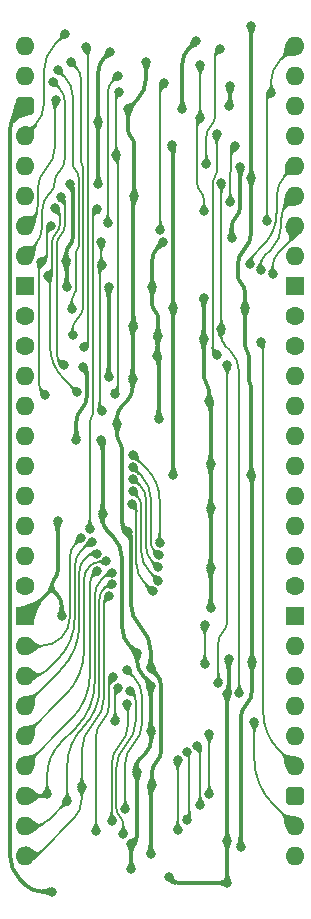
<source format=gbl>
%TF.GenerationSoftware,KiCad,Pcbnew,8.0.7*%
%TF.CreationDate,2025-02-22T10:14:48+02:00*%
%TF.ProjectId,VIA Control,56494120-436f-46e7-9472-6f6c2e6b6963,V0*%
%TF.SameCoordinates,Original*%
%TF.FileFunction,Copper,L2,Bot*%
%TF.FilePolarity,Positive*%
%FSLAX46Y46*%
G04 Gerber Fmt 4.6, Leading zero omitted, Abs format (unit mm)*
G04 Created by KiCad (PCBNEW 8.0.7) date 2025-02-22 10:14:48*
%MOMM*%
%LPD*%
G01*
G04 APERTURE LIST*
G04 Aperture macros list*
%AMRoundRect*
0 Rectangle with rounded corners*
0 $1 Rounding radius*
0 $2 $3 $4 $5 $6 $7 $8 $9 X,Y pos of 4 corners*
0 Add a 4 corners polygon primitive as box body*
4,1,4,$2,$3,$4,$5,$6,$7,$8,$9,$2,$3,0*
0 Add four circle primitives for the rounded corners*
1,1,$1+$1,$2,$3*
1,1,$1+$1,$4,$5*
1,1,$1+$1,$6,$7*
1,1,$1+$1,$8,$9*
0 Add four rect primitives between the rounded corners*
20,1,$1+$1,$2,$3,$4,$5,0*
20,1,$1+$1,$4,$5,$6,$7,0*
20,1,$1+$1,$6,$7,$8,$9,0*
20,1,$1+$1,$8,$9,$2,$3,0*%
G04 Aperture macros list end*
%TA.AperFunction,ComponentPad*%
%ADD10O,1.600000X1.600000*%
%TD*%
%TA.AperFunction,ComponentPad*%
%ADD11RoundRect,0.400000X-0.400000X-0.400000X0.400000X-0.400000X0.400000X0.400000X-0.400000X0.400000X0*%
%TD*%
%TA.AperFunction,ComponentPad*%
%ADD12R,1.600000X1.600000*%
%TD*%
%TA.AperFunction,ComponentPad*%
%ADD13C,1.600000*%
%TD*%
%TA.AperFunction,ViaPad*%
%ADD14C,0.800000*%
%TD*%
%TA.AperFunction,Conductor*%
%ADD15C,0.380000*%
%TD*%
%TA.AperFunction,Conductor*%
%ADD16C,0.200000*%
%TD*%
G04 APERTURE END LIST*
D10*
%TO.P,J3,1,Pin_1*%
%TO.N,~{Reset}*%
X0Y0D03*
%TO.P,J3,2,Pin_2*%
%TO.N,~{Device Registers}*%
X0Y-2540000D03*
D11*
%TO.P,J3,3,Pin_3*%
%TO.N,5V*%
X0Y-5080000D03*
D10*
%TO.P,J3,4,Pin_4*%
%TO.N,~{Device ROM}*%
X0Y-7620000D03*
%TO.P,J3,5,Pin_5*%
%TO.N,~{Device RAM}*%
X0Y-10160000D03*
%TO.P,J3,6,Pin_6*%
%TO.N,A4*%
X0Y-12700000D03*
%TO.P,J3,7,Pin_7*%
%TO.N,A3*%
X0Y-15240000D03*
%TO.P,J3,8,Pin_8*%
%TO.N,A2*%
X0Y-17780000D03*
D12*
%TO.P,J3,9,Pin_9*%
%TO.N,GND*%
X0Y-20320000D03*
D13*
%TO.P,J3,10,Pin_10*%
%TO.N,A1*%
X0Y-22860000D03*
%TO.P,J3,11,Pin_11*%
%TO.N,A0*%
X0Y-25400000D03*
D10*
%TO.P,J3,12,Pin_12*%
%TO.N,D7*%
X0Y-27940000D03*
%TO.P,J3,13,Pin_13*%
%TO.N,D6*%
X0Y-30480000D03*
%TO.P,J3,14,Pin_14*%
%TO.N,D5*%
X0Y-33020000D03*
%TO.P,J3,15,Pin_15*%
%TO.N,D4*%
X0Y-35560000D03*
%TO.P,J3,16,Pin_16*%
%TO.N,D3*%
X0Y-38100000D03*
%TO.P,J3,17,Pin_17*%
%TO.N,D2*%
X0Y-40640000D03*
%TO.P,J3,18,Pin_18*%
%TO.N,D1*%
X0Y-43180000D03*
D13*
%TO.P,J3,19,Pin_19*%
%TO.N,D0*%
X0Y-45720000D03*
D12*
%TO.P,J3,20,Pin_20*%
%TO.N,GND*%
X0Y-48260000D03*
D10*
%TO.P,J3,21,Pin_21*%
%TO.N,~{IRQ}_{OP}*%
X0Y-50800000D03*
%TO.P,J3,22,Pin_22*%
%TO.N,~{IRQ}_{MN}*%
X0Y-53340000D03*
%TO.P,J3,23,Pin_23*%
%TO.N,~{IRQ}_{KL}*%
X0Y-55880000D03*
%TO.P,J3,24,Pin_24*%
%TO.N,~{IRQ}_{XJ}*%
X0Y-58420000D03*
%TO.P,J3,25,Pin_25*%
%TO.N,~{IRQ}_{GH}*%
X0Y-60960000D03*
%TO.P,J3,26,Pin_26*%
%TO.N,~{IRQ}_{EF}*%
X0Y-63500000D03*
%TO.P,J3,27,Pin_27*%
%TO.N,~{IRQ}_{CD}*%
X0Y-66040000D03*
%TO.P,J3,28,Pin_28*%
%TO.N,~{IRQ}_{AB}*%
X0Y-68580000D03*
%TO.P,J3,29,Pin_29*%
%TO.N,unconnected-(J3-Pin_29-Pad29)*%
X22860000Y-68580000D03*
%TO.P,J3,30,Pin_30*%
%TO.N,~{IRQ}*%
X22860000Y-66040000D03*
D11*
%TO.P,J3,31,Pin_31*%
%TO.N,5V*%
X22860000Y-63500000D03*
D10*
%TO.P,J3,32,Pin_32*%
%TO.N,VIA PHI2_{5V}*%
X22860000Y-60960000D03*
%TO.P,J3,33,Pin_33*%
%TO.N,unconnected-(J3-Pin_33-Pad33)*%
X22860000Y-58420000D03*
%TO.P,J3,34,Pin_34*%
%TO.N,unconnected-(J3-Pin_34-Pad34)*%
X22860000Y-55880000D03*
%TO.P,J3,35,Pin_35*%
%TO.N,unconnected-(J3-Pin_35-Pad35)*%
X22860000Y-53340000D03*
%TO.P,J3,36,Pin_36*%
%TO.N,CLK*%
X22860000Y-50800000D03*
D12*
%TO.P,J3,37,Pin_37*%
%TO.N,GND*%
X22860000Y-48260000D03*
D13*
%TO.P,J3,38,Pin_38*%
%TO.N,unconnected-(J3-Pin_38-Pad38)*%
X22860000Y-45720000D03*
D10*
%TO.P,J3,39,Pin_39*%
%TO.N,~{CS}_{OP 5V}*%
X22860000Y-43180000D03*
%TO.P,J3,40,Pin_40*%
%TO.N,~{CS}_{MN 5V}*%
X22860000Y-40640000D03*
%TO.P,J3,41,Pin_41*%
%TO.N,~{CS}_{KL 5V}*%
X22860000Y-38100000D03*
%TO.P,J3,42,Pin_42*%
%TO.N,~{CS}_{XJ 5V}*%
X22860000Y-35560000D03*
%TO.P,J3,43,Pin_43*%
%TO.N,~{CS}_{GH 5V}*%
X22860000Y-33020000D03*
%TO.P,J3,44,Pin_44*%
%TO.N,~{CS}_{EF 5V}*%
X22860000Y-30480000D03*
%TO.P,J3,45,Pin_45*%
%TO.N,~{CS}_{CD 5V}*%
X22860000Y-27940000D03*
D13*
%TO.P,J3,46,Pin_46*%
%TO.N,~{CS}_{AB 5V}*%
X22860000Y-25400000D03*
%TO.P,J3,47,Pin_47*%
%TO.N,unconnected-(J3-Pin_47-Pad47)*%
X22860000Y-22860000D03*
D12*
%TO.P,J3,48,Pin_48*%
%TO.N,GND*%
X22860000Y-20320000D03*
D10*
%TO.P,J3,49,Pin_49*%
%TO.N,unconnected-(J3-Pin_49-Pad49)*%
X22860000Y-17780000D03*
%TO.P,J3,50,Pin_50*%
%TO.N,A5*%
X22860000Y-15240000D03*
%TO.P,J3,51,Pin_51*%
%TO.N,A6*%
X22860000Y-12700000D03*
%TO.P,J3,52,Pin_52*%
%TO.N,A7*%
X22860000Y-10160000D03*
%TO.P,J3,53,Pin_53*%
%TO.N,~{Reset}_{5V}*%
X22860000Y-7620000D03*
%TO.P,J3,54,Pin_54*%
%TO.N,H0*%
X22860000Y-5080000D03*
%TO.P,J3,55,Pin_55*%
%TO.N,H1*%
X22860000Y-2540000D03*
%TO.P,J3,56,Pin_56*%
%TO.N,H2*%
X22860000Y0D03*
%TD*%
D14*
%TO.N,5V*%
X12572993Y-36321993D03*
X2285996Y-71607000D03*
X12573000Y-22225000D03*
X12446000Y-8382000D03*
%TO.N,GND*%
X17386163Y-3430000D03*
X14484054Y375068D03*
X15748000Y-47625000D03*
X9525000Y-51435000D03*
X17272000Y-51943000D03*
X3810000Y-11684000D03*
X2794000Y-40259000D03*
X15159004Y-24845996D03*
X15621000Y-30099000D03*
X3556000Y-20447000D03*
X7112000Y-20447000D03*
X3524493Y-18256493D03*
X7112000Y-28067000D03*
X13335000Y-5334000D03*
X7239000Y-508000D03*
X17526000Y-16256000D03*
X17145000Y-67310000D03*
X6604000Y-39624000D03*
X15748000Y-35433000D03*
X6223000Y-11684000D03*
X11262935Y-24535000D03*
X10795010Y-20447000D03*
X9017000Y-67564000D03*
X10717000Y-58020002D03*
X9469000Y-61468000D03*
X3132754Y-48272000D03*
X15748000Y-39144492D03*
X11214896Y-26217992D03*
X9017000Y-69723000D03*
X6477000Y-33401000D03*
X6223000Y-6477006D03*
X11357081Y-31550081D03*
X17316290Y-5130000D03*
X10668000Y-54229000D03*
X15748000Y-44215000D03*
X4365129Y-33330898D03*
X18249000Y-10287000D03*
X12192000Y-70358000D03*
X4953000Y-27178000D03*
X17145000Y-54864000D03*
X15159000Y-21317134D03*
X17145000Y-70866000D03*
X11747500Y-16573500D03*
%TO.N,H2*%
X20869030Y-3986000D03*
X20506002Y-14859000D03*
%TO.N,/3.3V*%
X7822998Y-32004000D03*
X8718000Y-41148000D03*
X19247000Y-52197000D03*
X18654845Y-22222494D03*
X9207496Y-23685504D03*
X10668000Y-68453000D03*
X19177000Y-11176000D03*
X8763000Y-5334000D03*
X18288000Y-67818000D03*
X10668000Y-52705008D03*
X10783000Y-62611000D03*
X10287000Y-1397000D03*
X9271000Y-12700000D03*
X9144000Y-28194000D03*
X19177000Y1651000D03*
X19176994Y-36322000D03*
%TO.N,~{Device ROM}*%
X3445012Y1020006D03*
%TO.N,H1*%
X11491739Y-15604749D03*
X11811000Y-3175000D03*
%TO.N,/CLK\u00F72*%
X18161000Y-54823000D03*
X16637000Y-24003000D03*
X16659000Y-11620501D03*
%TO.N,~{Device RAM}*%
X15391000Y-10033000D03*
X16510000Y-254000D03*
%TO.N,H0*%
X15177893Y-13975953D03*
X14859000Y-6096000D03*
X14859010Y-1651000D03*
%TO.N,VIA PHI2_{5V}*%
X19981750Y-25088870D03*
%TO.N,~{Reset}*%
X16404121Y-53916683D03*
X17145000Y-27051000D03*
X5207000Y-127000D03*
X5022000Y-25527000D03*
%TO.N,~{Reset}_{5V}*%
X16256000Y-26162000D03*
X16256000Y-7492998D03*
%TO.N,CLK*%
X15240000Y-52324000D03*
X15240000Y-49022000D03*
%TO.N,A5*%
X21002796Y-19304000D03*
X1967000Y-19480000D03*
X2538667Y-13769066D03*
X4464112Y-29344720D03*
%TO.N,A7*%
X6477000Y-16637000D03*
X6522000Y-18554000D03*
X6522000Y-30910229D03*
X19056580Y-18470887D03*
%TO.N,A6*%
X2250000Y-15217683D03*
X1408279Y-18286416D03*
X19989357Y-18953000D03*
X1758529Y-29551347D03*
%TO.N,A4*%
X3302000Y-27051000D03*
X3048004Y-12826998D03*
%TO.N,~{Device Registers}*%
X7620000Y-29464000D03*
X17780000Y-8509000D03*
X7747000Y-9271000D03*
X8001000Y-3866000D03*
X17409000Y-13257787D03*
%TO.N,~{IRQ}_{CD}*%
X3604720Y-63950114D03*
X7415000Y-45594781D03*
%TO.N,~{IRQ}_{MN}*%
X14859000Y-64262000D03*
X14605000Y-59257898D03*
X5695984Y-42046167D03*
%TO.N,~{IRQ}_{AB}*%
X7131207Y-46582682D03*
X4826000Y-62738000D03*
%TO.N,~{IRQ}_{KL}*%
X13753061Y-59814585D03*
X13716000Y-65532000D03*
X6136172Y-42980073D03*
%TO.N,~{IRQ}_{XJ}*%
X12954000Y-66421000D03*
X12956854Y-60499100D03*
X6923488Y-43613984D03*
%TO.N,~{IRQ}_{EF}*%
X1905000Y-63328508D03*
X7415000Y-44590912D03*
%TO.N,~{IRQ}_{OP}*%
X15621000Y-63373000D03*
X4775237Y-41656000D03*
X15621000Y-58293000D03*
%TO.N,~{IRQ}_{GH}*%
X6135124Y-44493215D03*
%TO.N,/~{A0..A3}*%
X7874000Y-2540000D03*
X7034074Y-15007111D03*
%TO.N,/~{A0..A7}*%
X6122000Y-13843000D03*
X5512663Y-40872018D03*
%TO.N,~{IRQ}*%
X19443000Y-57277000D03*
%TO.N,/~{XJ}\u2022~{KL}*%
X8344805Y-66757366D03*
X8897114Y-54612028D03*
%TO.N,D4*%
X11324615Y-45290161D03*
X9144000Y-37719000D03*
%TO.N,/~{EF}\u2022~{GH}*%
X6041772Y-66465375D03*
X7443855Y-53467000D03*
%TO.N,D5*%
X11303000Y-44161997D03*
X9144000Y-36703000D03*
%TO.N,/~{AB}\u2022~{CD}*%
X8509000Y-64628000D03*
X8636000Y-52832000D03*
%TO.N,D6*%
X11331446Y-43112380D03*
X9144000Y-35687000D03*
%TO.N,D3*%
X9095000Y-38807000D03*
X10836169Y-46186831D03*
%TO.N,D7*%
X11426878Y-42066723D03*
X9188330Y-34651070D03*
%TO.N,/~{MN}\u2022~{OP}*%
X7412594Y-65652917D03*
X8648000Y-55753000D03*
%TO.N,/~{AB}\u2022~{CD}\u2022~{EF}\u2022~{GH}*%
X7671484Y-57150000D03*
X7935437Y-54337835D03*
%TO.N,A0*%
X4064000Y-24511000D03*
X3929500Y-1404500D03*
%TO.N,A1*%
X3994500Y-22282500D03*
X2794000Y-2032000D03*
%TO.N,A3*%
X2689470Y-4616000D03*
%TO.N,A2*%
X2413000Y-3048000D03*
%TD*%
D15*
%TO.N,/3.3V*%
X8848000Y-41278000D02*
G75*
G02*
X8977980Y-41591847I-313800J-313800D01*
G01*
X19081747Y-28606747D02*
G75*
G02*
X19176998Y-28836693I-229947J-229953D01*
G01*
X9175748Y-23717252D02*
G75*
G03*
X9144001Y-23793898I76652J-76648D01*
G01*
X10725500Y-62668500D02*
G75*
G03*
X10668007Y-62807317I138800J-138800D01*
G01*
X8255000Y-40357609D02*
G75*
G03*
X8486503Y-40916497I790400J9D01*
G01*
X8038999Y-33565999D02*
G75*
G02*
X8255012Y-34087471I-521499J-521501D01*
G01*
X19177000Y-15828776D02*
G75*
G02*
X18605500Y-17208500I-1951240J6D01*
G01*
X18034000Y-19372996D02*
G75*
G03*
X18344410Y-20122434I1059900J-4D01*
G01*
X10287000Y-2732369D02*
G75*
G02*
X9525002Y-4572002I-2601640J-1D01*
G01*
X9239248Y-12731752D02*
G75*
G03*
X9207501Y-12808408I76652J-76648D01*
G01*
X8209077Y-30525922D02*
G75*
G03*
X7822982Y-31458001I932023J-932078D01*
G01*
X11170000Y-60585000D02*
G75*
G03*
X10783000Y-61519300I934300J-934300D01*
G01*
X11112500Y-53149508D02*
G75*
G02*
X11556987Y-54222625I-1073100J-1073092D01*
G01*
X18344422Y-20122422D02*
G75*
G02*
X18654882Y-20871848I-749422J-749478D01*
G01*
X18767500Y-55781500D02*
G75*
G03*
X18288006Y-56939115I1157600J-1157600D01*
G01*
X9823000Y-49193000D02*
G75*
G02*
X10667996Y-51233010I-2040000J-2040000D01*
G01*
X19247000Y-54623884D02*
G75*
G02*
X18767505Y-55781505I-1637100J-16D01*
G01*
X9017000Y-7747000D02*
G75*
G02*
X9270996Y-8360210I-613200J-613200D01*
G01*
X18820672Y-25819827D02*
G75*
G02*
X18986512Y-26220170I-400372J-400373D01*
G01*
X11557000Y-59650699D02*
G75*
G02*
X11170000Y-60585000I-1321300J-1D01*
G01*
X8978000Y-47152989D02*
G75*
G03*
X9822997Y-49193003I2885000J-11D01*
G01*
X7822998Y-33044526D02*
G75*
G03*
X8039006Y-33565992I737502J26D01*
G01*
X18654845Y-25419484D02*
G75*
G03*
X18820667Y-25819832I566155J-16D01*
G01*
X9144000Y-28892500D02*
G75*
G02*
X8650080Y-30084909I-1686300J0D01*
G01*
X8763000Y-7133789D02*
G75*
G03*
X9016997Y-7747003I867200J-11D01*
G01*
X18605500Y-17208500D02*
G75*
G03*
X18034010Y-18588223I1379700J-1379700D01*
G01*
X18986500Y-28376800D02*
G75*
G03*
X19081746Y-28606748I325200J0D01*
G01*
X19211997Y-36357003D02*
G75*
G02*
X19246997Y-36441507I-84497J-84497D01*
G01*
%TO.N,GND*%
X5103556Y-27328556D02*
G75*
G02*
X5254096Y-27692030I-363456J-363444D01*
G01*
X2510506Y-45114493D02*
G75*
G03*
X2285996Y-45656500I541994J-542007D01*
G01*
X3794246Y-16906753D02*
G75*
G03*
X3524493Y-17557996I651254J-651247D01*
G01*
X12446000Y-70612000D02*
G75*
G03*
X13059210Y-70865996I613200J613200D01*
G01*
X10668000Y-57936353D02*
G75*
G03*
X10692487Y-57995515I83600J-47D01*
G01*
X2709377Y-46397377D02*
G75*
G02*
X3132753Y-47419499I-1022127J-1022123D01*
G01*
X9497000Y-61496000D02*
G75*
G02*
X9525001Y-61563597I-67600J-67600D01*
G01*
X9525000Y-66696789D02*
G75*
G02*
X9271003Y-67310003I-867200J-11D01*
G01*
X17272000Y-54647197D02*
G75*
G02*
X17208501Y-54800501I-216800J-3D01*
G01*
X11271255Y-17049745D02*
G75*
G03*
X10795008Y-18199502I1149745J-1149755D01*
G01*
X2794000Y-44471789D02*
G75*
G02*
X2540002Y-45085002I-867220J-1D01*
G01*
X10717000Y-58703501D02*
G75*
G02*
X10233690Y-59870304I-1650100J1D01*
G01*
X6604000Y-40132000D02*
G75*
G03*
X6963214Y-40999206I1226400J0D01*
G01*
X2061493Y-46198506D02*
G75*
G03*
X2286003Y-45656500I-541993J542006D01*
G01*
X2510506Y-46198506D02*
G75*
G03*
X2061494Y-46198506I-224506J-224505D01*
G01*
X2286000Y-45656500D02*
G75*
G03*
X2510509Y-46198503I766500J0D01*
G01*
X7429500Y-41465500D02*
G75*
G02*
X8254996Y-43458433I-1992940J-1992930D01*
G01*
X11262935Y-26135984D02*
G75*
G02*
X11238929Y-26193986I-82035J-16D01*
G01*
X3937000Y-11811000D02*
G75*
G02*
X4063998Y-12117605I-306600J-306600D01*
G01*
X6731000Y-1016000D02*
G75*
G03*
X6223008Y-2242420I1226400J-1226400D01*
G01*
X10795010Y-21865810D02*
G75*
G03*
X11049009Y-22479001I867190J10D01*
G01*
X15684500Y-30162500D02*
G75*
G02*
X15747999Y-30315802I-153300J-153300D01*
G01*
X5254112Y-29701657D02*
G75*
G02*
X4809623Y-30774757I-1517592J-3D01*
G01*
X11302998Y-24466608D02*
G75*
G02*
X11282964Y-24514966I-68398J8D01*
G01*
X17386163Y-5010719D02*
G75*
G02*
X17351213Y-5095050I-119263J19D01*
G01*
X11285988Y-26289084D02*
G75*
G02*
X11357082Y-26460716I-171588J-171616D01*
G01*
X10578197Y-53885197D02*
G75*
G02*
X10668002Y-54102000I-216797J-216803D01*
G01*
X9525000Y-52133500D02*
G75*
G03*
X10018920Y-53325908I1686300J0D01*
G01*
X15390002Y-28598002D02*
G75*
G02*
X15621007Y-29155680I-557702J-557698D01*
G01*
X9763509Y-60340490D02*
G75*
G03*
X9468993Y-61051500I710991J-711010D01*
G01*
X11049004Y-22479006D02*
G75*
G02*
X11302994Y-23092201I-613204J-613194D01*
G01*
X3540246Y-18272246D02*
G75*
G02*
X3556011Y-18310278I-38046J-38054D01*
G01*
X15159004Y-28040323D02*
G75*
G03*
X15390010Y-28597994I788696J23D01*
G01*
X18249000Y-13624761D02*
G75*
G02*
X17887499Y-14497499I-1234240J1D01*
G01*
X6540500Y-33464500D02*
G75*
G02*
X6603999Y-33617802I-153300J-153300D01*
G01*
X4809620Y-30774754D02*
G75*
G03*
X4365127Y-31847851I1073090J-1073096D01*
G01*
X4064000Y-16255510D02*
G75*
G02*
X3794242Y-16906749I-921000J10D01*
G01*
X13909527Y-199458D02*
G75*
G03*
X13334975Y-1586489I1386973J-1387042D01*
G01*
X17887500Y-14497500D02*
G75*
G03*
X17526016Y-15370238I872700J-872700D01*
G01*
X8255000Y-49266974D02*
G75*
G03*
X8890001Y-50799999I2168030J4D01*
G01*
X6223000Y-6527503D02*
X6223000Y-6628497D01*
%TO.N,5V*%
X22860Y-71015859D02*
G75*
G03*
X1449998Y-71607000I1427140J1427139D01*
G01*
X-635000Y-5715000D02*
G75*
G03*
X-1270002Y-7248025I1533030J-1533030D01*
G01*
X12509500Y-8445500D02*
G75*
G02*
X12572999Y-8598802I-153300J-153300D01*
G01*
X-1270000Y-68390810D02*
G75*
G03*
X-327999Y-70665000I3216203J6D01*
G01*
D16*
%TO.N,A2*%
X1500000Y-15219339D02*
G75*
G02*
X750000Y-17030000I-2560669J3D01*
G01*
X2016999Y-12587999D02*
G75*
G03*
X1500002Y-13836148I1248141J-1248141D01*
G01*
X3398470Y-9567257D02*
G75*
G02*
X2966233Y-10610763I-1475750J7D01*
G01*
X2534000Y-11557000D02*
G75*
G02*
X2170546Y-12434451I-1240900J0D01*
G01*
X2897452Y-10679547D02*
G75*
G03*
X2533998Y-11557000I877448J-877453D01*
G01*
X2905735Y-3540735D02*
G75*
G02*
X3398466Y-4730302I-1189575J-1189565D01*
G01*
%TO.N,A3*%
X2540000Y-8633766D02*
G75*
G02*
X1820000Y-10372000I-2458237J1D01*
G01*
X1100000Y-13578985D02*
G75*
G02*
X613500Y-14753500I-1661028J5D01*
G01*
X1820000Y-10372000D02*
G75*
G03*
X1099999Y-12110233I1738220J-1738230D01*
G01*
X2614735Y-4690735D02*
G75*
G03*
X2539955Y-4871161I180365J-180465D01*
G01*
%TO.N,A1*%
X4318000Y-20726250D02*
G75*
G02*
X4156252Y-21116752I-552260J0D01*
G01*
X4572000Y-16965394D02*
G75*
G02*
X4445002Y-17272002I-433600J-6D01*
G01*
X4318000Y-10541000D02*
G75*
G02*
X4571996Y-11154210I-613200J-613200D01*
G01*
X4156250Y-21116750D02*
G75*
G03*
X3994520Y-21507249I390450J-390450D01*
G01*
X4445000Y-17272000D02*
G75*
G03*
X4318002Y-17578605I306600J-306600D01*
G01*
X4064000Y-9927789D02*
G75*
G03*
X4317997Y-10541003I867200J-11D01*
G01*
X3429000Y-2667000D02*
G75*
G02*
X4064002Y-4200025I-1533030J-1533030D01*
G01*
%TO.N,A0*%
X4972000Y-21963947D02*
G75*
G02*
X4517998Y-23059998I-1550060J7D01*
G01*
X4755000Y-9789557D02*
G75*
G03*
X4863499Y-10051501I370440J-3D01*
G01*
X4342250Y-1817250D02*
G75*
G02*
X4754993Y-2813716I-996450J-996450D01*
G01*
X4416492Y-23161507D02*
G75*
G03*
X4064004Y-24012500I851008J-850993D01*
G01*
X4863500Y-10051500D02*
G75*
G02*
X4971953Y-10313442I-262000J-261900D01*
G01*
%TO.N,/~{AB}\u2022~{CD}\u2022~{EF}\u2022~{GH}*%
X7803460Y-54469811D02*
G75*
G03*
X7671511Y-54788430I318640J-318589D01*
G01*
%TO.N,/~{MN}\u2022~{OP}*%
X8699500Y-55804500D02*
G75*
G02*
X8750987Y-55928831I-124300J-124300D01*
G01*
X8055000Y-59139628D02*
G75*
G03*
X7359017Y-60819920I1680300J-1680272D01*
G01*
X8751000Y-57459335D02*
G75*
G02*
X8054999Y-59139627I-2376300J5D01*
G01*
X7359000Y-65561426D02*
G75*
G03*
X7385808Y-65626109I91500J26D01*
G01*
%TO.N,D7*%
X10307604Y-35770344D02*
G75*
G02*
X11426878Y-38472510I-2702164J-2702166D01*
G01*
%TO.N,D3*%
X9281500Y-38993500D02*
G75*
G02*
X9468050Y-39443750I-450200J-450300D01*
G01*
X9468000Y-43851220D02*
G75*
G03*
X10152084Y-45502746I2335610J0D01*
G01*
%TO.N,D6*%
X9906000Y-36449000D02*
G75*
G02*
X10667987Y-38288630I-1839600J-1839600D01*
G01*
X10668000Y-41979806D02*
G75*
G03*
X10999721Y-42780659I1132600J6D01*
G01*
%TO.N,/~{AB}\u2022~{CD}*%
X9277000Y-53473000D02*
G75*
G02*
X9917995Y-55020510I-1547500J-1547500D01*
G01*
X9213500Y-59112500D02*
G75*
G03*
X8509006Y-60813313I1700800J-1700800D01*
G01*
X9918000Y-57411686D02*
G75*
G02*
X9213498Y-59112498I-2405320J6D01*
G01*
%TO.N,D5*%
X9315901Y-36747901D02*
G75*
G03*
X9207500Y-36702999I-108401J-108399D01*
G01*
X9769500Y-37201500D02*
G75*
G02*
X10268006Y-38404985I-1203500J-1203500D01*
G01*
X10268000Y-42395141D02*
G75*
G03*
X10785502Y-43644495I1766850J1D01*
G01*
%TO.N,/~{EF}\u2022~{GH}*%
X7298511Y-53612343D02*
G75*
G03*
X7153191Y-53963233I350889J-350857D01*
G01*
X7153168Y-55821779D02*
G75*
G02*
X6597469Y-57163352I-1897288J9D01*
G01*
X6597470Y-57163353D02*
G75*
G03*
X6041778Y-58504926I1341530J-1341547D01*
G01*
%TO.N,D4*%
X9506000Y-38081000D02*
G75*
G02*
X9867981Y-38954945I-873900J-873900D01*
G01*
X9868000Y-42803563D02*
G75*
G03*
X10596305Y-44561855I2486590J-7D01*
G01*
%TO.N,/~{XJ}\u2022~{KL}*%
X9147557Y-54862471D02*
G75*
G02*
X9397994Y-55467093I-604657J-604629D01*
G01*
X9398000Y-57203365D02*
G75*
G02*
X8578499Y-59181813I-2797960J5D01*
G01*
X8578500Y-59181814D02*
G75*
G03*
X7758999Y-61160262I1978440J-1978446D01*
G01*
X7759000Y-64524434D02*
G75*
G03*
X8051900Y-65231565I1000030J-6D01*
G01*
X8051902Y-65231563D02*
G75*
G02*
X8344818Y-65938692I-707102J-707137D01*
G01*
%TO.N,~{IRQ}*%
X19443000Y-60369036D02*
G75*
G03*
X21036790Y-64216794I5441550J-4D01*
G01*
%TO.N,/~{A0..A7}*%
X5772000Y-31185621D02*
G75*
G02*
X5642318Y-31498655I-442700J21D01*
G01*
X5947000Y-14018000D02*
G75*
G03*
X5771995Y-14440487I422500J-422500D01*
G01*
X5642331Y-31498668D02*
G75*
G03*
X5512680Y-31811715I313069J-313032D01*
G01*
%TO.N,/~{A0..A3}*%
X7454037Y-2959963D02*
G75*
G03*
X7034100Y-3973843I1013863J-1013837D01*
G01*
%TO.N,~{IRQ}_{GH}*%
X5833062Y-44795277D02*
G75*
G03*
X5531012Y-45524519I729238J-729223D01*
G01*
X5531000Y-53175036D02*
G75*
G02*
X3937206Y-57022791I-5441560J6D01*
G01*
%TO.N,~{IRQ}_{OP}*%
X3122877Y-50090123D02*
G75*
G02*
X1409082Y-50799999I-1713797J1713803D01*
G01*
X4303995Y-42127241D02*
G75*
G03*
X3832775Y-43264919I1137705J-1137659D01*
G01*
X3832754Y-48376328D02*
G75*
G02*
X3122875Y-50090121I-2423684J8D01*
G01*
%TO.N,~{IRQ}_{EF}*%
X3025672Y-59038094D02*
G75*
G03*
X1905003Y-61743637I2705538J-2705536D01*
G01*
X6514543Y-45174455D02*
G75*
G03*
X5931002Y-46583255I1408797J-1408795D01*
G01*
X5931000Y-53878803D02*
G75*
G02*
X4337208Y-57726560I-5441560J3D01*
G01*
X1819254Y-63414254D02*
G75*
G02*
X1612244Y-63500002I-207014J207014D01*
G01*
X7256544Y-44590912D02*
G75*
G03*
X6986012Y-44702927I-44J-382588D01*
G01*
%TO.N,~{IRQ}_{XJ}*%
X12955427Y-60500527D02*
G75*
G03*
X12953989Y-60503972I3473J-3473D01*
G01*
X6886480Y-43650992D02*
G75*
G02*
X6797134Y-43688011I-89380J89392D01*
G01*
X5032754Y-51133282D02*
G75*
G02*
X3438961Y-54981038I-5441559J4D01*
G01*
X5456215Y-44111461D02*
G75*
G03*
X5032733Y-45133789I1022285J-1022339D01*
G01*
X6364575Y-43688000D02*
G75*
G03*
X5536826Y-44030895I25J-1170600D01*
G01*
%TO.N,~{IRQ}_{KL}*%
X13953913Y-65125857D02*
G75*
G02*
X13834972Y-65413059I-406113J-43D01*
G01*
X4632754Y-48993282D02*
G75*
G02*
X3038961Y-52841038I-5441559J4D01*
G01*
X13853487Y-59915011D02*
G75*
G02*
X13953930Y-60157460I-242487J-242489D01*
G01*
X5083340Y-43430659D02*
G75*
G03*
X4632718Y-44518471I1087760J-1087841D01*
G01*
X5835049Y-42980073D02*
G75*
G03*
X5320986Y-43192983I-49J-726927D01*
G01*
%TO.N,~{IRQ}_{AB}*%
X6731000Y-55117099D02*
G75*
G02*
X5778503Y-57416641I-3252050J-1D01*
G01*
X5778500Y-57416638D02*
G75*
G03*
X4826002Y-59716176I2299530J-2299532D01*
G01*
X6931103Y-46782785D02*
G75*
G03*
X6730985Y-47265878I483097J-483115D01*
G01*
X1375210Y-68220789D02*
G75*
G02*
X508000Y-68579999I-867210J867209D01*
G01*
X4826000Y-63754000D02*
G75*
G02*
X4107581Y-65488422I-2452850J0D01*
G01*
%TO.N,~{IRQ}_{MN}*%
X1890914Y-52846085D02*
G75*
G02*
X698500Y-53340000I-1192419J1192423D01*
G01*
X5573908Y-42046167D02*
G75*
G03*
X5365505Y-42132480I-8J-294733D01*
G01*
X4232754Y-48499065D02*
G75*
G02*
X2814877Y-51922123I-4840947J5D01*
G01*
X4842293Y-42655706D02*
G75*
G03*
X4232756Y-44127265I1471557J-1471554D01*
G01*
X14732000Y-59384898D02*
G75*
G02*
X14858999Y-59691503I-306600J-306602D01*
G01*
%TO.N,~{IRQ}_{CD}*%
X6694723Y-45958504D02*
G75*
G03*
X6330998Y-46836610I878077J-878096D01*
G01*
X7236723Y-45594781D02*
G75*
G03*
X6932370Y-45720825I-23J-430419D01*
G01*
X4967860Y-57661592D02*
G75*
G03*
X3604719Y-60952503I3290900J-3290908D01*
G01*
X2050408Y-65504425D02*
G75*
G02*
X757417Y-66040003I-1292998J1292995D01*
G01*
X6331000Y-54370680D02*
G75*
G02*
X4967860Y-57661592I-4654062J3D01*
G01*
%TO.N,~{Device Registers}*%
X7810500Y-9334500D02*
G75*
G02*
X7873999Y-9487802I-153300J-153300D01*
G01*
X17639500Y-8649500D02*
G75*
G03*
X17498999Y-8988697I339200J-339200D01*
G01*
X17499000Y-10534021D02*
G75*
G02*
X17454002Y-10642663I-153700J21D01*
G01*
X7874000Y-3993000D02*
G75*
G03*
X7747002Y-4299605I306600J-306600D01*
G01*
X17454000Y-10642661D02*
G75*
G03*
X17408989Y-10751300I108600J-108639D01*
G01*
X7874000Y-29030394D02*
G75*
G02*
X7747002Y-29337002I-433600J-6D01*
G01*
%TO.N,A4*%
X2717000Y-26052342D02*
G75*
G03*
X3009501Y-26758499I998660J2D01*
G01*
X3058500Y-16035530D02*
G75*
G03*
X2716973Y-16859983I824400J-824470D01*
G01*
X3224002Y-13002996D02*
G75*
G02*
X3400004Y-13427892I-424902J-424904D01*
G01*
X3400000Y-15211076D02*
G75*
G02*
X3058503Y-16035533I-1165960J-4D01*
G01*
%TO.N,A6*%
X1900000Y-17446995D02*
G75*
G02*
X1654139Y-18040555I-839430J5D01*
G01*
X20287175Y-17812824D02*
G75*
G03*
X19989380Y-18531821I719025J-718976D01*
G01*
X22292000Y-13268000D02*
G75*
G03*
X21723989Y-14639273I1371300J-1371300D01*
G01*
X1217000Y-28626899D02*
G75*
G03*
X1487763Y-29280583I924450J-1D01*
G01*
X1312639Y-18382055D02*
G75*
G03*
X1216998Y-18612949I230891J-230895D01*
G01*
X21724000Y-15149422D02*
G75*
G02*
X20856677Y-17243320I-2961220J2D01*
G01*
X2075000Y-15392683D02*
G75*
G03*
X1899983Y-15815170I422500J-422517D01*
G01*
%TO.N,A7*%
X19213369Y-17870630D02*
G75*
G03*
X19056549Y-18249153I378531J-378570D01*
G01*
X22092000Y-10928000D02*
G75*
G03*
X21324007Y-12782116I1854100J-1854100D01*
G01*
X21324000Y-14156691D02*
G75*
G02*
X20190288Y-16893708I-3870700J-9D01*
G01*
X6436000Y-18640000D02*
G75*
G03*
X6350009Y-18847622I207600J-207600D01*
G01*
X6477000Y-18477180D02*
G75*
G03*
X6499494Y-18531506I76800J-20D01*
G01*
X6350000Y-30616606D02*
G75*
G03*
X6436008Y-30824221I293600J6D01*
G01*
%TO.N,A5*%
X21468170Y-17522345D02*
G75*
G03*
X21002771Y-18645860I1123530J-1123555D01*
G01*
X2769333Y-13999732D02*
G75*
G02*
X2999998Y-14556610I-556883J-556878D01*
G01*
X2053500Y-19566500D02*
G75*
G02*
X2139988Y-19775329I-208800J-208800D01*
G01*
X2300000Y-18911533D02*
G75*
G02*
X2133499Y-19313499I-568470J3D01*
G01*
X2140000Y-25377212D02*
G75*
G03*
X3302057Y-28182663I3967510J2D01*
G01*
X22860000Y-15685258D02*
G75*
G02*
X22545186Y-16445394I-1075000J-42D01*
G01*
X3000000Y-15033369D02*
G75*
G02*
X2649999Y-15878343I-1194990J9D01*
G01*
X2650000Y-15878344D02*
G75*
G03*
X2300021Y-16723318I845000J-844956D01*
G01*
%TO.N,~{Reset}_{5V}*%
X15909000Y-25569633D02*
G75*
G03*
X16082510Y-25988490I592400J33D01*
G01*
X16256000Y-10717473D02*
G75*
G02*
X16082520Y-11136360I-592400J-27D01*
G01*
X16082500Y-11136340D02*
G75*
G03*
X15909014Y-11555206I418900J-418860D01*
G01*
%TO.N,~{Reset}*%
X5289500Y-209500D02*
G75*
G02*
X5372011Y-408672I-199200J-199200D01*
G01*
X5372000Y-24929512D02*
G75*
G02*
X5196996Y-25351996I-597500J12D01*
G01*
X16774560Y-49646439D02*
G75*
G03*
X16404097Y-50540759I894340J-894361D01*
G01*
X17145000Y-48752119D02*
G75*
G02*
X16774559Y-49646438I-1264800J19D01*
G01*
%TO.N,VIA PHI2_{5V}*%
X20193000Y-56407146D02*
G75*
G03*
X21526499Y-59626501I4552850J-4D01*
G01*
X20087375Y-25194495D02*
G75*
G02*
X20193010Y-25449496I-254975J-255005D01*
G01*
%TO.N,H0*%
X14859010Y-1651000D02*
X14859010Y-1651001D01*
X14859010Y-1651002D01*
X14859010Y-1651003D01*
X14859009Y-1651003D01*
X14859009Y-1651004D01*
X14859009Y-1651005D01*
X14859008Y-1651006D01*
X14859008Y-1651006D01*
X14859007Y-1651007D01*
X14859006Y-1651008D01*
X14859006Y-1651008D01*
X14859005Y-1651009D01*
X14859004Y-1651009D01*
X14859003Y-1651009D01*
X14859003Y-1651010D01*
X14859002Y-1651010D01*
X14859001Y-1651010D01*
X14859000Y-1651010D01*
X14605000Y-11659903D02*
G75*
G03*
X14891446Y-12351446I978000J3D01*
G01*
X14732000Y-6223000D02*
G75*
G03*
X14605002Y-6529605I306600J-306600D01*
G01*
X14891446Y-12351446D02*
G75*
G02*
X15177899Y-13042989I-691546J-691554D01*
G01*
%TO.N,~{Device RAM}*%
X15760000Y-6801339D02*
G75*
G03*
X15390975Y-7692183I890800J-890861D01*
G01*
X16319500Y-444500D02*
G75*
G03*
X16129003Y-904407I459900J-459900D01*
G01*
X16129000Y-5910494D02*
G75*
G02*
X15759994Y-6801333I-1259800J-6D01*
G01*
%TO.N,/CLK\u00F72*%
X16637000Y-24511000D02*
G75*
G03*
X16996214Y-25378206I1226400J0D01*
G01*
X17399002Y-25781002D02*
G75*
G02*
X18160987Y-27620637I-1839602J-1839598D01*
G01*
X16659000Y-23965443D02*
G75*
G02*
X16647987Y-23991987I-37600J43D01*
G01*
%TO.N,H1*%
X11651369Y-3334630D02*
G75*
G03*
X11491732Y-3720012I385331J-385370D01*
G01*
%TO.N,~{Device ROM}*%
X1651000Y-4801566D02*
G75*
G02*
X825500Y-6794500I-2818441J3D01*
G01*
X2548006Y123000D02*
G75*
G03*
X1651003Y-2042564I2165564J-2165560D01*
G01*
%TO.N,H2*%
X20687516Y-4167514D02*
G75*
G03*
X20506013Y-4605727I438184J-438186D01*
G01*
X21574379Y-1285620D02*
G75*
G03*
X20869006Y-2988485I1702821J-1702880D01*
G01*
D15*
%TO.N,/3.3V*%
X9144000Y-28194000D02*
X9144000Y-28892500D01*
X7822998Y-31458001D02*
X7822998Y-32004000D01*
X8209077Y-30525922D02*
X8650085Y-30084914D01*
X7822998Y-33044526D02*
X7822998Y-32004000D01*
X8255000Y-40357609D02*
X8255000Y-34087471D01*
D16*
%TO.N,A0*%
X4517999Y-23059999D02*
X4416492Y-23161507D01*
X4064000Y-24511000D02*
X4064000Y-24012500D01*
X4972000Y-21963947D02*
X4972000Y-10313442D01*
%TO.N,A1*%
X4572000Y-16965394D02*
X4572000Y-11154210D01*
X4318000Y-20726250D02*
X4318000Y-17578605D01*
X3994500Y-21507249D02*
X3994500Y-22282500D01*
%TO.N,A2*%
X2413000Y-3048000D02*
X2905735Y-3540735D01*
X3398470Y-9567257D02*
X3398470Y-4730302D01*
X2966234Y-10610764D02*
X2897452Y-10679547D01*
X2016999Y-12587999D02*
X2170547Y-12434452D01*
X1500000Y-15219339D02*
X1500000Y-13836148D01*
X750000Y-17030000D02*
X0Y-17780000D01*
%TO.N,A3*%
X2540000Y-8633766D02*
X2540000Y-4871161D01*
X2689470Y-4616000D02*
X2614735Y-4690735D01*
X613500Y-14753500D02*
X127000Y-15240000D01*
X1100000Y-13578985D02*
X1100000Y-12110233D01*
%TO.N,A0*%
X4755000Y-9789557D02*
X4755000Y-2813716D01*
X3929500Y-1404500D02*
X4342250Y-1817250D01*
%TO.N,A1*%
X4064000Y-9927789D02*
X4064000Y-4200025D01*
X2794000Y-2032000D02*
X3429000Y-2667000D01*
%TO.N,~{IRQ}_{AB}*%
X4826000Y-62738000D02*
X4826000Y-63754000D01*
X1375210Y-68220789D02*
X4107579Y-65488420D01*
D15*
%TO.N,/3.3V*%
X18986500Y-26220170D02*
X18986500Y-28376800D01*
X18654845Y-25419484D02*
X18654845Y-22222494D01*
X18654845Y-20871848D02*
X18654845Y-22222494D01*
X18034000Y-19372996D02*
X18034000Y-18588223D01*
%TO.N,5V*%
X12573000Y-36321986D02*
X12572993Y-36321993D01*
X12573000Y-36321986D02*
X12573000Y-22225000D01*
X12573000Y-8598802D02*
X12573000Y-22225000D01*
X12446000Y-8382000D02*
X12509500Y-8445500D01*
%TO.N,GND*%
X6223000Y-2242420D02*
X6223000Y-6477006D01*
X7239000Y-508000D02*
X6731000Y-1016000D01*
D16*
%TO.N,/~{A0..A3}*%
X7034074Y-15007111D02*
X7034074Y-3973843D01*
X7874000Y-2540000D02*
X7454037Y-2959963D01*
D15*
%TO.N,GND*%
X6223000Y-6477006D02*
X6223000Y-6527503D01*
D16*
%TO.N,~{Device Registers}*%
X7747000Y-9271000D02*
X7747000Y-4299605D01*
D15*
%TO.N,GND*%
X6223000Y-6628497D02*
X6223000Y-11684000D01*
D16*
%TO.N,~{Device Registers}*%
X8001000Y-3866000D02*
X7874000Y-3993000D01*
D15*
%TO.N,GND*%
X10795010Y-21865810D02*
X10795010Y-20447000D01*
X11302998Y-24466608D02*
X11302998Y-23092201D01*
%TO.N,5V*%
X1449998Y-71607000D02*
X2285996Y-71607000D01*
X22860Y-71015859D02*
X-327999Y-70665000D01*
X-1270000Y-7248025D02*
X-1270000Y-68390810D01*
X-635000Y-5715000D02*
X0Y-5080000D01*
D16*
%TO.N,~{IRQ}_{OP}*%
X4303995Y-42127241D02*
X4775237Y-41656000D01*
X3832754Y-43264919D02*
X3832754Y-48376328D01*
X1409082Y-50800000D02*
X0Y-50800000D01*
%TO.N,~{IRQ}_{MN}*%
X4232754Y-48499065D02*
X4232754Y-44127265D01*
X5365512Y-42132487D02*
X4842293Y-42655706D01*
X1890914Y-52846085D02*
X2814877Y-51922123D01*
X5695984Y-42046167D02*
X5573908Y-42046167D01*
%TO.N,H2*%
X20687516Y-4167514D02*
X20869030Y-3986000D01*
X20506002Y-14859000D02*
X20506002Y-4605727D01*
%TO.N,A6*%
X20287175Y-17812824D02*
X20856678Y-17243321D01*
X21724000Y-14639273D02*
X21724000Y-15149422D01*
X19989357Y-18531821D02*
X19989357Y-18953000D01*
X22292000Y-13268000D02*
X22860000Y-12700000D01*
%TO.N,A7*%
X19213369Y-17870630D02*
X20190290Y-16893710D01*
X19056580Y-18249153D02*
X19056580Y-18470887D01*
X21324000Y-12782116D02*
X21324000Y-14156691D01*
X22092000Y-10928000D02*
X22860000Y-10160000D01*
D15*
%TO.N,GND*%
X11214896Y-26217992D02*
X11285988Y-26289084D01*
X11214896Y-26217992D02*
X11238915Y-26193972D01*
X11262935Y-26135984D02*
X11262935Y-24535000D01*
X11357081Y-31550081D02*
X11357081Y-26460716D01*
X11262935Y-24535000D02*
X11282966Y-24514968D01*
D16*
%TO.N,~{IRQ}_{XJ}*%
X5032754Y-51133282D02*
X5032754Y-45133789D01*
X6797134Y-43688000D02*
X6364575Y-43688000D01*
X6886480Y-43650992D02*
X6923488Y-43613984D01*
X5456215Y-44111461D02*
X5536804Y-44030873D01*
X3438961Y-54981038D02*
X0Y-58420000D01*
%TO.N,~{IRQ}_{KL}*%
X6136172Y-42980073D02*
X5835049Y-42980073D01*
X4632754Y-48993282D02*
X4632754Y-44518471D01*
X3038961Y-52841038D02*
X0Y-55880000D01*
X5083340Y-43430659D02*
X5321001Y-43192998D01*
%TO.N,/~{A0..A7}*%
X5512663Y-40872018D02*
X5512663Y-31811715D01*
X5772000Y-31185621D02*
X5772000Y-14440487D01*
X6122000Y-13843000D02*
X5947000Y-14018000D01*
%TO.N,~{IRQ}_{EF}*%
X7415000Y-44590912D02*
X7256544Y-44590912D01*
X6514543Y-45174455D02*
X6986042Y-44702957D01*
X3025672Y-59038094D02*
X4337207Y-57726559D01*
X1905000Y-61743637D02*
X1905000Y-63328508D01*
X5931000Y-46583255D02*
X5931000Y-53878803D01*
%TO.N,~{IRQ}_{GH}*%
X3937207Y-57022792D02*
X0Y-60960000D01*
X5833062Y-44795277D02*
X6135124Y-44493215D01*
X5531000Y-45524519D02*
X5531000Y-53175036D01*
%TO.N,H0*%
X15177893Y-13975953D02*
X15177893Y-13042989D01*
X14605000Y-11659903D02*
X14605000Y-6529605D01*
D15*
%TO.N,GND*%
X17526000Y-16256000D02*
X17526000Y-15370238D01*
X18249000Y-10287000D02*
X18249000Y-13624761D01*
D16*
%TO.N,A5*%
X21002796Y-18645860D02*
X21002796Y-19304000D01*
X21468170Y-17522345D02*
X22545154Y-16445362D01*
D15*
%TO.N,GND*%
X15748000Y-39144492D02*
X15748000Y-44215000D01*
X3132754Y-47419499D02*
X3132754Y-48272000D01*
X9525000Y-51435000D02*
X8890000Y-50800000D01*
X15748000Y-44215000D02*
X15748000Y-47625000D01*
X10692500Y-57995502D02*
X10717000Y-58020002D01*
X9497000Y-61496000D02*
X9469000Y-61468000D01*
X2061493Y-46198506D02*
X0Y-48260000D01*
X13335000Y-5334000D02*
X13335000Y-1586489D01*
X10717000Y-58020002D02*
X10717000Y-58703501D01*
X15159004Y-24845996D02*
X15159004Y-28040323D01*
X5103556Y-27328556D02*
X4953000Y-27178000D01*
X3524493Y-18256493D02*
X3540246Y-18272246D01*
X2709377Y-46397377D02*
X2510506Y-46198506D01*
X7112000Y-20447000D02*
X7112000Y-28067000D01*
X3556000Y-18310278D02*
X3556000Y-20447000D01*
X17145000Y-54864000D02*
X17208500Y-54800500D01*
X11271255Y-17049745D02*
X11747500Y-16573500D01*
X17145000Y-67310000D02*
X17145000Y-70866000D01*
X9271000Y-67310000D02*
X9017000Y-67564000D01*
X10795010Y-18199502D02*
X10795010Y-20447000D01*
X10668000Y-57936353D02*
X10668000Y-54229000D01*
X10668000Y-54229000D02*
X10668000Y-54102000D01*
X15621000Y-30099000D02*
X15621000Y-29155680D01*
X9469000Y-61051500D02*
X9469000Y-61468000D01*
X2794000Y-44471789D02*
X2794000Y-40259000D01*
X9525000Y-61563597D02*
X9525000Y-66696789D01*
X14484054Y375068D02*
X13909527Y-199458D01*
X10578197Y-53885197D02*
X10018914Y-53325914D01*
X6477000Y-33401000D02*
X6540500Y-33464500D01*
X3524493Y-17557996D02*
X3524493Y-18256493D01*
X15748000Y-30315802D02*
X15748000Y-35433000D01*
X2510506Y-45114493D02*
X2540000Y-45085000D01*
X9017000Y-67564000D02*
X9017000Y-69723000D01*
X17272000Y-54647197D02*
X17272000Y-51943000D01*
X17386163Y-3430000D02*
X17386163Y-5010719D01*
X17316290Y-5130000D02*
X17351226Y-5095063D01*
X6963210Y-40999210D02*
X7429500Y-41465500D01*
X6604000Y-39624000D02*
X6604000Y-40132000D01*
X9525000Y-52133500D02*
X9525000Y-51435000D01*
X17145000Y-54864000D02*
X17145000Y-67310000D01*
X12446000Y-70612000D02*
X12192000Y-70358000D01*
X8255000Y-43458433D02*
X8255000Y-49266974D01*
X5254112Y-27692030D02*
X5254112Y-29701657D01*
X10233692Y-59870306D02*
X9763509Y-60340490D01*
X6604000Y-39624000D02*
X6604000Y-33617802D01*
X15159000Y-24845992D02*
X15159000Y-21317134D01*
X4064000Y-12117605D02*
X4064000Y-16255510D01*
X15748000Y-39144492D02*
X15748000Y-35433000D01*
X15684500Y-30162500D02*
X15621000Y-30099000D01*
X15159000Y-24845992D02*
X15159004Y-24845996D01*
X3937000Y-11811000D02*
X3810000Y-11684000D01*
X4365129Y-33330898D02*
X4365129Y-31847851D01*
X13059210Y-70866000D02*
X17145000Y-70866000D01*
D16*
%TO.N,H2*%
X21574379Y-1285620D02*
X22860000Y0D01*
X20869030Y-2988485D02*
X20869030Y-3986000D01*
D15*
%TO.N,/3.3V*%
X8848000Y-41278000D02*
X8718000Y-41148000D01*
X10668000Y-51233010D02*
X10668000Y-52705008D01*
X18288000Y-56939115D02*
X18288000Y-67818000D01*
X9207496Y-23685504D02*
X9207496Y-12808408D01*
X10668000Y-62807317D02*
X10668000Y-68453000D01*
X8978000Y-41591847D02*
X8978000Y-47152989D01*
X9175748Y-23717252D02*
X9207496Y-23685504D01*
X19176994Y-36322000D02*
X19176994Y-28836693D01*
X19177000Y-15828776D02*
X19177000Y-11176000D01*
X19177000Y-11176000D02*
X19177000Y1651000D01*
X19176994Y-36322000D02*
X19211997Y-36357003D01*
X11112500Y-53149508D02*
X10668000Y-52705008D01*
X9271000Y-8360210D02*
X9271000Y-12700000D01*
X9239248Y-12731752D02*
X9271000Y-12700000D01*
X10783000Y-61519300D02*
X10783000Y-62611000D01*
X10725500Y-62668500D02*
X10783000Y-62611000D01*
X19247000Y-54623884D02*
X19247000Y-52197000D01*
X10287000Y-2732369D02*
X10287000Y-1397000D01*
X8763000Y-5334000D02*
X8763000Y-7133789D01*
X8486500Y-40916500D02*
X8718000Y-41148000D01*
X19247000Y-52197000D02*
X19247000Y-36441507D01*
X9525000Y-4572000D02*
X8763000Y-5334000D01*
X11557000Y-54222625D02*
X11557000Y-59650699D01*
X9144000Y-23793898D02*
X9144000Y-28194000D01*
D16*
%TO.N,~{Device ROM}*%
X1651000Y-4801566D02*
X1651000Y-2042564D01*
X825500Y-6794500D02*
X0Y-7620000D01*
X3445012Y1020006D02*
X2548006Y123000D01*
%TO.N,H1*%
X11491739Y-15604749D02*
X11491739Y-3720012D01*
X11811000Y-3175000D02*
X11651369Y-3334630D01*
%TO.N,/CLK\u00F72*%
X16637000Y-24511000D02*
X16637000Y-24003000D01*
X18161000Y-54823000D02*
X18161004Y-54822996D01*
X16637000Y-24003000D02*
X16648000Y-23992000D01*
X16996210Y-25378210D02*
X17399002Y-25781002D01*
X18161004Y-54822996D02*
X18161004Y-27620637D01*
X16659000Y-11620501D02*
X16659000Y-23965443D01*
%TO.N,~{Device RAM}*%
X16129000Y-904407D02*
X16129000Y-5910494D01*
X16319500Y-444500D02*
X16510000Y-254000D01*
X15391000Y-7692183D02*
X15391000Y-10033000D01*
%TO.N,H0*%
X14859000Y-1651017D02*
X14859000Y-6096000D01*
X14732000Y-6223000D02*
X14859000Y-6096000D01*
%TO.N,VIA PHI2_{5V}*%
X21526500Y-59626500D02*
X22860000Y-60960000D01*
X19981750Y-25088870D02*
X20087375Y-25194495D01*
X20193000Y-56407146D02*
X20193000Y-25449496D01*
%TO.N,~{Reset}*%
X5289500Y-209500D02*
X5207000Y-127000D01*
X17145000Y-27051000D02*
X17145000Y-48752119D01*
X5197000Y-25352000D02*
X5022000Y-25527000D01*
X16404121Y-53916683D02*
X16404121Y-50540759D01*
X5372000Y-408672D02*
X5372000Y-24929512D01*
%TO.N,~{Reset}_{5V}*%
X15909000Y-25569633D02*
X15909000Y-11555206D01*
X16256000Y-7492998D02*
X16256000Y-10717473D01*
X16082500Y-25988500D02*
X16256000Y-26162000D01*
%TO.N,CLK*%
X15240000Y-49022000D02*
X15240000Y-52324000D01*
%TO.N,A5*%
X2140000Y-19775329D02*
X2140000Y-25377212D01*
X2769333Y-13999732D02*
X2538667Y-13769066D01*
X1967000Y-19480000D02*
X2133500Y-19313500D01*
X3302056Y-28182664D02*
X4464112Y-29344720D01*
X2300000Y-18911533D02*
X2300000Y-16723318D01*
X3000000Y-14556610D02*
X3000000Y-15033369D01*
X2053500Y-19566500D02*
X1967000Y-19480000D01*
%TO.N,A7*%
X6522000Y-18554000D02*
X6436000Y-18640000D01*
X6522000Y-30910229D02*
X6436000Y-30824229D01*
X6477000Y-16637000D02*
X6477000Y-18477180D01*
X6522000Y-18554000D02*
X6499500Y-18531500D01*
X6350000Y-18847622D02*
X6350000Y-30616606D01*
%TO.N,A6*%
X2250000Y-15217683D02*
X2075000Y-15392683D01*
X1217000Y-28626899D02*
X1217000Y-18612949D01*
X1758529Y-29551347D02*
X1487764Y-29280582D01*
X1312639Y-18382055D02*
X1408279Y-18286416D01*
X1654139Y-18040555D02*
X1408279Y-18286416D01*
X1900000Y-17446995D02*
X1900000Y-15815170D01*
%TO.N,A4*%
X3009500Y-26758500D02*
X3302000Y-27051000D01*
X2717000Y-26052342D02*
X2717000Y-16859983D01*
X3400000Y-13427892D02*
X3400000Y-15211076D01*
X3048004Y-12826998D02*
X3224002Y-13002996D01*
%TO.N,~{Device Registers}*%
X17780000Y-8509000D02*
X17639500Y-8649500D01*
X7747000Y-9271000D02*
X7810500Y-9334500D01*
X17409000Y-13257787D02*
X17409000Y-10751300D01*
X7874000Y-9487802D02*
X7874000Y-29030394D01*
X17499000Y-8988697D02*
X17499000Y-10534021D01*
X7620000Y-29464000D02*
X7747000Y-29337000D01*
%TO.N,~{IRQ}_{CD}*%
X3604720Y-60952503D02*
X3604720Y-63950114D01*
X6694723Y-45958504D02*
X6932386Y-45720841D01*
X2050408Y-65504425D02*
X3604720Y-63950114D01*
X6331000Y-46836610D02*
X6331000Y-54370680D01*
X757417Y-66040000D02*
X0Y-66040000D01*
X7236723Y-45594781D02*
X7415000Y-45594781D01*
%TO.N,~{IRQ}_{MN}*%
X14605000Y-59257898D02*
X14732000Y-59384898D01*
X14859000Y-59691503D02*
X14859000Y-64262000D01*
%TO.N,~{IRQ}_{AB}*%
X6731000Y-55117099D02*
X6731000Y-47265878D01*
X6931103Y-46782785D02*
X7131207Y-46582682D01*
X4826000Y-62738000D02*
X4826000Y-59716176D01*
%TO.N,~{IRQ}_{KL}*%
X13953913Y-65125857D02*
X13953913Y-60157460D01*
X13834956Y-65413043D02*
X13716000Y-65532000D01*
X13753061Y-59814585D02*
X13853487Y-59915011D01*
%TO.N,~{IRQ}_{XJ}*%
X12955427Y-60500527D02*
X12956854Y-60499100D01*
X12954000Y-66421000D02*
X12954000Y-60503972D01*
%TO.N,~{IRQ}_{EF}*%
X1612244Y-63500000D02*
X0Y-63500000D01*
X1819254Y-63414254D02*
X1905000Y-63328508D01*
%TO.N,~{IRQ}_{OP}*%
X15621000Y-63373000D02*
X15621000Y-58293000D01*
%TO.N,~{IRQ}*%
X21036792Y-64216792D02*
X22860000Y-66040000D01*
X19443000Y-60369036D02*
X19443000Y-57277000D01*
%TO.N,/~{XJ}\u2022~{KL}*%
X7759000Y-61160262D02*
X7759000Y-64524434D01*
X8344805Y-66757366D02*
X8344805Y-65938692D01*
X9398000Y-55467093D02*
X9398000Y-57203365D01*
X9147557Y-54862471D02*
X8897114Y-54612028D01*
%TO.N,D4*%
X9144000Y-37719000D02*
X9506000Y-38081000D01*
X11324615Y-45290161D02*
X10596307Y-44561853D01*
X9868000Y-38954945D02*
X9868000Y-42803563D01*
%TO.N,/~{EF}\u2022~{GH}*%
X6041772Y-58504926D02*
X6041772Y-66465375D01*
X7153168Y-53963233D02*
X7153168Y-55821779D01*
X7298511Y-53612343D02*
X7443855Y-53467000D01*
%TO.N,D5*%
X9207500Y-36703000D02*
X9144000Y-36703000D01*
X9315901Y-36747901D02*
X9769500Y-37201500D01*
X11303000Y-44161997D02*
X10785500Y-43644497D01*
X10268000Y-38404985D02*
X10268000Y-42395141D01*
%TO.N,/~{AB}\u2022~{CD}*%
X8636000Y-52832000D02*
X9277000Y-53473000D01*
X9918000Y-55020510D02*
X9918000Y-57411686D01*
X8509000Y-60813313D02*
X8509000Y-64628000D01*
%TO.N,D6*%
X9906000Y-36449000D02*
X9144000Y-35687000D01*
X10668000Y-38288630D02*
X10668000Y-41979806D01*
X11331446Y-43112380D02*
X10999723Y-42780657D01*
%TO.N,D3*%
X10152084Y-45502746D02*
X10836169Y-46186831D01*
X9281500Y-38993500D02*
X9095000Y-38807000D01*
X9468000Y-39443750D02*
X9468000Y-43851220D01*
%TO.N,D7*%
X11426878Y-42066723D02*
X11426878Y-38472510D01*
X10307604Y-35770344D02*
X9188330Y-34651070D01*
%TO.N,/~{MN}\u2022~{OP}*%
X8751000Y-55928831D02*
X8751000Y-57459335D01*
X7359000Y-60819920D02*
X7359000Y-65561426D01*
X7412594Y-65652917D02*
X7385797Y-65626120D01*
X8699500Y-55804500D02*
X8648000Y-55753000D01*
%TO.N,/~{AB}\u2022~{CD}\u2022~{EF}\u2022~{GH}*%
X7935437Y-54337835D02*
X7803460Y-54469811D01*
X7671484Y-54788430D02*
X7671484Y-57150000D01*
%TD*%
%TA.AperFunction,Conductor*%
%TO.N,/3.3V*%
G36*
X9106668Y-41147971D02*
G01*
X9114932Y-41151419D01*
X9118333Y-41159326D01*
X9123199Y-41324398D01*
X9132463Y-41417694D01*
X9134581Y-41439029D01*
X9135600Y-41449286D01*
X9150368Y-41556761D01*
X9150420Y-41557198D01*
X9162760Y-41681464D01*
X9162812Y-41682275D01*
X9167495Y-41841135D01*
X9167500Y-41841480D01*
X9167500Y-41846567D01*
X9164073Y-41854840D01*
X9155800Y-41858267D01*
X8798222Y-41858267D01*
X8789949Y-41854840D01*
X8786628Y-41848137D01*
X8786415Y-41846567D01*
X8770116Y-41726211D01*
X8720234Y-41644531D01*
X8644010Y-41586137D01*
X8547707Y-41524328D01*
X8546546Y-41523478D01*
X8445000Y-41439029D01*
X8440830Y-41431104D01*
X8443485Y-41422552D01*
X8444181Y-41421786D01*
X8714559Y-41150452D01*
X8722824Y-41147012D01*
X9106668Y-41147971D01*
G37*
%TD.AperFunction*%
%TD*%
%TA.AperFunction,Conductor*%
%TO.N,/3.3V*%
G36*
X8455718Y-40470431D02*
G01*
X8460061Y-40475765D01*
X8515418Y-40612361D01*
X8607799Y-40681241D01*
X8724904Y-40717106D01*
X8725336Y-40717247D01*
X8857379Y-40763349D01*
X8860311Y-40764867D01*
X8989619Y-40857147D01*
X8994363Y-40864743D01*
X8992347Y-40873467D01*
X8991113Y-40874927D01*
X8719856Y-41147311D01*
X8716017Y-41149875D01*
X8359096Y-41296692D01*
X8350141Y-41296670D01*
X8343898Y-41290497D01*
X8269313Y-41117131D01*
X8211450Y-40986790D01*
X8211249Y-40986308D01*
X8166660Y-40872412D01*
X8166327Y-40871435D01*
X8126741Y-40736259D01*
X8126542Y-40735486D01*
X8086295Y-40552590D01*
X8087864Y-40543776D01*
X8095207Y-40538651D01*
X8095333Y-40538624D01*
X8446935Y-40468684D01*
X8455718Y-40470431D01*
G37*
%TD.AperFunction*%
%TD*%
%TA.AperFunction,Conductor*%
%TO.N,GND*%
G36*
X5341948Y-27177972D02*
G01*
X5350213Y-27181420D01*
X5353602Y-27189034D01*
X5362475Y-27351460D01*
X5381187Y-27452547D01*
X5385073Y-27473536D01*
X5411939Y-27578069D01*
X5412112Y-27578851D01*
X5434499Y-27699789D01*
X5434677Y-27701281D01*
X5443438Y-27861652D01*
X5440467Y-27870100D01*
X5432393Y-27873973D01*
X5431755Y-27873990D01*
X5074068Y-27873990D01*
X5065795Y-27870563D01*
X5062519Y-27864162D01*
X5042517Y-27740793D01*
X5042515Y-27740789D01*
X4983570Y-27663385D01*
X4983568Y-27663383D01*
X4983567Y-27663382D01*
X4930215Y-27631616D01*
X4896024Y-27611259D01*
X4789540Y-27554397D01*
X4787823Y-27553277D01*
X4680510Y-27468976D01*
X4676121Y-27461170D01*
X4678537Y-27452547D01*
X4679440Y-27451526D01*
X4949559Y-27180452D01*
X4957824Y-27177012D01*
X5341948Y-27177972D01*
G37*
%TD.AperFunction*%
%TD*%
%TA.AperFunction,Conductor*%
%TO.N,GND*%
G36*
X12481462Y-70085076D02*
G01*
X12482801Y-70086686D01*
X12575229Y-70220598D01*
X12576804Y-70223873D01*
X12618579Y-70362738D01*
X12618745Y-70363349D01*
X12648952Y-70487810D01*
X12648953Y-70487811D01*
X12714045Y-70586282D01*
X12852087Y-70644611D01*
X12858373Y-70650986D01*
X12859007Y-70657669D01*
X12789103Y-71009117D01*
X12784128Y-71016563D01*
X12775346Y-71018310D01*
X12774929Y-71018219D01*
X12593924Y-70975309D01*
X12592726Y-70974957D01*
X12460794Y-70928347D01*
X12459622Y-70927860D01*
X12349128Y-70874744D01*
X12348880Y-70874621D01*
X12221383Y-70809576D01*
X12049259Y-70732197D01*
X12043118Y-70725680D01*
X12043235Y-70717076D01*
X12190125Y-70359980D01*
X12192686Y-70356145D01*
X12464917Y-70085041D01*
X12473196Y-70081632D01*
X12481462Y-70085076D01*
G37*
%TD.AperFunction*%
%TD*%
%TA.AperFunction,Conductor*%
%TO.N,GND*%
G36*
X9668118Y-66966896D02*
G01*
X9675563Y-66971871D01*
X9677310Y-66980653D01*
X9677219Y-66981070D01*
X9634309Y-67162074D01*
X9633957Y-67163272D01*
X9587347Y-67295204D01*
X9586860Y-67296376D01*
X9533744Y-67406869D01*
X9533621Y-67407117D01*
X9468576Y-67534613D01*
X9468576Y-67534614D01*
X9391197Y-67706740D01*
X9384680Y-67712881D01*
X9376075Y-67712763D01*
X9018982Y-67565875D01*
X9015143Y-67563311D01*
X8744042Y-67291083D01*
X8740632Y-67282803D01*
X8744076Y-67274537D01*
X8745676Y-67273206D01*
X8879601Y-67180767D01*
X8882870Y-67179195D01*
X9021763Y-67137411D01*
X9022332Y-67137256D01*
X9146811Y-67107045D01*
X9245282Y-67041954D01*
X9303611Y-66903911D01*
X9309986Y-66897626D01*
X9316667Y-66896992D01*
X9668118Y-66966896D01*
G37*
%TD.AperFunction*%
%TD*%
%TA.AperFunction,Conductor*%
%TO.N,GND*%
G36*
X4198628Y-11683971D02*
G01*
X4206892Y-11687419D01*
X4210294Y-11695368D01*
X4214576Y-11860919D01*
X4214577Y-11860929D01*
X4225488Y-11986242D01*
X4238488Y-12094161D01*
X4238528Y-12094545D01*
X4249393Y-12219324D01*
X4249433Y-12220036D01*
X4253690Y-12384594D01*
X4250478Y-12392953D01*
X4242297Y-12396593D01*
X4241994Y-12396597D01*
X3884264Y-12396597D01*
X3875991Y-12393170D01*
X3872664Y-12386420D01*
X3856672Y-12264615D01*
X3856672Y-12264612D01*
X3830401Y-12220036D01*
X3808143Y-12182268D01*
X3733594Y-12122940D01*
X3733592Y-12122939D01*
X3733585Y-12122933D01*
X3638766Y-12060375D01*
X3637689Y-12059572D01*
X3536922Y-11975035D01*
X3532787Y-11967093D01*
X3535479Y-11958552D01*
X3536140Y-11957827D01*
X3806559Y-11686452D01*
X3814824Y-11683012D01*
X4198628Y-11683971D01*
G37*
%TD.AperFunction*%
%TD*%
%TA.AperFunction,Conductor*%
%TO.N,5V*%
G36*
X-787862Y-4798248D02*
G01*
X-4192Y-5077447D01*
X2446Y-5083447D01*
X214017Y-5531383D01*
X372283Y-5866464D01*
X372718Y-5875408D01*
X366701Y-5882040D01*
X363998Y-5882934D01*
X116071Y-5932497D01*
X-146542Y-6021598D01*
X-409124Y-6147284D01*
X-409142Y-6147293D01*
X-409144Y-6147294D01*
X-671751Y-6309592D01*
X-929012Y-6504442D01*
X-937676Y-6506705D01*
X-940553Y-6505924D01*
X-1274720Y-6367508D01*
X-1281052Y-6361176D01*
X-1281093Y-6352321D01*
X-1188347Y-6122449D01*
X-1188335Y-6122418D01*
X-1091258Y-5845216D01*
X-994172Y-5531386D01*
X-897084Y-5180949D01*
X-803135Y-4806423D01*
X-797799Y-4799233D01*
X-788940Y-4797922D01*
X-787862Y-4798248D01*
G37*
%TD.AperFunction*%
%TD*%
%TA.AperFunction,Conductor*%
%TO.N,A3*%
G36*
X938201Y-14039714D02*
G01*
X1108579Y-14095075D01*
X1115387Y-14100889D01*
X1116222Y-14109378D01*
X1018433Y-14456013D01*
X1018431Y-14456023D01*
X968032Y-14716441D01*
X930113Y-14942449D01*
X929927Y-14943340D01*
X866563Y-15197818D01*
X866197Y-15199014D01*
X743292Y-15534706D01*
X737229Y-15541296D01*
X728282Y-15541670D01*
X727841Y-15541498D01*
X4183Y-15242805D01*
X-2155Y-15236482D01*
X-217067Y-14716448D01*
X-300957Y-14513452D01*
X-300950Y-14504497D01*
X-294613Y-14498170D01*
X-292965Y-14497629D01*
X35557Y-14416218D01*
X38093Y-14415878D01*
X333255Y-14409156D01*
X581744Y-14398482D01*
X780831Y-14301731D01*
X924378Y-14045127D01*
X931406Y-14039583D01*
X938201Y-14039714D01*
G37*
%TD.AperFunction*%
%TD*%
%TA.AperFunction,Conductor*%
%TO.N,/~{AB}\u2022~{CD}\u2022~{EF}\u2022~{GH}*%
G36*
X7938842Y-54340253D02*
G01*
X7938872Y-54340282D01*
X8008389Y-54410045D01*
X8208811Y-54611176D01*
X8212223Y-54619456D01*
X8208782Y-54627723D01*
X8207579Y-54628768D01*
X8088964Y-54718447D01*
X8086877Y-54719706D01*
X7966715Y-54776073D01*
X7966701Y-54776080D01*
X7865885Y-54826333D01*
X7865884Y-54826333D01*
X7865884Y-54826334D01*
X7865880Y-54826336D01*
X7796994Y-54904923D01*
X7796992Y-54904926D01*
X7773215Y-55037211D01*
X7768379Y-55044747D01*
X7761700Y-55046841D01*
X7582937Y-55046841D01*
X7574664Y-55043414D01*
X7571240Y-55035390D01*
X7567735Y-54870896D01*
X7567735Y-54870875D01*
X7558795Y-54746156D01*
X7548137Y-54638647D01*
X7548113Y-54638357D01*
X7546846Y-54620678D01*
X7539203Y-54514064D01*
X7539179Y-54513522D01*
X7535690Y-54349751D01*
X7538940Y-54341410D01*
X7547138Y-54337808D01*
X7547340Y-54337805D01*
X7930561Y-54336847D01*
X7938842Y-54340253D01*
G37*
%TD.AperFunction*%
%TD*%
%TA.AperFunction,Conductor*%
%TO.N,D3*%
G36*
X9483843Y-38806972D02*
G01*
X9492108Y-38810420D01*
X9495502Y-38818145D01*
X9502592Y-38975322D01*
X9520695Y-39094096D01*
X9520696Y-39094100D01*
X9542235Y-39196021D01*
X9542354Y-39196677D01*
X9560313Y-39314497D01*
X9560435Y-39315733D01*
X9567449Y-39471210D01*
X9564399Y-39479629D01*
X9556288Y-39483425D01*
X9555761Y-39483437D01*
X9377283Y-39483437D01*
X9369010Y-39480010D01*
X9365889Y-39474397D01*
X9365145Y-39471210D01*
X9333309Y-39334851D01*
X9333308Y-39334850D01*
X9241695Y-39267128D01*
X9241693Y-39267127D01*
X9112049Y-39234390D01*
X9111637Y-39234277D01*
X9058399Y-39218675D01*
X8964156Y-39191056D01*
X8960934Y-39189547D01*
X8823962Y-39097754D01*
X8818997Y-39090302D01*
X8820756Y-39081522D01*
X8822179Y-39079784D01*
X9091559Y-38809452D01*
X9099824Y-38806012D01*
X9483843Y-38806972D01*
G37*
%TD.AperFunction*%
%TD*%
%TA.AperFunction,Conductor*%
%TO.N,/~{EF}\u2022~{GH}*%
G36*
X7447260Y-53469418D02*
G01*
X7447290Y-53469447D01*
X7456545Y-53478735D01*
X7717074Y-53740185D01*
X7720486Y-53748465D01*
X7717045Y-53756732D01*
X7715692Y-53757889D01*
X7650600Y-53805482D01*
X7648172Y-53806846D01*
X7632601Y-53813296D01*
X7632590Y-53813303D01*
X7582052Y-53852081D01*
X7579427Y-53853600D01*
X7463777Y-53901748D01*
X7463778Y-53901749D01*
X7355674Y-53947413D01*
X7281022Y-54022909D01*
X7281021Y-54022910D01*
X7255012Y-54156328D01*
X7250065Y-54163792D01*
X7243528Y-54165789D01*
X7064803Y-54165789D01*
X7056530Y-54162362D01*
X7053103Y-54154154D01*
X7053054Y-54145568D01*
X7052199Y-53992480D01*
X7049889Y-53869497D01*
X7047133Y-53763290D01*
X7044823Y-53640308D01*
X7043920Y-53478733D01*
X7047301Y-53470443D01*
X7055553Y-53466970D01*
X7438979Y-53466012D01*
X7447260Y-53469418D01*
G37*
%TD.AperFunction*%
%TD*%
%TA.AperFunction,Conductor*%
%TO.N,/~{XJ}\u2022~{KL}*%
G36*
X9264612Y-54463505D02*
G01*
X9270928Y-54469852D01*
X9271003Y-54470039D01*
X9338209Y-54641773D01*
X9338470Y-54642511D01*
X9380307Y-54774896D01*
X9380573Y-54775885D01*
X9406705Y-54893545D01*
X9406808Y-54894066D01*
X9431011Y-55032454D01*
X9464884Y-55215128D01*
X9463023Y-55223887D01*
X9455663Y-55228736D01*
X9280487Y-55263581D01*
X9271704Y-55261834D01*
X9267289Y-55256320D01*
X9220168Y-55134272D01*
X9139803Y-55071762D01*
X9139799Y-55071760D01*
X9139797Y-55071759D01*
X9139796Y-55071759D01*
X9032089Y-55046468D01*
X8900175Y-55027021D01*
X8898604Y-55026678D01*
X8756549Y-54985229D01*
X8749567Y-54979622D01*
X8748594Y-54970720D01*
X8749006Y-54969545D01*
X8895061Y-54615550D01*
X8901383Y-54609211D01*
X9255658Y-54463483D01*
X9264612Y-54463505D01*
G37*
%TD.AperFunction*%
%TD*%
%TA.AperFunction,Conductor*%
%TO.N,/~{A0..A7}*%
G36*
X6125405Y-13845418D02*
G01*
X6125435Y-13845447D01*
X6134270Y-13854313D01*
X6394923Y-14115888D01*
X6398335Y-14124168D01*
X6394894Y-14132435D01*
X6393255Y-14133794D01*
X6260353Y-14224985D01*
X6257346Y-14226466D01*
X6115643Y-14272474D01*
X6115342Y-14272567D01*
X5991708Y-14309062D01*
X5904797Y-14379062D01*
X5883971Y-14472371D01*
X5874612Y-14514305D01*
X5874043Y-14516854D01*
X5868896Y-14524182D01*
X5862624Y-14526005D01*
X5684200Y-14526005D01*
X5675927Y-14522578D01*
X5672500Y-14514305D01*
X5672500Y-14509886D01*
X5672505Y-14509528D01*
X5677187Y-14356771D01*
X5677244Y-14355927D01*
X5685853Y-14272567D01*
X5689578Y-14236485D01*
X5689633Y-14236046D01*
X5704399Y-14132731D01*
X5705111Y-14125843D01*
X5716800Y-14012648D01*
X5721653Y-13854312D01*
X5725332Y-13846148D01*
X5733317Y-13842971D01*
X6117124Y-13842012D01*
X6125405Y-13845418D01*
G37*
%TD.AperFunction*%
%TD*%
%TA.AperFunction,Conductor*%
%TO.N,~{IRQ}_{EF}*%
G36*
X7140450Y-44316335D02*
G01*
X7140799Y-44316668D01*
X7412250Y-44586765D01*
X7415698Y-44595030D01*
X7415698Y-44595080D01*
X7415022Y-44977832D01*
X7411581Y-44986099D01*
X7403301Y-44989511D01*
X7402003Y-44989436D01*
X7258677Y-44973176D01*
X7256805Y-44972807D01*
X7135306Y-44938357D01*
X7135292Y-44938354D01*
X7135281Y-44938351D01*
X7031540Y-44915002D01*
X6930222Y-44931232D01*
X6823238Y-45009363D01*
X6814536Y-45011474D01*
X6808065Y-45008187D01*
X6681645Y-44881768D01*
X6678218Y-44873495D01*
X6681290Y-44865593D01*
X6795550Y-44740861D01*
X6872167Y-44637621D01*
X6933542Y-44544558D01*
X6933894Y-44544054D01*
X7009985Y-44441523D01*
X7010728Y-44440624D01*
X7123922Y-44317057D01*
X7132035Y-44313273D01*
X7140450Y-44316335D01*
G37*
%TD.AperFunction*%
%TD*%
%TA.AperFunction,Conductor*%
%TO.N,~{IRQ}_{KL}*%
G36*
X14050901Y-64816445D02*
G01*
X14054320Y-64824295D01*
X14060369Y-64991707D01*
X14060370Y-64991711D01*
X14075765Y-65118045D01*
X14094101Y-65226698D01*
X14094178Y-65227230D01*
X14109482Y-65352815D01*
X14109560Y-65353807D01*
X14115562Y-65519907D01*
X14112437Y-65528299D01*
X14104293Y-65532022D01*
X14103899Y-65532030D01*
X13720875Y-65532987D01*
X13712594Y-65529581D01*
X13712558Y-65529546D01*
X13711315Y-65528299D01*
X13442470Y-65258503D01*
X13439059Y-65250224D01*
X13442500Y-65241957D01*
X13443541Y-65241037D01*
X13558367Y-65151254D01*
X13560113Y-65150125D01*
X13673822Y-65090341D01*
X13767513Y-65035730D01*
X13830723Y-64954161D01*
X13852302Y-64822820D01*
X13857025Y-64815213D01*
X13863847Y-64813018D01*
X14042628Y-64813018D01*
X14050901Y-64816445D01*
G37*
%TD.AperFunction*%
%TD*%
%TA.AperFunction,Conductor*%
%TO.N,~{IRQ}_{KL}*%
G36*
X5861002Y-42704865D02*
G01*
X5961438Y-42804800D01*
X6131328Y-42973844D01*
X6134776Y-42982109D01*
X6133881Y-42986626D01*
X5988062Y-43337676D01*
X5981724Y-43344002D01*
X5972769Y-43343993D01*
X5971713Y-43343491D01*
X5847325Y-43276483D01*
X5846224Y-43275808D01*
X5738307Y-43201024D01*
X5738303Y-43201021D01*
X5643694Y-43149364D01*
X5548894Y-43146416D01*
X5548893Y-43146416D01*
X5447960Y-43212110D01*
X5439157Y-43213751D01*
X5433149Y-43210418D01*
X5309888Y-43082382D01*
X5306619Y-43074046D01*
X5310203Y-43065839D01*
X5310843Y-43065266D01*
X5427531Y-42968547D01*
X5429185Y-42967402D01*
X5531015Y-42909117D01*
X5531892Y-42908663D01*
X5626228Y-42864925D01*
X5728302Y-42804802D01*
X5845123Y-42704290D01*
X5853628Y-42701493D01*
X5861002Y-42704865D01*
G37*
%TD.AperFunction*%
%TD*%
%TA.AperFunction,Conductor*%
%TO.N,~{IRQ}_{AB}*%
G36*
X7131667Y-46585108D02*
G01*
X7134229Y-46588936D01*
X7279405Y-46940432D01*
X7279396Y-46949386D01*
X7273057Y-46955712D01*
X7272098Y-46956060D01*
X7142306Y-46996833D01*
X7141290Y-46997103D01*
X7037629Y-47019694D01*
X7018931Y-47023770D01*
X7018930Y-47023770D01*
X7018927Y-47023771D01*
X6922026Y-47057923D01*
X6857426Y-47124813D01*
X6833473Y-47240207D01*
X6828436Y-47247611D01*
X6821693Y-47249525D01*
X6643936Y-47244600D01*
X6635761Y-47240945D01*
X6632564Y-47232580D01*
X6632601Y-47231921D01*
X6645417Y-47079917D01*
X6645642Y-47078418D01*
X6657504Y-47023771D01*
X6670565Y-46963601D01*
X6670732Y-46962933D01*
X6698799Y-46863764D01*
X6721733Y-46747839D01*
X6730576Y-46593681D01*
X6734470Y-46585621D01*
X6742225Y-46582654D01*
X7123387Y-46581702D01*
X7131667Y-46585108D01*
G37*
%TD.AperFunction*%
%TD*%
%TA.AperFunction,Conductor*%
%TO.N,~{IRQ}_{AB}*%
G36*
X14061Y-67782925D02*
G01*
X368840Y-67856728D01*
X372335Y-67858067D01*
X654688Y-68022265D01*
X655134Y-68022538D01*
X893610Y-68176756D01*
X1127735Y-68221100D01*
X1390388Y-68061119D01*
X1399234Y-68059743D01*
X1404745Y-68062839D01*
X1531342Y-68189436D01*
X1534769Y-68197709D01*
X1531342Y-68205982D01*
X1531295Y-68206029D01*
X1300062Y-68434647D01*
X1299950Y-68434757D01*
X1127640Y-68600608D01*
X1127578Y-68600667D01*
X1009975Y-68712222D01*
X977719Y-68742819D01*
X805368Y-68908710D01*
X805340Y-68908738D01*
X573947Y-69137515D01*
X565654Y-69140895D01*
X557458Y-69137478D01*
X2734Y-68584139D01*
X-703Y-68575871D01*
X-703Y-68575846D01*
X-578Y-68434647D01*
X-12Y-67794370D01*
X3421Y-67786101D01*
X11697Y-67782681D01*
X14061Y-67782925D01*
G37*
%TD.AperFunction*%
%TD*%
%TA.AperFunction,Conductor*%
%TO.N,~{IRQ}_{MN}*%
G36*
X316418Y-52606669D02*
G01*
X317594Y-52607236D01*
X541674Y-52731356D01*
X602900Y-52765270D01*
X604420Y-52766274D01*
X822338Y-52935991D01*
X1012992Y-53065345D01*
X1226592Y-53107393D01*
X1504602Y-53018769D01*
X1513525Y-53019521D01*
X1518580Y-53024604D01*
X1599525Y-53183467D01*
X1600227Y-53192394D01*
X1594412Y-53199204D01*
X1594352Y-53199234D01*
X1324056Y-53335016D01*
X1124936Y-53439733D01*
X1124915Y-53439745D01*
X962247Y-53545120D01*
X790904Y-53688098D01*
X573945Y-53897705D01*
X565614Y-53900988D01*
X557554Y-53897573D01*
X4654Y-53345985D01*
X1218Y-53337717D01*
X2110Y-53333222D01*
X301126Y-52612988D01*
X307463Y-52606662D01*
X316418Y-52606669D01*
G37*
%TD.AperFunction*%
%TD*%
%TA.AperFunction,Conductor*%
%TO.N,~{IRQ}_{MN}*%
G36*
X14993009Y-59257868D02*
G01*
X15001274Y-59261316D01*
X15004680Y-59269597D01*
X15004676Y-59269884D01*
X15000226Y-59434511D01*
X15000182Y-59435256D01*
X14988825Y-59560036D01*
X14988781Y-59560437D01*
X14975192Y-59668344D01*
X14963784Y-59793690D01*
X14963783Y-59793704D01*
X14959308Y-59959300D01*
X14955659Y-59967478D01*
X14947612Y-59970684D01*
X14768841Y-59970684D01*
X14760568Y-59967257D01*
X14757314Y-59960989D01*
X14749184Y-59914253D01*
X14734371Y-59829090D01*
X14734370Y-59829089D01*
X14734370Y-59829088D01*
X14667642Y-59749362D01*
X14667641Y-59749361D01*
X14569541Y-59697434D01*
X14569532Y-59697429D01*
X14569512Y-59697419D01*
X14451845Y-59639759D01*
X14449880Y-59638542D01*
X14332740Y-59548845D01*
X14328256Y-59541096D01*
X14330565Y-59532444D01*
X14331560Y-59531303D01*
X14601559Y-59260350D01*
X14609824Y-59256910D01*
X14993009Y-59257868D01*
G37*
%TD.AperFunction*%
%TD*%
%TA.AperFunction,Conductor*%
%TO.N,~{IRQ}_{CD}*%
G36*
X7140451Y-45320196D02*
G01*
X7140665Y-45320404D01*
X7412250Y-45590634D01*
X7415698Y-45598899D01*
X7415698Y-45598949D01*
X7415023Y-45981466D01*
X7411582Y-45989733D01*
X7403302Y-45993145D01*
X7401798Y-45993045D01*
X7255714Y-45973842D01*
X7253488Y-45973324D01*
X7129635Y-45931402D01*
X7047819Y-45906657D01*
X7023668Y-45899353D01*
X7023667Y-45899353D01*
X7023663Y-45899352D01*
X6920233Y-45909003D01*
X6920231Y-45909003D01*
X6810892Y-45986127D01*
X6802156Y-45988095D01*
X6795875Y-45984839D01*
X6669464Y-45858428D01*
X6666037Y-45850155D01*
X6669234Y-45842119D01*
X6783201Y-45721561D01*
X6863531Y-45624439D01*
X6929924Y-45538038D01*
X6930156Y-45537747D01*
X7010135Y-45441049D01*
X7010634Y-45440486D01*
X7123912Y-45320659D01*
X7132084Y-45317003D01*
X7140451Y-45320196D01*
G37*
%TD.AperFunction*%
%TD*%
%TA.AperFunction,Conductor*%
%TO.N,~{IRQ}_{CD}*%
G36*
X316366Y-65306794D02*
G01*
X317653Y-65307423D01*
X607581Y-65471890D01*
X609250Y-65473040D01*
X828610Y-65654124D01*
X1019653Y-65795669D01*
X1234660Y-65846598D01*
X1517293Y-65759390D01*
X1526208Y-65760225D01*
X1531167Y-65765258D01*
X1612481Y-65924845D01*
X1613183Y-65933772D01*
X1607957Y-65940260D01*
X1283457Y-66129813D01*
X1283455Y-66129814D01*
X1063217Y-66298928D01*
X879316Y-66454536D01*
X878391Y-66455243D01*
X653213Y-66610174D01*
X651698Y-66611057D01*
X317305Y-66773677D01*
X308366Y-66774213D01*
X301666Y-66768272D01*
X301384Y-66767646D01*
X236294Y-66611057D01*
X973Y-66044939D01*
X963Y-66035987D01*
X301074Y-65313113D01*
X307411Y-65306787D01*
X316366Y-65306794D01*
G37*
%TD.AperFunction*%
%TD*%
%TA.AperFunction,Conductor*%
%TO.N,~{Device Registers}*%
G36*
X17783405Y-8511418D02*
G01*
X17783435Y-8511447D01*
X17954409Y-8683026D01*
X18053275Y-8782241D01*
X18056687Y-8790521D01*
X18053246Y-8798788D01*
X18051946Y-8799905D01*
X17930768Y-8889562D01*
X17928472Y-8890887D01*
X17804064Y-8944954D01*
X17698594Y-8992257D01*
X17698590Y-8992259D01*
X17626013Y-9068844D01*
X17626012Y-9068847D01*
X17600805Y-9201798D01*
X17595897Y-9209288D01*
X17589310Y-9211319D01*
X17410568Y-9211319D01*
X17402295Y-9207892D01*
X17398869Y-9199752D01*
X17397024Y-9037134D01*
X17397024Y-9037106D01*
X17392312Y-8913516D01*
X17386688Y-8806801D01*
X17381978Y-8683283D01*
X17381974Y-8683107D01*
X17380133Y-8520800D01*
X17383466Y-8512491D01*
X17391699Y-8508971D01*
X17391733Y-8508970D01*
X17775124Y-8508012D01*
X17783405Y-8511418D01*
G37*
%TD.AperFunction*%
%TD*%
%TA.AperFunction,Conductor*%
%TO.N,~{Device Registers}*%
G36*
X8004405Y-3868418D02*
G01*
X8004435Y-3868447D01*
X8274433Y-4139400D01*
X8277845Y-4147679D01*
X8274404Y-4155946D01*
X8273258Y-4156947D01*
X8156117Y-4246644D01*
X8154153Y-4247861D01*
X8036473Y-4305528D01*
X7938355Y-4357464D01*
X7871628Y-4437190D01*
X7848686Y-4569091D01*
X7843892Y-4576655D01*
X7837159Y-4578786D01*
X7658388Y-4578786D01*
X7650115Y-4575359D01*
X7646692Y-4567402D01*
X7643172Y-4437192D01*
X7642216Y-4401801D01*
X7630808Y-4276458D01*
X7630807Y-4276446D01*
X7625050Y-4230733D01*
X7617213Y-4168496D01*
X7617178Y-4168180D01*
X7605815Y-4043325D01*
X7605774Y-4042643D01*
X7601323Y-3877983D01*
X7604525Y-3869623D01*
X7612703Y-3865974D01*
X7612987Y-3865970D01*
X7996124Y-3865012D01*
X8004405Y-3868418D01*
G37*
%TD.AperFunction*%
%TD*%
%TA.AperFunction,Conductor*%
%TO.N,~{Device Registers}*%
G36*
X7970885Y-28754642D02*
G01*
X7974308Y-28762599D01*
X7978783Y-28928192D01*
X7978784Y-28928206D01*
X7990192Y-29053553D01*
X8003781Y-29161459D01*
X8003825Y-29161860D01*
X8015182Y-29286640D01*
X8015226Y-29287385D01*
X8019676Y-29452013D01*
X8016474Y-29460376D01*
X8008296Y-29464025D01*
X8008009Y-29464029D01*
X7624875Y-29464987D01*
X7616594Y-29461581D01*
X7616558Y-29461546D01*
X7346566Y-29190599D01*
X7343154Y-29182319D01*
X7346595Y-29174052D01*
X7347727Y-29173062D01*
X7464886Y-29083349D01*
X7466838Y-29082141D01*
X7584541Y-29024463D01*
X7682641Y-28972536D01*
X7749371Y-28892807D01*
X7772314Y-28760910D01*
X7777108Y-28753346D01*
X7783841Y-28751215D01*
X7962612Y-28751215D01*
X7970885Y-28754642D01*
G37*
%TD.AperFunction*%
%TD*%
%TA.AperFunction,Conductor*%
%TO.N,A4*%
G36*
X3436700Y-12826969D02*
G01*
X3444964Y-12830417D01*
X3448364Y-12838296D01*
X3453410Y-12996528D01*
X3453412Y-12996543D01*
X3466304Y-13116486D01*
X3481663Y-13219720D01*
X3481723Y-13220192D01*
X3494545Y-13339476D01*
X3494606Y-13340353D01*
X3499615Y-13497373D01*
X3496454Y-13505751D01*
X3488294Y-13509440D01*
X3487921Y-13509446D01*
X3309368Y-13509446D01*
X3301095Y-13506019D01*
X3297951Y-13500305D01*
X3297294Y-13497373D01*
X3267036Y-13362361D01*
X3179717Y-13292556D01*
X3055536Y-13256374D01*
X3055227Y-13256279D01*
X2913046Y-13210515D01*
X2910021Y-13209032D01*
X2776768Y-13117789D01*
X2771878Y-13110287D01*
X2773724Y-13101525D01*
X2775085Y-13099881D01*
X3044563Y-12829450D01*
X3052828Y-12826010D01*
X3436700Y-12826969D01*
G37*
%TD.AperFunction*%
%TD*%
%TA.AperFunction,Conductor*%
%TO.N,A6*%
G36*
X1961048Y-17667210D02*
G01*
X1968493Y-17672185D01*
X1970276Y-17680780D01*
X1936940Y-17863910D01*
X1914208Y-18002852D01*
X1914121Y-18003325D01*
X1889742Y-18121581D01*
X1889478Y-18122621D01*
X1849100Y-18255504D01*
X1848814Y-18256330D01*
X1782146Y-18428353D01*
X1775961Y-18434829D01*
X1767009Y-18435034D01*
X1766786Y-18434945D01*
X1412590Y-18289249D01*
X1406243Y-18282933D01*
X1406225Y-18282891D01*
X1394925Y-18255504D01*
X1260159Y-17928868D01*
X1260172Y-17919915D01*
X1266513Y-17913591D01*
X1267645Y-17913191D01*
X1408536Y-17871600D01*
X1410036Y-17871262D01*
X1540528Y-17850864D01*
X1646838Y-17824446D01*
X1726095Y-17761259D01*
X1772653Y-17639651D01*
X1778811Y-17633153D01*
X1785860Y-17632362D01*
X1961048Y-17667210D01*
G37*
%TD.AperFunction*%
%TD*%
%TA.AperFunction,Conductor*%
%TO.N,A6*%
G36*
X1365932Y-28900229D02*
G01*
X1436207Y-29020625D01*
X1490089Y-29059567D01*
X1523300Y-29083570D01*
X1523302Y-29083571D01*
X1627767Y-29110949D01*
X1754588Y-29133330D01*
X1755986Y-29133667D01*
X1899358Y-29178008D01*
X1906249Y-29183727D01*
X1907079Y-29192643D01*
X1906718Y-29193644D01*
X1760769Y-29547761D01*
X1754448Y-29554104D01*
X1754402Y-29554124D01*
X1400285Y-29699769D01*
X1391331Y-29699746D01*
X1385014Y-29693398D01*
X1384829Y-29692917D01*
X1324795Y-29526429D01*
X1324431Y-29525216D01*
X1292967Y-29394512D01*
X1292826Y-29393838D01*
X1272102Y-29278211D01*
X1272097Y-29278181D01*
X1240405Y-29146533D01*
X1179797Y-28978449D01*
X1180214Y-28969506D01*
X1186324Y-28963674D01*
X1351353Y-28895318D01*
X1360304Y-28895318D01*
X1365932Y-28900229D01*
G37*
%TD.AperFunction*%
%TD*%
%TA.AperFunction,Conductor*%
%TO.N,A6*%
G36*
X2253405Y-15220101D02*
G01*
X2253435Y-15220130D01*
X2262270Y-15228996D01*
X2522923Y-15490571D01*
X2526335Y-15498851D01*
X2522894Y-15507118D01*
X2521255Y-15508477D01*
X2388353Y-15599668D01*
X2385346Y-15601149D01*
X2243643Y-15647157D01*
X2243342Y-15647250D01*
X2119708Y-15683745D01*
X2032797Y-15753745D01*
X2011971Y-15847054D01*
X2002612Y-15888988D01*
X2002043Y-15891537D01*
X1996896Y-15898865D01*
X1990624Y-15900688D01*
X1812065Y-15900688D01*
X1803792Y-15897261D01*
X1800365Y-15888988D01*
X1800370Y-15888630D01*
X1805187Y-15731454D01*
X1805244Y-15730610D01*
X1813853Y-15647250D01*
X1817578Y-15611168D01*
X1817633Y-15610729D01*
X1832399Y-15507414D01*
X1833111Y-15500526D01*
X1844800Y-15387331D01*
X1849653Y-15228995D01*
X1853332Y-15220831D01*
X1861317Y-15217654D01*
X2245124Y-15216695D01*
X2253405Y-15220101D01*
G37*
%TD.AperFunction*%
%TD*%
%TA.AperFunction,Conductor*%
%TO.N,A7*%
G36*
X19262403Y-17696720D02*
G01*
X19388810Y-17823127D01*
X19392237Y-17831400D01*
X19390310Y-17837833D01*
X19314477Y-17953045D01*
X19314477Y-17953047D01*
X19318685Y-18061132D01*
X19318685Y-18061133D01*
X19369493Y-18171643D01*
X19369513Y-18171736D01*
X19369532Y-18171728D01*
X19427757Y-18301067D01*
X19428627Y-18303938D01*
X19454301Y-18457279D01*
X19452288Y-18466004D01*
X19444694Y-18470750D01*
X19442783Y-18470911D01*
X19060748Y-18471585D01*
X19052469Y-18468173D01*
X18781900Y-18196248D01*
X18778495Y-18187968D01*
X18781854Y-18179792D01*
X18894270Y-18065512D01*
X18978121Y-17976899D01*
X19049744Y-17899591D01*
X19133555Y-17811019D01*
X19133630Y-17810941D01*
X19245858Y-17696855D01*
X19254102Y-17693361D01*
X19262403Y-17696720D01*
G37*
%TD.AperFunction*%
%TD*%
%TA.AperFunction,Conductor*%
%TO.N,A5*%
G36*
X2906009Y-13620607D02*
G01*
X2912325Y-13626954D01*
X2912459Y-13627295D01*
X2977373Y-13800328D01*
X2977731Y-13801449D01*
X3013257Y-13935881D01*
X3013508Y-13937085D01*
X3032059Y-14057290D01*
X3032103Y-14057604D01*
X3049956Y-14198473D01*
X3081487Y-14383044D01*
X3079502Y-14391776D01*
X3072237Y-14396489D01*
X2897024Y-14431341D01*
X2888241Y-14429594D01*
X2883775Y-14423944D01*
X2839084Y-14303768D01*
X2839082Y-14303765D01*
X2763553Y-14238370D01*
X2763551Y-14238369D01*
X2661940Y-14208263D01*
X2536162Y-14184741D01*
X2534881Y-14184425D01*
X2397878Y-14142387D01*
X2390974Y-14136684D01*
X2390125Y-14127770D01*
X2390489Y-14126753D01*
X2536614Y-13772588D01*
X2542936Y-13766249D01*
X2897055Y-13620585D01*
X2906009Y-13620607D01*
G37*
%TD.AperFunction*%
%TD*%
%TA.AperFunction,Conductor*%
%TO.N,A5*%
G36*
X2396335Y-18795713D02*
G01*
X2399762Y-18803986D01*
X2399760Y-18804221D01*
X2396573Y-18962688D01*
X2396548Y-18963243D01*
X2388393Y-19083776D01*
X2388369Y-19084076D01*
X2378615Y-19188357D01*
X2370432Y-19309315D01*
X2367229Y-19468563D01*
X2363636Y-19476766D01*
X2355560Y-19480028D01*
X1971875Y-19480987D01*
X1963594Y-19477581D01*
X1963558Y-19477546D01*
X1693993Y-19207028D01*
X1690581Y-19198748D01*
X1694022Y-19190481D01*
X1695581Y-19189177D01*
X1825513Y-19098419D01*
X1828352Y-19096966D01*
X1965789Y-19048948D01*
X1965984Y-19048882D01*
X2085194Y-19009672D01*
X2168609Y-18938040D01*
X2197430Y-18804221D01*
X2198011Y-18801523D01*
X2203103Y-18794156D01*
X2209449Y-18792286D01*
X2388062Y-18792286D01*
X2396335Y-18795713D01*
G37*
%TD.AperFunction*%
%TD*%
%TA.AperFunction,Conductor*%
%TO.N,A5*%
G36*
X22864122Y-15242717D02*
G01*
X22864139Y-15242734D01*
X23417254Y-15797233D01*
X23420671Y-15805511D01*
X23417234Y-15813779D01*
X23417066Y-15813943D01*
X23177732Y-16043304D01*
X23177298Y-16043700D01*
X22993078Y-16203306D01*
X22992835Y-16203511D01*
X22829591Y-16337343D01*
X22645039Y-16497238D01*
X22645025Y-16497250D01*
X22405135Y-16727146D01*
X22396791Y-16730396D01*
X22388767Y-16726972D01*
X22262069Y-16600273D01*
X22258642Y-16592000D01*
X22260459Y-16585739D01*
X22372570Y-16408908D01*
X22420801Y-16332836D01*
X22406426Y-16203306D01*
X22395541Y-16105217D01*
X22268130Y-15872772D01*
X22267981Y-15872491D01*
X22237970Y-15813943D01*
X22127521Y-15598467D01*
X22126433Y-15595281D01*
X22062587Y-15253837D01*
X22064435Y-15245075D01*
X22071938Y-15240186D01*
X22074071Y-15239987D01*
X22855846Y-15239297D01*
X22864122Y-15242717D01*
G37*
%TD.AperFunction*%
%TD*%
%TA.AperFunction,Conductor*%
%TO.N,~{Reset}_{5V}*%
G36*
X16007884Y-25481581D02*
G01*
X16011033Y-25487320D01*
X16041549Y-25624883D01*
X16041549Y-25624884D01*
X16041550Y-25624885D01*
X16127844Y-25695175D01*
X16250760Y-25732172D01*
X16250963Y-25732236D01*
X16391931Y-25778609D01*
X16394903Y-25780082D01*
X16527283Y-25871200D01*
X16532155Y-25878714D01*
X16530287Y-25887472D01*
X16528937Y-25889097D01*
X16259441Y-26159546D01*
X16251174Y-26162987D01*
X16251124Y-26162987D01*
X15867339Y-26162028D01*
X15859074Y-26158580D01*
X15855673Y-26150666D01*
X15851112Y-25992173D01*
X15840962Y-25887472D01*
X15839457Y-25871940D01*
X15825571Y-25768424D01*
X15825522Y-25767997D01*
X15818463Y-25695175D01*
X15813924Y-25648357D01*
X15813877Y-25647606D01*
X15809346Y-25490189D01*
X15812533Y-25481822D01*
X15820704Y-25478159D01*
X15821041Y-25478154D01*
X15999611Y-25478154D01*
X16007884Y-25481581D01*
G37*
%TD.AperFunction*%
%TD*%
%TA.AperFunction,Conductor*%
%TO.N,~{Reset}*%
G36*
X5468073Y-24847420D02*
G01*
X5471500Y-24855693D01*
X5471500Y-24860110D01*
X5471495Y-24860469D01*
X5466812Y-25013226D01*
X5466755Y-25014069D01*
X5454422Y-25133498D01*
X5454366Y-25133951D01*
X5439600Y-25237266D01*
X5427200Y-25357339D01*
X5422346Y-25515687D01*
X5418667Y-25523851D01*
X5410680Y-25527028D01*
X5026875Y-25527987D01*
X5018594Y-25524581D01*
X5018558Y-25524546D01*
X5017865Y-25523851D01*
X4749076Y-25254111D01*
X4745664Y-25245831D01*
X4749105Y-25237564D01*
X4750734Y-25236212D01*
X4883653Y-25145007D01*
X4886644Y-25143534D01*
X5028404Y-25097507D01*
X5028600Y-25097447D01*
X5152291Y-25060934D01*
X5239201Y-24990935D01*
X5269957Y-24853143D01*
X5275104Y-24845816D01*
X5281376Y-24843993D01*
X5459800Y-24843993D01*
X5468073Y-24847420D01*
G37*
%TD.AperFunction*%
%TD*%
%TA.AperFunction,Conductor*%
%TO.N,VIA PHI2_{5V}*%
G36*
X20369472Y-25088839D02*
G01*
X20377737Y-25092287D01*
X20381143Y-25100568D01*
X20381128Y-25101131D01*
X20372555Y-25270250D01*
X20372401Y-25271637D01*
X20350574Y-25398849D01*
X20350425Y-25399580D01*
X20324240Y-25509574D01*
X20324235Y-25509595D01*
X20302230Y-25637844D01*
X20293563Y-25808824D01*
X20289722Y-25816913D01*
X20281878Y-25819932D01*
X20103105Y-25819932D01*
X20094832Y-25816505D01*
X20091530Y-25809934D01*
X20072272Y-25678987D01*
X20072271Y-25678983D01*
X20072271Y-25678982D01*
X20015050Y-25594014D01*
X19928784Y-25534699D01*
X19928780Y-25534696D01*
X19821661Y-25471147D01*
X19820259Y-25470171D01*
X19708969Y-25379877D01*
X19704705Y-25372004D01*
X19707256Y-25363420D01*
X19708047Y-25362539D01*
X19978309Y-25091322D01*
X19986574Y-25087882D01*
X20369472Y-25088839D01*
G37*
%TD.AperFunction*%
%TD*%
%TA.AperFunction,Conductor*%
%TO.N,H0*%
G36*
X14862405Y-6098418D02*
G01*
X14862435Y-6098447D01*
X15132433Y-6369400D01*
X15135845Y-6377679D01*
X15132404Y-6385946D01*
X15131258Y-6386947D01*
X15014117Y-6476644D01*
X15012153Y-6477861D01*
X14894473Y-6535528D01*
X14796355Y-6587464D01*
X14729628Y-6667190D01*
X14706686Y-6799091D01*
X14701892Y-6806655D01*
X14695159Y-6808786D01*
X14516388Y-6808786D01*
X14508115Y-6805359D01*
X14504692Y-6797402D01*
X14501172Y-6667192D01*
X14500216Y-6631801D01*
X14488808Y-6506458D01*
X14488807Y-6506446D01*
X14483050Y-6460733D01*
X14475213Y-6398496D01*
X14475178Y-6398180D01*
X14463815Y-6273325D01*
X14463774Y-6272643D01*
X14459323Y-6107983D01*
X14462525Y-6099623D01*
X14470703Y-6095974D01*
X14470987Y-6095970D01*
X14854124Y-6095012D01*
X14862405Y-6098418D01*
G37*
%TD.AperFunction*%
%TD*%
%TA.AperFunction,Conductor*%
%TO.N,~{Device RAM}*%
G36*
X16513405Y-256418D02*
G01*
X16513435Y-256447D01*
X16522043Y-265086D01*
X16782774Y-526738D01*
X16786186Y-535018D01*
X16782745Y-543285D01*
X16780963Y-544740D01*
X16642553Y-636757D01*
X16639258Y-638273D01*
X16489778Y-680515D01*
X16489311Y-680637D01*
X16418069Y-697629D01*
X16357588Y-712055D01*
X16357587Y-712055D01*
X16357585Y-712056D01*
X16264343Y-778984D01*
X16231133Y-919160D01*
X16225891Y-926421D01*
X16219748Y-928163D01*
X16041301Y-928163D01*
X16033028Y-924736D01*
X16029601Y-916463D01*
X16029616Y-915877D01*
X16037389Y-760966D01*
X16037539Y-759593D01*
X16050967Y-680515D01*
X16057452Y-642319D01*
X16057598Y-641602D01*
X16058740Y-636757D01*
X16081488Y-540193D01*
X16101576Y-421890D01*
X16109443Y-265084D01*
X16113280Y-256995D01*
X16121098Y-253972D01*
X16505124Y-253012D01*
X16513405Y-256418D01*
G37*
%TD.AperFunction*%
%TD*%
%TA.AperFunction,Conductor*%
%TO.N,H1*%
G36*
X11814405Y-3177418D02*
G01*
X11814441Y-3177453D01*
X12084074Y-3448040D01*
X12087486Y-3456320D01*
X12084045Y-3464587D01*
X12082551Y-3465845D01*
X11954999Y-3556247D01*
X11952295Y-3557673D01*
X11818359Y-3607249D01*
X11818237Y-3607294D01*
X11702569Y-3648653D01*
X11621987Y-3721560D01*
X11593683Y-3857051D01*
X11588637Y-3864448D01*
X11582230Y-3866358D01*
X11403576Y-3866358D01*
X11395303Y-3862931D01*
X11391876Y-3854658D01*
X11391877Y-3854521D01*
X11393740Y-3695030D01*
X11393748Y-3694708D01*
X11398514Y-3573301D01*
X11398522Y-3573126D01*
X11399438Y-3556247D01*
X11404220Y-3468155D01*
X11408996Y-3346495D01*
X11410865Y-3186533D01*
X11414388Y-3178302D01*
X11422534Y-3174971D01*
X11806124Y-3174012D01*
X11814405Y-3177418D01*
G37*
%TD.AperFunction*%
%TD*%
%TA.AperFunction,Conductor*%
%TO.N,H2*%
G36*
X20872435Y-3988418D02*
G01*
X20872471Y-3988453D01*
X21141889Y-4258824D01*
X21145301Y-4267104D01*
X21141860Y-4275371D01*
X21140160Y-4276772D01*
X21004961Y-4368296D01*
X21001830Y-4369793D01*
X20856883Y-4414215D01*
X20856511Y-4414323D01*
X20729456Y-4448696D01*
X20639874Y-4517404D01*
X20639873Y-4517406D01*
X20617730Y-4614069D01*
X20608683Y-4653565D01*
X20608084Y-4656178D01*
X20602896Y-4663477D01*
X20596679Y-4665265D01*
X20418165Y-4665265D01*
X20409892Y-4661838D01*
X20406465Y-4653565D01*
X20406474Y-4653111D01*
X20412535Y-4496923D01*
X20412625Y-4495858D01*
X20418802Y-4448696D01*
X20428153Y-4377304D01*
X20428233Y-4376789D01*
X20446844Y-4274218D01*
X20462475Y-4154877D01*
X20468594Y-3997215D01*
X20472339Y-3989083D01*
X20480253Y-3985971D01*
X20864154Y-3985012D01*
X20872435Y-3988418D01*
G37*
%TD.AperFunction*%
%TD*%
%TA.AperFunction,Conductor*%
%TO.N,/3.3V*%
G36*
X9502352Y-28342403D02*
G01*
X9508670Y-28348750D01*
X9508649Y-28357704D01*
X9508478Y-28358094D01*
X9453043Y-28478525D01*
X9452779Y-28479061D01*
X9403996Y-28572199D01*
X9403978Y-28572236D01*
X9367406Y-28654646D01*
X9367405Y-28654650D01*
X9343852Y-28753328D01*
X9343850Y-28753340D01*
X9334742Y-28884521D01*
X9330750Y-28892537D01*
X9322880Y-28895409D01*
X8965024Y-28889588D01*
X8956807Y-28886027D01*
X8953526Y-28878421D01*
X8947627Y-28748668D01*
X8947627Y-28748667D01*
X8932498Y-28685400D01*
X8924304Y-28651130D01*
X8886223Y-28569732D01*
X8886220Y-28569726D01*
X8835718Y-28477711D01*
X8835387Y-28477060D01*
X8779634Y-28358136D01*
X8779225Y-28349191D01*
X8785262Y-28342576D01*
X8785716Y-28342375D01*
X9139516Y-28194876D01*
X9148465Y-28194856D01*
X9502352Y-28342403D01*
G37*
%TD.AperFunction*%
%TD*%
%TA.AperFunction,Conductor*%
%TO.N,/3.3V*%
G36*
X7966726Y-31372458D02*
G01*
X8002614Y-31378143D01*
X8010250Y-31382822D01*
X8012471Y-31390247D01*
X8007231Y-31502034D01*
X8007232Y-31502038D01*
X8031353Y-31586112D01*
X8031353Y-31586113D01*
X8076292Y-31656167D01*
X8076299Y-31656177D01*
X8132580Y-31735744D01*
X8133410Y-31737106D01*
X8186680Y-31839630D01*
X8187454Y-31848551D01*
X8181692Y-31855406D01*
X8180798Y-31855824D01*
X7827343Y-32003111D01*
X7818389Y-32003130D01*
X7818339Y-32003109D01*
X7464440Y-31855512D01*
X7458124Y-31849165D01*
X7458146Y-31840210D01*
X7458178Y-31840132D01*
X7509603Y-31722853D01*
X7509702Y-31722635D01*
X7552055Y-31631957D01*
X7584776Y-31552204D01*
X7611931Y-31457118D01*
X7635542Y-31331505D01*
X7640438Y-31324009D01*
X7648868Y-31322112D01*
X7966726Y-31372458D01*
G37*
%TD.AperFunction*%
%TD*%
%TA.AperFunction,Conductor*%
%TO.N,/3.3V*%
G36*
X8181527Y-32152477D02*
G01*
X8187845Y-32158824D01*
X8187824Y-32167778D01*
X8187730Y-32167999D01*
X8124556Y-32311195D01*
X8124491Y-32311337D01*
X8073856Y-32422076D01*
X8073851Y-32422089D01*
X8039200Y-32520585D01*
X8019338Y-32637580D01*
X8013427Y-32792745D01*
X8009687Y-32800882D01*
X8001735Y-32804000D01*
X7644261Y-32804000D01*
X7635988Y-32800573D01*
X7632569Y-32792746D01*
X7632569Y-32792745D01*
X7626656Y-32637587D01*
X7606792Y-32520582D01*
X7572143Y-32422091D01*
X7572141Y-32422087D01*
X7572137Y-32422076D01*
X7521502Y-32311338D01*
X7521437Y-32311195D01*
X7458264Y-32167996D01*
X7458061Y-32159046D01*
X7464248Y-32152571D01*
X7464397Y-32152506D01*
X7818498Y-32004875D01*
X7827447Y-32004855D01*
X8181527Y-32152477D01*
G37*
%TD.AperFunction*%
%TD*%
%TA.AperFunction,Conductor*%
%TO.N,A0*%
G36*
X4171393Y-23828690D02*
G01*
X4178838Y-23833665D01*
X4180798Y-23840703D01*
X4174868Y-23969640D01*
X4213224Y-24062318D01*
X4213225Y-24062319D01*
X4280008Y-24138233D01*
X4329431Y-24193799D01*
X4358076Y-24226005D01*
X4359499Y-24227988D01*
X4426997Y-24346425D01*
X4428116Y-24355309D01*
X4422625Y-24362383D01*
X4421332Y-24363018D01*
X4068306Y-24510104D01*
X4059352Y-24510122D01*
X3706019Y-24362753D01*
X3699703Y-24356406D01*
X3699725Y-24347451D01*
X3700054Y-24346732D01*
X3765104Y-24216846D01*
X3765967Y-24215395D01*
X3819779Y-24138257D01*
X3831405Y-24121590D01*
X3831591Y-24121332D01*
X3891047Y-24041135D01*
X3942726Y-23942167D01*
X3982173Y-23802047D01*
X3987712Y-23795015D01*
X3995714Y-23793746D01*
X4171393Y-23828690D01*
G37*
%TD.AperFunction*%
%TD*%
%TA.AperFunction,Conductor*%
%TO.N,A1*%
G36*
X4083890Y-21509327D02*
G01*
X4092079Y-21512944D01*
X4095282Y-21520128D01*
X4107074Y-21673806D01*
X4148720Y-21783795D01*
X4148723Y-21783800D01*
X4211017Y-21873648D01*
X4285095Y-21976800D01*
X4285988Y-21978257D01*
X4358226Y-22118145D01*
X4358977Y-22127068D01*
X4353198Y-22133909D01*
X4352332Y-22134312D01*
X3998979Y-22281621D01*
X3990024Y-22281642D01*
X3989974Y-22281621D01*
X3636561Y-22134269D01*
X3630244Y-22127922D01*
X3630265Y-22118967D01*
X3630613Y-22118210D01*
X3701857Y-21977144D01*
X3702635Y-21975828D01*
X3773788Y-21871784D01*
X3833704Y-21781140D01*
X3875950Y-21670272D01*
X3893332Y-21515562D01*
X3897661Y-21507725D01*
X3905228Y-21505173D01*
X4083890Y-21509327D01*
G37*
%TD.AperFunction*%
%TD*%
%TA.AperFunction,Conductor*%
%TO.N,A2*%
G36*
X2779611Y-2899842D02*
G01*
X2785928Y-2906189D01*
X2786300Y-2907231D01*
X2826988Y-3040787D01*
X2827416Y-3042830D01*
X2840741Y-3156116D01*
X2840754Y-3156232D01*
X2851349Y-3254758D01*
X2887533Y-3354248D01*
X2971346Y-3463044D01*
X2973680Y-3471689D01*
X2970196Y-3478608D01*
X2841205Y-3602926D01*
X2832870Y-3606200D01*
X2825690Y-3603567D01*
X2720255Y-3517544D01*
X2621553Y-3481560D01*
X2522287Y-3472619D01*
X2522179Y-3472609D01*
X2407909Y-3461241D01*
X2405739Y-3460815D01*
X2272350Y-3421238D01*
X2265393Y-3415599D01*
X2264461Y-3406693D01*
X2264852Y-3405582D01*
X2410451Y-3051788D01*
X2416767Y-3045444D01*
X2770658Y-2899821D01*
X2779611Y-2899842D01*
G37*
%TD.AperFunction*%
%TD*%
%TA.AperFunction,Conductor*%
%TO.N,A2*%
G36*
X992800Y-16598504D02*
G01*
X1147994Y-16688106D01*
X1153445Y-16695210D01*
X1152669Y-16703348D01*
X1001039Y-17015674D01*
X933263Y-17262302D01*
X901887Y-17486860D01*
X901806Y-17487361D01*
X854701Y-17743000D01*
X854282Y-17744619D01*
X743098Y-18074301D01*
X737207Y-18081045D01*
X728272Y-18081649D01*
X727554Y-18081379D01*
X3993Y-17782720D01*
X-2346Y-17776397D01*
X-2356Y-17776373D01*
X-15798Y-17743831D01*
X-121940Y-17486860D01*
X-301030Y-17053282D01*
X-301021Y-17044327D01*
X-294683Y-17038001D01*
X-293187Y-17037498D01*
X36278Y-16951124D01*
X38825Y-16950751D01*
X322270Y-16940856D01*
X564207Y-16931229D01*
X779479Y-16842075D01*
X977923Y-16601197D01*
X985827Y-16596991D01*
X992800Y-16598504D01*
G37*
%TD.AperFunction*%
%TD*%
%TA.AperFunction,Conductor*%
%TO.N,A3*%
G36*
X2692875Y-4618418D02*
G01*
X2692911Y-4618453D01*
X2963592Y-4890092D01*
X2967004Y-4898372D01*
X2963563Y-4906639D01*
X2963101Y-4907075D01*
X2857883Y-5001110D01*
X2857414Y-5001507D01*
X2765238Y-5075566D01*
X2696905Y-5147338D01*
X2696902Y-5147343D01*
X2654537Y-5242332D01*
X2641063Y-5375745D01*
X2636822Y-5383632D01*
X2629422Y-5386269D01*
X2450790Y-5386269D01*
X2442517Y-5382842D01*
X2439128Y-5375514D01*
X2424344Y-5193143D01*
X2387013Y-5058625D01*
X2342658Y-4944165D01*
X2342303Y-4943093D01*
X2305423Y-4810197D01*
X2305035Y-4808013D01*
X2290492Y-4628613D01*
X2293239Y-4620090D01*
X2301209Y-4616006D01*
X2302115Y-4615968D01*
X2684594Y-4615012D01*
X2692875Y-4618418D01*
G37*
%TD.AperFunction*%
%TD*%
%TA.AperFunction,Conductor*%
%TO.N,A0*%
G36*
X4296418Y-1256216D02*
G01*
X4302734Y-1262563D01*
X4303014Y-1263314D01*
X4347777Y-1397602D01*
X4348181Y-1399172D01*
X4368590Y-1509407D01*
X4368624Y-1509598D01*
X4384783Y-1605740D01*
X4420615Y-1708278D01*
X4494482Y-1828910D01*
X4495880Y-1837755D01*
X4491381Y-1844486D01*
X4346445Y-1949787D01*
X4337738Y-1951877D01*
X4331259Y-1948558D01*
X4239431Y-1855916D01*
X4239429Y-1855915D01*
X4165506Y-1828910D01*
X4144125Y-1821099D01*
X4042076Y-1818003D01*
X4042076Y-1818000D01*
X4041978Y-1817999D01*
X3924268Y-1813448D01*
X3921686Y-1813057D01*
X3789277Y-1777502D01*
X3782175Y-1772047D01*
X3781011Y-1763168D01*
X3781488Y-1761759D01*
X3927056Y-1408200D01*
X3933374Y-1401855D01*
X4287463Y-1256194D01*
X4296418Y-1256216D01*
G37*
%TD.AperFunction*%
%TD*%
%TA.AperFunction,Conductor*%
%TO.N,A1*%
G36*
X3160884Y-1883730D02*
G01*
X3167202Y-1890077D01*
X3167492Y-1890860D01*
X3218776Y-2046146D01*
X3219151Y-2047580D01*
X3244052Y-2175550D01*
X3268043Y-2285057D01*
X3284923Y-2320689D01*
X3320368Y-2395508D01*
X3320370Y-2395511D01*
X3320371Y-2395512D01*
X3423523Y-2518764D01*
X3426205Y-2527308D01*
X3422824Y-2534546D01*
X3296546Y-2660824D01*
X3288273Y-2664251D01*
X3280764Y-2661523D01*
X3157512Y-2558371D01*
X3157511Y-2558370D01*
X3157508Y-2558368D01*
X3082689Y-2522923D01*
X3047057Y-2506043D01*
X2937550Y-2482052D01*
X2809580Y-2457151D01*
X2808146Y-2456776D01*
X2652860Y-2405492D01*
X2646079Y-2399643D01*
X2645419Y-2390713D01*
X2645703Y-2389944D01*
X2791437Y-2035802D01*
X2797753Y-2029457D01*
X3151931Y-1883709D01*
X3160884Y-1883730D01*
G37*
%TD.AperFunction*%
%TD*%
%TA.AperFunction,Conductor*%
%TO.N,~{IRQ}_{AB}*%
G36*
X5110716Y-62855703D02*
G01*
X5183952Y-62886237D01*
X5190270Y-62892584D01*
X5190249Y-62901538D01*
X5189900Y-62902297D01*
X5116360Y-63048362D01*
X5115611Y-63049642D01*
X5042734Y-63157732D01*
X4982262Y-63252135D01*
X4941158Y-63367240D01*
X4926947Y-63527335D01*
X4922802Y-63535272D01*
X4915293Y-63538000D01*
X4736707Y-63538000D01*
X4728434Y-63534573D01*
X4725053Y-63527335D01*
X4710840Y-63367240D01*
X4710840Y-63367238D01*
X4669738Y-63252138D01*
X4609261Y-63157728D01*
X4536382Y-63049635D01*
X4535642Y-63048370D01*
X4462099Y-62902297D01*
X4461439Y-62893367D01*
X4467288Y-62886586D01*
X4468047Y-62886237D01*
X4821500Y-62738875D01*
X4830449Y-62738855D01*
X5110716Y-62855703D01*
G37*
%TD.AperFunction*%
%TD*%
%TA.AperFunction,Conductor*%
%TO.N,/3.3V*%
G36*
X19013374Y-22370971D02*
G01*
X19019692Y-22377318D01*
X19019671Y-22386272D01*
X19019577Y-22386493D01*
X18956403Y-22529689D01*
X18956338Y-22529831D01*
X18905703Y-22640570D01*
X18905698Y-22640583D01*
X18871047Y-22739079D01*
X18851185Y-22856074D01*
X18845274Y-23011239D01*
X18841534Y-23019376D01*
X18833582Y-23022494D01*
X18476108Y-23022494D01*
X18467835Y-23019067D01*
X18464416Y-23011240D01*
X18464416Y-23011239D01*
X18458503Y-22856081D01*
X18438639Y-22739076D01*
X18403990Y-22640585D01*
X18403988Y-22640581D01*
X18403984Y-22640570D01*
X18353349Y-22529832D01*
X18353284Y-22529689D01*
X18290111Y-22386490D01*
X18289908Y-22377540D01*
X18296095Y-22371065D01*
X18296244Y-22371000D01*
X18650345Y-22223369D01*
X18659294Y-22223349D01*
X19013374Y-22370971D01*
G37*
%TD.AperFunction*%
%TD*%
%TA.AperFunction,Conductor*%
%TO.N,/3.3V*%
G36*
X18841855Y-21425921D02*
G01*
X18845274Y-21433749D01*
X18851185Y-21588912D01*
X18871047Y-21705906D01*
X18905698Y-21804402D01*
X18905703Y-21804415D01*
X18956328Y-21915130D01*
X18956393Y-21915273D01*
X19019577Y-22058495D01*
X19019781Y-22067447D01*
X19013594Y-22073922D01*
X19013374Y-22074016D01*
X18659347Y-22221617D01*
X18650393Y-22221638D01*
X18650343Y-22221617D01*
X18296315Y-22074016D01*
X18289997Y-22067669D01*
X18290018Y-22058715D01*
X18290081Y-22058565D01*
X18353295Y-21915273D01*
X18403990Y-21804401D01*
X18438639Y-21705910D01*
X18458503Y-21588906D01*
X18464416Y-21433747D01*
X18468156Y-21425612D01*
X18476108Y-21422494D01*
X18833582Y-21422494D01*
X18841855Y-21425921D01*
G37*
%TD.AperFunction*%
%TD*%
%TA.AperFunction,Conductor*%
%TO.N,5V*%
G36*
X12760010Y-35525421D02*
G01*
X12763429Y-35533249D01*
X12769340Y-35688411D01*
X12789201Y-35805406D01*
X12823848Y-35903899D01*
X12874515Y-36014716D01*
X12874579Y-36014859D01*
X12937725Y-36157994D01*
X12937929Y-36166946D01*
X12931742Y-36173421D01*
X12931522Y-36173515D01*
X12577495Y-36321116D01*
X12568541Y-36321137D01*
X12568491Y-36321116D01*
X12214463Y-36173515D01*
X12208145Y-36167168D01*
X12208166Y-36158214D01*
X12208227Y-36158069D01*
X12271444Y-36014772D01*
X12322141Y-35903901D01*
X12356792Y-35805410D01*
X12376658Y-35688406D01*
X12382571Y-35533247D01*
X12386311Y-35525112D01*
X12394263Y-35521994D01*
X12751737Y-35521994D01*
X12760010Y-35525421D01*
G37*
%TD.AperFunction*%
%TD*%
%TA.AperFunction,Conductor*%
%TO.N,5V*%
G36*
X12931529Y-22373477D02*
G01*
X12937847Y-22379824D01*
X12937826Y-22388778D01*
X12937732Y-22388999D01*
X12874558Y-22532195D01*
X12874493Y-22532337D01*
X12823858Y-22643076D01*
X12823853Y-22643089D01*
X12789202Y-22741585D01*
X12769340Y-22858580D01*
X12763429Y-23013745D01*
X12759689Y-23021882D01*
X12751737Y-23025000D01*
X12394263Y-23025000D01*
X12385990Y-23021573D01*
X12382571Y-23013746D01*
X12382571Y-23013745D01*
X12376658Y-22858587D01*
X12356794Y-22741582D01*
X12322145Y-22643091D01*
X12322143Y-22643087D01*
X12322139Y-22643076D01*
X12271504Y-22532338D01*
X12271439Y-22532195D01*
X12208266Y-22388996D01*
X12208063Y-22380046D01*
X12214250Y-22373571D01*
X12214399Y-22373506D01*
X12568500Y-22225875D01*
X12577449Y-22225855D01*
X12931529Y-22373477D01*
G37*
%TD.AperFunction*%
%TD*%
%TA.AperFunction,Conductor*%
%TO.N,5V*%
G36*
X12833796Y-8381969D02*
G01*
X12842060Y-8385417D01*
X12845466Y-8393698D01*
X12845454Y-8394192D01*
X12837395Y-8574156D01*
X12837275Y-8575383D01*
X12816835Y-8710468D01*
X12816718Y-8711120D01*
X12792214Y-8827936D01*
X12792212Y-8827948D01*
X12771632Y-8963963D01*
X12763500Y-9145561D01*
X12759707Y-9153673D01*
X12751812Y-9156738D01*
X12393435Y-9156738D01*
X12385162Y-9153311D01*
X12381811Y-9146371D01*
X12381718Y-9145561D01*
X12363850Y-8989740D01*
X12351930Y-8963964D01*
X12313291Y-8880411D01*
X12313286Y-8880404D01*
X12241694Y-8792464D01*
X12241630Y-8792385D01*
X12159925Y-8690242D01*
X12158752Y-8688466D01*
X12082545Y-8546437D01*
X12081654Y-8537528D01*
X12087324Y-8530597D01*
X12088333Y-8530117D01*
X12443829Y-8381904D01*
X12448350Y-8381005D01*
X12833796Y-8381969D01*
G37*
%TD.AperFunction*%
%TD*%
%TA.AperFunction,Conductor*%
%TO.N,5V*%
G36*
X12760010Y-21428427D02*
G01*
X12763429Y-21436255D01*
X12769340Y-21591418D01*
X12789202Y-21708412D01*
X12823853Y-21806908D01*
X12823858Y-21806921D01*
X12874483Y-21917636D01*
X12874548Y-21917779D01*
X12937732Y-22061001D01*
X12937936Y-22069953D01*
X12931749Y-22076428D01*
X12931529Y-22076522D01*
X12577502Y-22224123D01*
X12568548Y-22224144D01*
X12568498Y-22224123D01*
X12214470Y-22076522D01*
X12208152Y-22070175D01*
X12208173Y-22061221D01*
X12208236Y-22061071D01*
X12271450Y-21917779D01*
X12322145Y-21806907D01*
X12356794Y-21708416D01*
X12376658Y-21591412D01*
X12382571Y-21436253D01*
X12386311Y-21428118D01*
X12394263Y-21425000D01*
X12751737Y-21425000D01*
X12760010Y-21428427D01*
G37*
%TD.AperFunction*%
%TD*%
%TA.AperFunction,Conductor*%
%TO.N,GND*%
G36*
X6410010Y-5680433D02*
G01*
X6413429Y-5688261D01*
X6419340Y-5843424D01*
X6439202Y-5960418D01*
X6473853Y-6058914D01*
X6473858Y-6058927D01*
X6524483Y-6169642D01*
X6524548Y-6169785D01*
X6587732Y-6313007D01*
X6587936Y-6321959D01*
X6581749Y-6328434D01*
X6581529Y-6328528D01*
X6227502Y-6476129D01*
X6218548Y-6476150D01*
X6218498Y-6476129D01*
X5864470Y-6328528D01*
X5858152Y-6322181D01*
X5858173Y-6313227D01*
X5858236Y-6313077D01*
X5921450Y-6169785D01*
X5972145Y-6058913D01*
X6006794Y-5960422D01*
X6026658Y-5843418D01*
X6032571Y-5688259D01*
X6036311Y-5680124D01*
X6044263Y-5677006D01*
X6401737Y-5677006D01*
X6410010Y-5680433D01*
G37*
%TD.AperFunction*%
%TD*%
%TA.AperFunction,Conductor*%
%TO.N,GND*%
G36*
X6880607Y-359519D02*
G01*
X7235183Y-505425D01*
X7241530Y-511743D01*
X7241551Y-511792D01*
X7387442Y-866301D01*
X7387421Y-875256D01*
X7381075Y-881574D01*
X7380648Y-881739D01*
X7252818Y-928593D01*
X7252221Y-928794D01*
X7148759Y-960512D01*
X7148755Y-960513D01*
X7062312Y-993805D01*
X7062300Y-993811D01*
X6974716Y-1049407D01*
X6875650Y-1140654D01*
X6867244Y-1143738D01*
X6859587Y-1140455D01*
X6640899Y-928794D01*
X6602480Y-891610D01*
X6598920Y-883395D01*
X6601824Y-875487D01*
X6602027Y-875256D01*
X6691723Y-773044D01*
X6747966Y-684460D01*
X6783082Y-598392D01*
X6816879Y-495330D01*
X6817020Y-494928D01*
X6865211Y-366240D01*
X6871322Y-359695D01*
X6880271Y-359387D01*
X6880607Y-359519D01*
G37*
%TD.AperFunction*%
%TD*%
%TA.AperFunction,Conductor*%
%TO.N,/~{A0..A3}*%
G36*
X7131640Y-14210538D02*
G01*
X7135021Y-14217776D01*
X7149232Y-14377869D01*
X7190336Y-14492973D01*
X7250808Y-14587377D01*
X7323685Y-14695466D01*
X7324434Y-14696746D01*
X7397974Y-14842813D01*
X7398634Y-14851743D01*
X7392785Y-14858524D01*
X7392026Y-14858873D01*
X7038576Y-15006234D01*
X7029622Y-15006255D01*
X7029572Y-15006234D01*
X6676120Y-14858873D01*
X6669802Y-14852526D01*
X6669823Y-14843572D01*
X6670157Y-14842845D01*
X6743720Y-14696731D01*
X6744452Y-14695480D01*
X6817335Y-14587382D01*
X6877812Y-14492971D01*
X6918914Y-14377872D01*
X6933127Y-14217775D01*
X6937272Y-14209839D01*
X6944781Y-14207111D01*
X7123367Y-14207111D01*
X7131640Y-14210538D01*
G37*
%TD.AperFunction*%
%TD*%
%TA.AperFunction,Conductor*%
%TO.N,/~{A0..A3}*%
G36*
X7515995Y-2391677D02*
G01*
X7870075Y-2537335D01*
X7876422Y-2543651D01*
X7876443Y-2543701D01*
X8022026Y-2897295D01*
X8022007Y-2906249D01*
X8015661Y-2912568D01*
X8014283Y-2913037D01*
X7879271Y-2949832D01*
X7876775Y-2950230D01*
X7757168Y-2956167D01*
X7757121Y-2956169D01*
X7653759Y-2960882D01*
X7557142Y-2997646D01*
X7463686Y-3092613D01*
X7455441Y-3096106D01*
X7448470Y-3093872D01*
X7303594Y-2988617D01*
X7298915Y-2980981D01*
X7300513Y-2973008D01*
X7376251Y-2850278D01*
X7413956Y-2746364D01*
X7431907Y-2648898D01*
X7453932Y-2537027D01*
X7454319Y-2535570D01*
X7500458Y-2398755D01*
X7506348Y-2392014D01*
X7515283Y-2391410D01*
X7515995Y-2391677D01*
G37*
%TD.AperFunction*%
%TD*%
%TA.AperFunction,Conductor*%
%TO.N,~{Device Registers}*%
G36*
X7844566Y-8474427D02*
G01*
X7847947Y-8481665D01*
X7862158Y-8641758D01*
X7903262Y-8756862D01*
X7963734Y-8851266D01*
X8036611Y-8959355D01*
X8037360Y-8960635D01*
X8110900Y-9106702D01*
X8111560Y-9115632D01*
X8105711Y-9122413D01*
X8104952Y-9122762D01*
X7751502Y-9270123D01*
X7742548Y-9270144D01*
X7742498Y-9270123D01*
X7389046Y-9122762D01*
X7382728Y-9116415D01*
X7382749Y-9107461D01*
X7383083Y-9106734D01*
X7456646Y-8960620D01*
X7457378Y-8959369D01*
X7530261Y-8851271D01*
X7590738Y-8756860D01*
X7631840Y-8641761D01*
X7646053Y-8481664D01*
X7650198Y-8473728D01*
X7657707Y-8471000D01*
X7836293Y-8471000D01*
X7844566Y-8474427D01*
G37*
%TD.AperFunction*%
%TD*%
%TA.AperFunction,Conductor*%
%TO.N,GND*%
G36*
X6581529Y-6625483D02*
G01*
X6587847Y-6631830D01*
X6587826Y-6640784D01*
X6587732Y-6641005D01*
X6524558Y-6784201D01*
X6524493Y-6784343D01*
X6473858Y-6895082D01*
X6473853Y-6895095D01*
X6439202Y-6993591D01*
X6419340Y-7110586D01*
X6413429Y-7265751D01*
X6409689Y-7273888D01*
X6401737Y-7277006D01*
X6044263Y-7277006D01*
X6035990Y-7273579D01*
X6032571Y-7265752D01*
X6032571Y-7265751D01*
X6026658Y-7110593D01*
X6006794Y-6993588D01*
X5972145Y-6895097D01*
X5972143Y-6895093D01*
X5972139Y-6895082D01*
X5921504Y-6784344D01*
X5921439Y-6784201D01*
X5858266Y-6641002D01*
X5858063Y-6632052D01*
X5864250Y-6625577D01*
X5864399Y-6625512D01*
X6218500Y-6477881D01*
X6227449Y-6477861D01*
X6581529Y-6625483D01*
G37*
%TD.AperFunction*%
%TD*%
%TA.AperFunction,Conductor*%
%TO.N,GND*%
G36*
X6410010Y-10887427D02*
G01*
X6413429Y-10895255D01*
X6419340Y-11050418D01*
X6439202Y-11167412D01*
X6473853Y-11265908D01*
X6473858Y-11265921D01*
X6524483Y-11376636D01*
X6524548Y-11376779D01*
X6587732Y-11520001D01*
X6587936Y-11528953D01*
X6581749Y-11535428D01*
X6581529Y-11535522D01*
X6227502Y-11683123D01*
X6218548Y-11683144D01*
X6218498Y-11683123D01*
X5864470Y-11535522D01*
X5858152Y-11529175D01*
X5858173Y-11520221D01*
X5858236Y-11520071D01*
X5921450Y-11376779D01*
X5972145Y-11265907D01*
X6006794Y-11167416D01*
X6026658Y-11050412D01*
X6032571Y-10895253D01*
X6036311Y-10887118D01*
X6044263Y-10884000D01*
X6401737Y-10884000D01*
X6410010Y-10887427D01*
G37*
%TD.AperFunction*%
%TD*%
%TA.AperFunction,Conductor*%
%TO.N,GND*%
G36*
X11153539Y-20595477D02*
G01*
X11159857Y-20601824D01*
X11159836Y-20610778D01*
X11159742Y-20610999D01*
X11096568Y-20754195D01*
X11096503Y-20754337D01*
X11045868Y-20865076D01*
X11045863Y-20865089D01*
X11011212Y-20963585D01*
X10991350Y-21080580D01*
X10985439Y-21235745D01*
X10981699Y-21243882D01*
X10973747Y-21247000D01*
X10616273Y-21247000D01*
X10608000Y-21243573D01*
X10604581Y-21235746D01*
X10604581Y-21235745D01*
X10598668Y-21080587D01*
X10578804Y-20963582D01*
X10544155Y-20865091D01*
X10544153Y-20865087D01*
X10544149Y-20865076D01*
X10493514Y-20754338D01*
X10493449Y-20754195D01*
X10430276Y-20610996D01*
X10430073Y-20602046D01*
X10436260Y-20595571D01*
X10436409Y-20595506D01*
X10790510Y-20447875D01*
X10799459Y-20447855D01*
X11153539Y-20595477D01*
G37*
%TD.AperFunction*%
%TD*%
%TA.AperFunction,Conductor*%
%TO.N,GND*%
G36*
X11489748Y-23746396D02*
G01*
X11493174Y-23754490D01*
X11495491Y-23905994D01*
X11500778Y-23964101D01*
X11506058Y-24022139D01*
X11529042Y-24119476D01*
X11529328Y-24120685D01*
X11529329Y-24120688D01*
X11569921Y-24230844D01*
X11628021Y-24371143D01*
X11628020Y-24380097D01*
X11621713Y-24386418D01*
X11267437Y-24534123D01*
X11258483Y-24534144D01*
X11258433Y-24534123D01*
X10904681Y-24386637D01*
X10898363Y-24380290D01*
X10898384Y-24371336D01*
X10898583Y-24370887D01*
X10965698Y-24228410D01*
X10966047Y-24227728D01*
X11026535Y-24119476D01*
X11072925Y-24023934D01*
X11102568Y-23909182D01*
X11112310Y-23753936D01*
X11116248Y-23745894D01*
X11123987Y-23742969D01*
X11481475Y-23742969D01*
X11489748Y-23746396D01*
G37*
%TD.AperFunction*%
%TD*%
%TA.AperFunction,Conductor*%
%TO.N,5V*%
G36*
X2137424Y-71248250D02*
G01*
X2137518Y-71248470D01*
X2285119Y-71602498D01*
X2285140Y-71611452D01*
X2285119Y-71611502D01*
X2137518Y-71965529D01*
X2131171Y-71971847D01*
X2122217Y-71971826D01*
X2121997Y-71971732D01*
X1978799Y-71908558D01*
X1978656Y-71908493D01*
X1867917Y-71857858D01*
X1867904Y-71857853D01*
X1769408Y-71823202D01*
X1652414Y-71803340D01*
X1497250Y-71797428D01*
X1489114Y-71793688D01*
X1485996Y-71785736D01*
X1485996Y-71428263D01*
X1489423Y-71419990D01*
X1497249Y-71416571D01*
X1652408Y-71410658D01*
X1652414Y-71410657D01*
X1769408Y-71390795D01*
X1769409Y-71390794D01*
X1769412Y-71390794D01*
X1867903Y-71356145D01*
X1867911Y-71356141D01*
X1867917Y-71356139D01*
X1902911Y-71340137D01*
X1978775Y-71305450D01*
X2121999Y-71242266D01*
X2130949Y-71242063D01*
X2137424Y-71248250D01*
G37*
%TD.AperFunction*%
%TD*%
%TA.AperFunction,Conductor*%
%TO.N,~{IRQ}_{OP}*%
G36*
X4416984Y-41507575D02*
G01*
X4771312Y-41653335D01*
X4777659Y-41659651D01*
X4777680Y-41659701D01*
X4923379Y-42013577D01*
X4923360Y-42022531D01*
X4917014Y-42028850D01*
X4915897Y-42029245D01*
X4762273Y-42074960D01*
X4760318Y-42075364D01*
X4628055Y-42091092D01*
X4515178Y-42107243D01*
X4409323Y-42157852D01*
X4304197Y-42269565D01*
X4296031Y-42273242D01*
X4288799Y-42271013D01*
X4144300Y-42166033D01*
X4139621Y-42158398D01*
X4141354Y-42150213D01*
X4230537Y-42012423D01*
X4281515Y-41898779D01*
X4281515Y-41898777D01*
X4281517Y-41898774D01*
X4311925Y-41793025D01*
X4345301Y-41670060D01*
X4345589Y-41669147D01*
X4351306Y-41653335D01*
X4401531Y-41514415D01*
X4407566Y-41507802D01*
X4416511Y-41507392D01*
X4416984Y-41507575D01*
G37*
%TD.AperFunction*%
%TD*%
%TA.AperFunction,Conductor*%
%TO.N,~{IRQ}_{OP}*%
G36*
X316351Y-50066829D02*
G01*
X317665Y-50067474D01*
X616841Y-50238342D01*
X618910Y-50239846D01*
X825258Y-50427515D01*
X825336Y-50427587D01*
X1001510Y-50590754D01*
X1001514Y-50590757D01*
X1198659Y-50682896D01*
X1220178Y-50692954D01*
X1544630Y-50698204D01*
X1552846Y-50701764D01*
X1556040Y-50708375D01*
X1579430Y-50886049D01*
X1577112Y-50894699D01*
X1570387Y-50898993D01*
X1239841Y-50973022D01*
X1239834Y-50973025D01*
X1016354Y-51084381D01*
X1016351Y-51084383D01*
X836006Y-51221716D01*
X835812Y-51221861D01*
X624731Y-51375808D01*
X623170Y-51376769D01*
X317422Y-51533330D01*
X308496Y-51534051D01*
X301675Y-51528249D01*
X301285Y-51527406D01*
X875Y-50804619D01*
X864Y-50795665D01*
X301058Y-50073143D01*
X307396Y-50066820D01*
X316351Y-50066829D01*
G37*
%TD.AperFunction*%
%TD*%
%TA.AperFunction,Conductor*%
%TO.N,~{IRQ}_{MN}*%
G36*
X5421436Y-41771615D02*
G01*
X5422013Y-41772152D01*
X5693234Y-42042020D01*
X5696682Y-42050285D01*
X5696682Y-42050335D01*
X5696006Y-42433594D01*
X5692565Y-42441861D01*
X5684285Y-42445273D01*
X5683445Y-42445241D01*
X5541922Y-42434792D01*
X5540899Y-42434671D01*
X5422004Y-42415274D01*
X5421995Y-42415273D01*
X5321251Y-42409853D01*
X5321248Y-42409853D01*
X5222656Y-42440621D01*
X5222655Y-42440621D01*
X5117874Y-42523270D01*
X5109256Y-42525703D01*
X5102355Y-42522357D01*
X4976002Y-42396004D01*
X4972575Y-42387731D01*
X4975444Y-42380056D01*
X5092663Y-42245182D01*
X5163931Y-42129246D01*
X5174609Y-42107939D01*
X5177933Y-42103914D01*
X5203519Y-42084282D01*
X5299773Y-41958841D01*
X5350547Y-41836261D01*
X5352514Y-41833080D01*
X5404930Y-41772770D01*
X5412944Y-41768775D01*
X5421436Y-41771615D01*
G37*
%TD.AperFunction*%
%TD*%
%TA.AperFunction,Conductor*%
%TO.N,H2*%
G36*
X20603568Y-14062427D02*
G01*
X20606949Y-14069665D01*
X20621160Y-14229758D01*
X20662264Y-14344862D01*
X20722736Y-14439266D01*
X20795613Y-14547355D01*
X20796362Y-14548635D01*
X20869902Y-14694702D01*
X20870562Y-14703632D01*
X20864713Y-14710413D01*
X20863954Y-14710762D01*
X20510504Y-14858123D01*
X20501550Y-14858144D01*
X20501500Y-14858123D01*
X20148048Y-14710762D01*
X20141730Y-14704415D01*
X20141751Y-14695461D01*
X20142085Y-14694734D01*
X20215648Y-14548620D01*
X20216380Y-14547369D01*
X20289263Y-14439271D01*
X20349740Y-14344860D01*
X20390842Y-14229761D01*
X20405055Y-14069664D01*
X20409200Y-14061728D01*
X20416709Y-14059000D01*
X20595295Y-14059000D01*
X20603568Y-14062427D01*
G37*
%TD.AperFunction*%
%TD*%
%TA.AperFunction,Conductor*%
%TO.N,A6*%
G36*
X19971172Y-18147386D02*
G01*
X19985526Y-18153332D01*
X20136269Y-18215768D01*
X20142601Y-18222099D01*
X20143162Y-18229335D01*
X20110930Y-18362214D01*
X20110930Y-18362215D01*
X20135455Y-18465006D01*
X20198617Y-18554522D01*
X20198631Y-18554540D01*
X20279335Y-18656563D01*
X20280394Y-18658154D01*
X20352572Y-18788484D01*
X20353583Y-18797381D01*
X20348005Y-18804387D01*
X20346833Y-18804953D01*
X19993476Y-18952049D01*
X19984522Y-18952065D01*
X19984476Y-18952046D01*
X19630972Y-18804585D01*
X19624655Y-18798237D01*
X19624678Y-18789283D01*
X19624824Y-18788947D01*
X19695845Y-18633591D01*
X19696279Y-18632739D01*
X19760087Y-18519701D01*
X19760353Y-18519255D01*
X19820342Y-18423521D01*
X19820347Y-18423513D01*
X19884509Y-18309841D01*
X19956055Y-18153331D01*
X19962611Y-18147232D01*
X19971172Y-18147386D01*
G37*
%TD.AperFunction*%
%TD*%
%TA.AperFunction,Conductor*%
%TO.N,A6*%
G36*
X22132448Y-12398621D02*
G01*
X22855889Y-12697222D01*
X22862229Y-12703546D01*
X22862238Y-12703569D01*
X23161103Y-13426898D01*
X23161095Y-13435853D01*
X23154758Y-13442179D01*
X23153422Y-13442639D01*
X22830471Y-13532375D01*
X22828410Y-13532753D01*
X22688137Y-13545652D01*
X22547795Y-13558557D01*
X22456951Y-13570946D01*
X22313131Y-13590560D01*
X22117433Y-13702425D01*
X21957911Y-13959468D01*
X21950637Y-13964690D01*
X21943493Y-13964107D01*
X21778000Y-13895556D01*
X21771668Y-13889224D01*
X21771390Y-13881012D01*
X21889395Y-13530942D01*
X21934546Y-13261901D01*
X21954207Y-13023818D01*
X21954328Y-13022846D01*
X21999245Y-12755199D01*
X21999697Y-12753398D01*
X22018634Y-12697222D01*
X22116902Y-12405700D01*
X22122792Y-12398956D01*
X22131726Y-12398351D01*
X22132448Y-12398621D01*
G37*
%TD.AperFunction*%
%TD*%
%TA.AperFunction,Conductor*%
%TO.N,A7*%
G36*
X22133105Y-9858893D02*
G01*
X22273147Y-9916702D01*
X22856113Y-10157351D01*
X22862453Y-10163676D01*
X22862463Y-10163700D01*
X23160887Y-10886368D01*
X23160878Y-10895323D01*
X23154539Y-10901648D01*
X23152727Y-10902229D01*
X22873972Y-10967152D01*
X22870596Y-10967435D01*
X22630444Y-10952578D01*
X22629868Y-10952528D01*
X22420079Y-10929109D01*
X22222442Y-10972132D01*
X22222439Y-10972134D01*
X22024849Y-11150070D01*
X22016408Y-11153060D01*
X22009897Y-11150658D01*
X21867091Y-11041078D01*
X21862614Y-11033323D01*
X21864082Y-11025944D01*
X22005360Y-10781390D01*
X22043556Y-10572764D01*
X22034756Y-10373144D01*
X22034749Y-10372364D01*
X22039681Y-10163700D01*
X22040084Y-10146632D01*
X22040504Y-10143794D01*
X22117367Y-9866580D01*
X22122879Y-9859525D01*
X22131767Y-9858433D01*
X22133105Y-9858893D01*
G37*
%TD.AperFunction*%
%TD*%
%TA.AperFunction,Conductor*%
%TO.N,GND*%
G36*
X11449632Y-25430975D02*
G01*
X11453058Y-25439124D01*
X11454656Y-25589924D01*
X11463362Y-25705881D01*
X11463363Y-25705889D01*
X11484360Y-25804408D01*
X11484363Y-25804417D01*
X11522947Y-25914415D01*
X11580053Y-26054164D01*
X11580010Y-26063119D01*
X11573724Y-26069389D01*
X11219398Y-26217115D01*
X11210444Y-26217136D01*
X11210394Y-26217115D01*
X10856698Y-26069652D01*
X10850380Y-26063305D01*
X10850401Y-26054351D01*
X10850622Y-26053853D01*
X10918544Y-25911475D01*
X10918966Y-25910675D01*
X10981398Y-25802963D01*
X11030118Y-25708049D01*
X11061697Y-25593764D01*
X11072197Y-25438458D01*
X11076174Y-25430436D01*
X11083870Y-25427548D01*
X11441359Y-25427548D01*
X11449632Y-25430975D01*
G37*
%TD.AperFunction*%
%TD*%
%TA.AperFunction,Conductor*%
%TO.N,GND*%
G36*
X11621464Y-24683477D02*
G01*
X11627782Y-24689824D01*
X11627761Y-24698778D01*
X11627667Y-24698999D01*
X11564493Y-24842195D01*
X11564428Y-24842337D01*
X11513793Y-24953076D01*
X11513788Y-24953089D01*
X11479137Y-25051585D01*
X11459275Y-25168580D01*
X11453364Y-25323745D01*
X11449624Y-25331882D01*
X11441672Y-25335000D01*
X11084198Y-25335000D01*
X11075925Y-25331573D01*
X11072506Y-25323746D01*
X11072506Y-25323745D01*
X11066593Y-25168587D01*
X11046729Y-25051582D01*
X11012080Y-24953091D01*
X11012078Y-24953087D01*
X11012074Y-24953076D01*
X10961439Y-24842338D01*
X10961374Y-24842195D01*
X10898201Y-24698996D01*
X10897998Y-24690046D01*
X10904185Y-24683571D01*
X10904334Y-24683506D01*
X11258435Y-24535875D01*
X11267384Y-24535855D01*
X11621464Y-24683477D01*
G37*
%TD.AperFunction*%
%TD*%
%TA.AperFunction,Conductor*%
%TO.N,GND*%
G36*
X11602789Y-26217961D02*
G01*
X11611053Y-26221409D01*
X11614459Y-26229690D01*
X11614451Y-26230091D01*
X11607861Y-26409297D01*
X11607780Y-26410307D01*
X11591058Y-26545143D01*
X11590978Y-26545684D01*
X11570954Y-26662269D01*
X11570948Y-26662306D01*
X11554133Y-26797890D01*
X11554132Y-26797911D01*
X11547495Y-26978440D01*
X11543767Y-26986582D01*
X11535803Y-26989710D01*
X11177426Y-26989710D01*
X11169153Y-26986283D01*
X11165814Y-26979444D01*
X11159858Y-26931204D01*
X11146428Y-26822411D01*
X11092255Y-26714097D01*
X11092253Y-26714095D01*
X11092253Y-26714094D01*
X11046721Y-26662269D01*
X11016234Y-26627568D01*
X10930800Y-26526524D01*
X10929474Y-26524593D01*
X10851598Y-26382478D01*
X10850627Y-26373575D01*
X10856235Y-26366595D01*
X10857340Y-26366063D01*
X11212725Y-26217896D01*
X11217246Y-26216997D01*
X11602789Y-26217961D01*
G37*
%TD.AperFunction*%
%TD*%
%TA.AperFunction,Conductor*%
%TO.N,GND*%
G36*
X11544091Y-30753508D02*
G01*
X11547510Y-30761336D01*
X11553421Y-30916499D01*
X11573283Y-31033493D01*
X11607934Y-31131989D01*
X11607939Y-31132002D01*
X11658564Y-31242717D01*
X11658629Y-31242860D01*
X11721813Y-31386082D01*
X11722017Y-31395034D01*
X11715830Y-31401509D01*
X11715610Y-31401603D01*
X11361583Y-31549204D01*
X11352629Y-31549225D01*
X11352579Y-31549204D01*
X10998551Y-31401603D01*
X10992233Y-31395256D01*
X10992254Y-31386302D01*
X10992317Y-31386152D01*
X11055531Y-31242860D01*
X11106226Y-31131988D01*
X11140875Y-31033497D01*
X11160739Y-30916493D01*
X11166652Y-30761334D01*
X11170392Y-30753199D01*
X11178344Y-30750081D01*
X11535818Y-30750081D01*
X11544091Y-30753508D01*
G37*
%TD.AperFunction*%
%TD*%
%TA.AperFunction,Conductor*%
%TO.N,~{IRQ}_{XJ}*%
G36*
X6774884Y-43255330D02*
G01*
X6775442Y-43256486D01*
X6802037Y-43320250D01*
X6922590Y-43609286D01*
X6922612Y-43618241D01*
X6922592Y-43618290D01*
X6775354Y-43971681D01*
X6769009Y-43978000D01*
X6760054Y-43977981D01*
X6759071Y-43977517D01*
X6648935Y-43919087D01*
X6647456Y-43918154D01*
X6562542Y-43855278D01*
X6487914Y-43804803D01*
X6487908Y-43804800D01*
X6398621Y-43778707D01*
X6398620Y-43778707D01*
X6279354Y-43787679D01*
X6270847Y-43784882D01*
X6267001Y-43778295D01*
X6232028Y-43602491D01*
X6233775Y-43593708D01*
X6239879Y-43589083D01*
X6378728Y-43543851D01*
X6425471Y-43510538D01*
X6427764Y-43509268D01*
X6439013Y-43504609D01*
X6564454Y-43408355D01*
X6629670Y-43323363D01*
X6633281Y-43320254D01*
X6758984Y-43250751D01*
X6767882Y-43249748D01*
X6774884Y-43255330D01*
G37*
%TD.AperFunction*%
%TD*%
%TA.AperFunction,Conductor*%
%TO.N,~{IRQ}_{XJ}*%
G36*
X1068035Y-57225295D02*
G01*
X1194704Y-57351964D01*
X1198131Y-57360237D01*
X1195595Y-57367511D01*
X984518Y-57633413D01*
X898225Y-57868883D01*
X898224Y-57868886D01*
X874427Y-58103887D01*
X874416Y-58103991D01*
X844421Y-58375926D01*
X843995Y-58378018D01*
X742831Y-58713777D01*
X737163Y-58720710D01*
X728253Y-58721605D01*
X727163Y-58721217D01*
X3787Y-58422562D01*
X-2552Y-58416237D01*
X-2563Y-58416212D01*
X-19196Y-58375926D01*
X-228534Y-57868883D01*
X-301217Y-57692836D01*
X-301206Y-57683881D01*
X-294867Y-57677556D01*
X-293791Y-57677173D01*
X41981Y-57576001D01*
X44070Y-57575576D01*
X316008Y-57545582D01*
X484366Y-57528532D01*
X551112Y-57521774D01*
X551113Y-57521773D01*
X551119Y-57521773D01*
X786586Y-57435480D01*
X1052490Y-57224403D01*
X1061098Y-57221945D01*
X1068035Y-57225295D01*
G37*
%TD.AperFunction*%
%TD*%
%TA.AperFunction,Conductor*%
%TO.N,~{IRQ}_{KL}*%
G36*
X1068035Y-54685295D02*
G01*
X1194704Y-54811964D01*
X1198131Y-54820237D01*
X1195595Y-54827511D01*
X984518Y-55093413D01*
X898225Y-55328883D01*
X898224Y-55328886D01*
X874427Y-55563887D01*
X874416Y-55563991D01*
X844421Y-55835926D01*
X843995Y-55838018D01*
X742831Y-56173777D01*
X737163Y-56180710D01*
X728253Y-56181605D01*
X727163Y-56181217D01*
X3787Y-55882562D01*
X-2552Y-55876237D01*
X-2563Y-55876212D01*
X-19196Y-55835926D01*
X-228534Y-55328883D01*
X-301217Y-55152836D01*
X-301206Y-55143881D01*
X-294867Y-55137556D01*
X-293791Y-55137173D01*
X41981Y-55036001D01*
X44070Y-55035576D01*
X316008Y-55005582D01*
X484366Y-54988532D01*
X551112Y-54981774D01*
X551113Y-54981773D01*
X551119Y-54981773D01*
X786586Y-54895480D01*
X1052490Y-54684403D01*
X1061098Y-54681945D01*
X1068035Y-54685295D01*
G37*
%TD.AperFunction*%
%TD*%
%TA.AperFunction,Conductor*%
%TO.N,/~{A0..A7}*%
G36*
X5610229Y-40075445D02*
G01*
X5613610Y-40082683D01*
X5627821Y-40242776D01*
X5668925Y-40357880D01*
X5729397Y-40452284D01*
X5802274Y-40560373D01*
X5803023Y-40561653D01*
X5876563Y-40707720D01*
X5877223Y-40716650D01*
X5871374Y-40723431D01*
X5870615Y-40723780D01*
X5517165Y-40871141D01*
X5508211Y-40871162D01*
X5508161Y-40871141D01*
X5154709Y-40723780D01*
X5148391Y-40717433D01*
X5148412Y-40708479D01*
X5148746Y-40707752D01*
X5222309Y-40561638D01*
X5223041Y-40560387D01*
X5295924Y-40452289D01*
X5356401Y-40357878D01*
X5397503Y-40242779D01*
X5411716Y-40082682D01*
X5415861Y-40074746D01*
X5423370Y-40072018D01*
X5601956Y-40072018D01*
X5610229Y-40075445D01*
G37*
%TD.AperFunction*%
%TD*%
%TA.AperFunction,Conductor*%
%TO.N,~{IRQ}_{EF}*%
G36*
X2002566Y-62531935D02*
G01*
X2005947Y-62539173D01*
X2020158Y-62699266D01*
X2061262Y-62814370D01*
X2121734Y-62908774D01*
X2194611Y-63016863D01*
X2195360Y-63018143D01*
X2268900Y-63164210D01*
X2269560Y-63173140D01*
X2263711Y-63179921D01*
X2262952Y-63180270D01*
X1909502Y-63327631D01*
X1900548Y-63327652D01*
X1900498Y-63327631D01*
X1547046Y-63180270D01*
X1540728Y-63173923D01*
X1540749Y-63164969D01*
X1541083Y-63164242D01*
X1614646Y-63018128D01*
X1615378Y-63016877D01*
X1688261Y-62908779D01*
X1748738Y-62814368D01*
X1789840Y-62699269D01*
X1804053Y-62539172D01*
X1808198Y-62531236D01*
X1815707Y-62528508D01*
X1994293Y-62528508D01*
X2002566Y-62531935D01*
G37*
%TD.AperFunction*%
%TD*%
%TA.AperFunction,Conductor*%
%TO.N,~{IRQ}_{GH}*%
G36*
X1068035Y-59765295D02*
G01*
X1194704Y-59891964D01*
X1198131Y-59900237D01*
X1195595Y-59907511D01*
X984518Y-60173413D01*
X898225Y-60408883D01*
X898224Y-60408886D01*
X874427Y-60643887D01*
X874416Y-60643991D01*
X844421Y-60915926D01*
X843995Y-60918018D01*
X742831Y-61253777D01*
X737163Y-61260710D01*
X728253Y-61261605D01*
X727163Y-61261217D01*
X3787Y-60962562D01*
X-2552Y-60956237D01*
X-2563Y-60956212D01*
X-19196Y-60915926D01*
X-228534Y-60408883D01*
X-301217Y-60232836D01*
X-301206Y-60223881D01*
X-294867Y-60217556D01*
X-293791Y-60217173D01*
X41981Y-60116001D01*
X44070Y-60115576D01*
X316008Y-60085582D01*
X484366Y-60068532D01*
X551112Y-60061774D01*
X551113Y-60061773D01*
X551119Y-60061773D01*
X786586Y-59975480D01*
X1052490Y-59764403D01*
X1061098Y-59761945D01*
X1068035Y-59765295D01*
G37*
%TD.AperFunction*%
%TD*%
%TA.AperFunction,Conductor*%
%TO.N,~{IRQ}_{GH}*%
G36*
X5776736Y-44344733D02*
G01*
X6130997Y-44490437D01*
X6137345Y-44496754D01*
X6194276Y-44634887D01*
X6283190Y-44850618D01*
X6283174Y-44859572D01*
X6276831Y-44865893D01*
X6275552Y-44866336D01*
X6132783Y-44906642D01*
X6130812Y-44907019D01*
X6001448Y-44920444D01*
X6001392Y-44920451D01*
X5893002Y-44937108D01*
X5893001Y-44937109D01*
X5802605Y-44990638D01*
X5802602Y-44990641D01*
X5731445Y-45106296D01*
X5724191Y-45111547D01*
X5717003Y-45110974D01*
X5551886Y-45042583D01*
X5545554Y-45036252D01*
X5545406Y-45027674D01*
X5605154Y-44868107D01*
X5640536Y-44743747D01*
X5666424Y-44634860D01*
X5666538Y-44634421D01*
X5701726Y-44510748D01*
X5702022Y-44509850D01*
X5708597Y-44492292D01*
X5761336Y-44351452D01*
X5767445Y-44344908D01*
X5776395Y-44344600D01*
X5776736Y-44344733D01*
G37*
%TD.AperFunction*%
%TD*%
%TA.AperFunction,Conductor*%
%TO.N,H0*%
G36*
X15275459Y-13179380D02*
G01*
X15278840Y-13186618D01*
X15293051Y-13346711D01*
X15334155Y-13461815D01*
X15394627Y-13556219D01*
X15467504Y-13664308D01*
X15468253Y-13665588D01*
X15541793Y-13811655D01*
X15542453Y-13820585D01*
X15536604Y-13827366D01*
X15535845Y-13827715D01*
X15182395Y-13975076D01*
X15173441Y-13975097D01*
X15173391Y-13975076D01*
X14819939Y-13827715D01*
X14813621Y-13821368D01*
X14813642Y-13812414D01*
X14813976Y-13811687D01*
X14887539Y-13665573D01*
X14888271Y-13664322D01*
X14961154Y-13556224D01*
X15021631Y-13461813D01*
X15062733Y-13346714D01*
X15076946Y-13186617D01*
X15081091Y-13178681D01*
X15088600Y-13175953D01*
X15267186Y-13175953D01*
X15275459Y-13179380D01*
G37*
%TD.AperFunction*%
%TD*%
%TA.AperFunction,Conductor*%
%TO.N,GND*%
G36*
X17713010Y-15459427D02*
G01*
X17716429Y-15467255D01*
X17722340Y-15622418D01*
X17742202Y-15739412D01*
X17776853Y-15837908D01*
X17776858Y-15837921D01*
X17827483Y-15948636D01*
X17827548Y-15948779D01*
X17890732Y-16092001D01*
X17890936Y-16100953D01*
X17884749Y-16107428D01*
X17884529Y-16107522D01*
X17530502Y-16255123D01*
X17521548Y-16255144D01*
X17521498Y-16255123D01*
X17167470Y-16107522D01*
X17161152Y-16101175D01*
X17161173Y-16092221D01*
X17161236Y-16092071D01*
X17224450Y-15948779D01*
X17275145Y-15837907D01*
X17309794Y-15739416D01*
X17329658Y-15622412D01*
X17335571Y-15467253D01*
X17339311Y-15459118D01*
X17347263Y-15456000D01*
X17704737Y-15456000D01*
X17713010Y-15459427D01*
G37*
%TD.AperFunction*%
%TD*%
%TA.AperFunction,Conductor*%
%TO.N,GND*%
G36*
X18607529Y-10435477D02*
G01*
X18613847Y-10441824D01*
X18613826Y-10450778D01*
X18613732Y-10450999D01*
X18550558Y-10594195D01*
X18550493Y-10594337D01*
X18499858Y-10705076D01*
X18499853Y-10705089D01*
X18465202Y-10803585D01*
X18445340Y-10920580D01*
X18439429Y-11075745D01*
X18435689Y-11083882D01*
X18427737Y-11087000D01*
X18070263Y-11087000D01*
X18061990Y-11083573D01*
X18058571Y-11075746D01*
X18058571Y-11075745D01*
X18052658Y-10920587D01*
X18032794Y-10803582D01*
X17998145Y-10705091D01*
X17998143Y-10705087D01*
X17998139Y-10705076D01*
X17947504Y-10594338D01*
X17947439Y-10594195D01*
X17884266Y-10450996D01*
X17884063Y-10442046D01*
X17890250Y-10435571D01*
X17890399Y-10435506D01*
X18244500Y-10287875D01*
X18253449Y-10287855D01*
X18607529Y-10435477D01*
G37*
%TD.AperFunction*%
%TD*%
%TA.AperFunction,Conductor*%
%TO.N,A5*%
G36*
X21093572Y-18535017D02*
G01*
X21101205Y-18539695D01*
X21103435Y-18546900D01*
X21099205Y-18697923D01*
X21099206Y-18697927D01*
X21138674Y-18806695D01*
X21207280Y-18896269D01*
X21289467Y-18999086D01*
X21290604Y-19000796D01*
X21366140Y-19139525D01*
X21367086Y-19148430D01*
X21361459Y-19155396D01*
X21360364Y-19155920D01*
X21007141Y-19303111D01*
X20998187Y-19303130D01*
X20998137Y-19303109D01*
X20644543Y-19155639D01*
X20638228Y-19149293D01*
X20638250Y-19140338D01*
X20638456Y-19139872D01*
X20707653Y-18993134D01*
X20708110Y-18992262D01*
X20771467Y-18883495D01*
X20825051Y-18788870D01*
X20869622Y-18674315D01*
X20903847Y-18516150D01*
X20908946Y-18508789D01*
X20917111Y-18507069D01*
X21093572Y-18535017D01*
G37*
%TD.AperFunction*%
%TD*%
%TA.AperFunction,Conductor*%
%TO.N,GND*%
G36*
X15935010Y-43418427D02*
G01*
X15938429Y-43426255D01*
X15944340Y-43581418D01*
X15964202Y-43698412D01*
X15998853Y-43796908D01*
X15998858Y-43796921D01*
X16049483Y-43907636D01*
X16049548Y-43907779D01*
X16112732Y-44051001D01*
X16112936Y-44059953D01*
X16106749Y-44066428D01*
X16106529Y-44066522D01*
X15752502Y-44214123D01*
X15743548Y-44214144D01*
X15743498Y-44214123D01*
X15389470Y-44066522D01*
X15383152Y-44060175D01*
X15383173Y-44051221D01*
X15383236Y-44051071D01*
X15446450Y-43907779D01*
X15497145Y-43796907D01*
X15531794Y-43698416D01*
X15551658Y-43581412D01*
X15557571Y-43426253D01*
X15561311Y-43418118D01*
X15569263Y-43415000D01*
X15926737Y-43415000D01*
X15935010Y-43418427D01*
G37*
%TD.AperFunction*%
%TD*%
%TA.AperFunction,Conductor*%
%TO.N,GND*%
G36*
X16106529Y-39292969D02*
G01*
X16112847Y-39299316D01*
X16112826Y-39308270D01*
X16112732Y-39308491D01*
X16049558Y-39451687D01*
X16049493Y-39451829D01*
X15998858Y-39562568D01*
X15998853Y-39562581D01*
X15964202Y-39661077D01*
X15944340Y-39778072D01*
X15938429Y-39933237D01*
X15934689Y-39941374D01*
X15926737Y-39944492D01*
X15569263Y-39944492D01*
X15560990Y-39941065D01*
X15557571Y-39933238D01*
X15557571Y-39933237D01*
X15551658Y-39778079D01*
X15531794Y-39661074D01*
X15497145Y-39562583D01*
X15497143Y-39562579D01*
X15497139Y-39562568D01*
X15446504Y-39451830D01*
X15446439Y-39451687D01*
X15383266Y-39308488D01*
X15383063Y-39299538D01*
X15389250Y-39293063D01*
X15389399Y-39292998D01*
X15743500Y-39145367D01*
X15752449Y-39145347D01*
X16106529Y-39292969D01*
G37*
%TD.AperFunction*%
%TD*%
%TA.AperFunction,Conductor*%
%TO.N,GND*%
G36*
X3319764Y-47475427D02*
G01*
X3323183Y-47483255D01*
X3329094Y-47638418D01*
X3348956Y-47755412D01*
X3383607Y-47853908D01*
X3383612Y-47853921D01*
X3434237Y-47964636D01*
X3434302Y-47964779D01*
X3497486Y-48108001D01*
X3497690Y-48116953D01*
X3491503Y-48123428D01*
X3491283Y-48123522D01*
X3137256Y-48271123D01*
X3128302Y-48271144D01*
X3128252Y-48271123D01*
X2774224Y-48123522D01*
X2767906Y-48117175D01*
X2767927Y-48108221D01*
X2767990Y-48108071D01*
X2831204Y-47964779D01*
X2881899Y-47853907D01*
X2916548Y-47755416D01*
X2936412Y-47638412D01*
X2942325Y-47483253D01*
X2946065Y-47475118D01*
X2954017Y-47472000D01*
X3311491Y-47472000D01*
X3319764Y-47475427D01*
G37*
%TD.AperFunction*%
%TD*%
%TA.AperFunction,Conductor*%
%TO.N,GND*%
G36*
X9101924Y-50742617D02*
G01*
X9102259Y-50742927D01*
X9215816Y-50848149D01*
X9312600Y-50916841D01*
X9339290Y-50929638D01*
X9406743Y-50961983D01*
X9520988Y-51004535D01*
X9666938Y-51061130D01*
X9673413Y-51067317D01*
X9673617Y-51076269D01*
X9673528Y-51076491D01*
X9527563Y-51431195D01*
X9521245Y-51437542D01*
X9521195Y-51437563D01*
X9166491Y-51583528D01*
X9157537Y-51583507D01*
X9151219Y-51577160D01*
X9151130Y-51576938D01*
X9094535Y-51430988D01*
X9051983Y-51316743D01*
X9019638Y-51249290D01*
X9006841Y-51222600D01*
X8983943Y-51190339D01*
X8938151Y-51125819D01*
X8938149Y-51125816D01*
X8877719Y-51060599D01*
X8832617Y-51011924D01*
X8829508Y-51003529D01*
X8832926Y-50995702D01*
X9085702Y-50742926D01*
X9093974Y-50739500D01*
X9101924Y-50742617D01*
G37*
%TD.AperFunction*%
%TD*%
%TA.AperFunction,Conductor*%
%TO.N,GND*%
G36*
X15935010Y-46828427D02*
G01*
X15938429Y-46836255D01*
X15944340Y-46991418D01*
X15964202Y-47108412D01*
X15998853Y-47206908D01*
X15998858Y-47206921D01*
X16049483Y-47317636D01*
X16049548Y-47317779D01*
X16112732Y-47461001D01*
X16112936Y-47469953D01*
X16106749Y-47476428D01*
X16106529Y-47476522D01*
X15752502Y-47624123D01*
X15743548Y-47624144D01*
X15743498Y-47624123D01*
X15389470Y-47476522D01*
X15383152Y-47470175D01*
X15383173Y-47461221D01*
X15383236Y-47461071D01*
X15446450Y-47317779D01*
X15497145Y-47206907D01*
X15531794Y-47108416D01*
X15551658Y-46991412D01*
X15557571Y-46836253D01*
X15561311Y-46828118D01*
X15569263Y-46825000D01*
X15926737Y-46825000D01*
X15935010Y-46828427D01*
G37*
%TD.AperFunction*%
%TD*%
%TA.AperFunction,Conductor*%
%TO.N,GND*%
G36*
X16106529Y-44363477D02*
G01*
X16112847Y-44369824D01*
X16112826Y-44378778D01*
X16112732Y-44378999D01*
X16049558Y-44522195D01*
X16049493Y-44522337D01*
X15998858Y-44633076D01*
X15998853Y-44633089D01*
X15964202Y-44731585D01*
X15944340Y-44848580D01*
X15938429Y-45003745D01*
X15934689Y-45011882D01*
X15926737Y-45015000D01*
X15569263Y-45015000D01*
X15560990Y-45011573D01*
X15557571Y-45003746D01*
X15557571Y-45003745D01*
X15551658Y-44848587D01*
X15531794Y-44731582D01*
X15497145Y-44633091D01*
X15497143Y-44633087D01*
X15497139Y-44633076D01*
X15446504Y-44522338D01*
X15446439Y-44522195D01*
X15383266Y-44378996D01*
X15383063Y-44370046D01*
X15389250Y-44363571D01*
X15389399Y-44363506D01*
X15743500Y-44215875D01*
X15752449Y-44215855D01*
X16106529Y-44363477D01*
G37*
%TD.AperFunction*%
%TD*%
%TA.AperFunction,Conductor*%
%TO.N,GND*%
G36*
X1238190Y-46766821D02*
G01*
X1493649Y-47022279D01*
X1497076Y-47030552D01*
X1495475Y-47036460D01*
X1360029Y-47268004D01*
X1360020Y-47268019D01*
X1220023Y-47543942D01*
X1080008Y-47856499D01*
X940010Y-48205618D01*
X804169Y-48579883D01*
X798125Y-48586490D01*
X789179Y-48586889D01*
X788705Y-48586705D01*
X3785Y-48262562D01*
X-2552Y-48256238D01*
X-326012Y-47472974D01*
X-326003Y-47464019D01*
X-319664Y-47457694D01*
X-317644Y-47457066D01*
X-18829Y-47393193D01*
X293711Y-47289786D01*
X606252Y-47149779D01*
X918793Y-46973172D01*
X1223324Y-46765428D01*
X1232089Y-46763597D01*
X1238190Y-46766821D01*
G37*
%TD.AperFunction*%
%TD*%
%TA.AperFunction,Conductor*%
%TO.N,GND*%
G36*
X13522010Y-4537427D02*
G01*
X13525429Y-4545255D01*
X13531340Y-4700418D01*
X13551202Y-4817412D01*
X13585853Y-4915908D01*
X13585858Y-4915921D01*
X13636483Y-5026636D01*
X13636548Y-5026779D01*
X13699732Y-5170001D01*
X13699936Y-5178953D01*
X13693749Y-5185428D01*
X13693529Y-5185522D01*
X13339502Y-5333123D01*
X13330548Y-5333144D01*
X13330498Y-5333123D01*
X12976470Y-5185522D01*
X12970152Y-5179175D01*
X12970173Y-5170221D01*
X12970236Y-5170071D01*
X13033450Y-5026779D01*
X13084145Y-4915907D01*
X13118794Y-4817416D01*
X13138658Y-4700412D01*
X13144571Y-4545253D01*
X13148311Y-4537118D01*
X13156263Y-4534000D01*
X13513737Y-4534000D01*
X13522010Y-4537427D01*
G37*
%TD.AperFunction*%
%TD*%
%TA.AperFunction,Conductor*%
%TO.N,GND*%
G36*
X11075314Y-58168389D02*
G01*
X11081632Y-58174736D01*
X11081611Y-58183690D01*
X11081423Y-58184116D01*
X11027097Y-58301083D01*
X11026789Y-58301698D01*
X10978129Y-58392142D01*
X10978126Y-58392147D01*
X10941136Y-58472101D01*
X10917063Y-58567993D01*
X10917062Y-58567996D01*
X10907777Y-58695552D01*
X10903759Y-58703555D01*
X10895918Y-58706401D01*
X10537985Y-58700598D01*
X10529769Y-58697038D01*
X10526489Y-58689472D01*
X10520315Y-58563341D01*
X10520315Y-58563335D01*
X10496462Y-58468594D01*
X10458007Y-58389661D01*
X10407691Y-58300361D01*
X10407310Y-58299624D01*
X10352691Y-58184158D01*
X10352251Y-58175214D01*
X10358264Y-58168579D01*
X10358730Y-58168371D01*
X10712516Y-58020878D01*
X10721465Y-58020858D01*
X11075314Y-58168389D01*
G37*
%TD.AperFunction*%
%TD*%
%TA.AperFunction,Conductor*%
%TO.N,GND*%
G36*
X15517533Y-24994473D02*
G01*
X15523851Y-25000820D01*
X15523830Y-25009774D01*
X15523736Y-25009995D01*
X15460562Y-25153191D01*
X15460497Y-25153333D01*
X15409862Y-25264072D01*
X15409857Y-25264085D01*
X15375206Y-25362581D01*
X15355344Y-25479576D01*
X15349433Y-25634741D01*
X15345693Y-25642878D01*
X15337741Y-25645996D01*
X14980267Y-25645996D01*
X14971994Y-25642569D01*
X14968575Y-25634742D01*
X14968575Y-25634741D01*
X14962662Y-25479583D01*
X14942798Y-25362578D01*
X14908149Y-25264087D01*
X14908147Y-25264083D01*
X14908143Y-25264072D01*
X14857508Y-25153334D01*
X14857443Y-25153191D01*
X14794270Y-25009992D01*
X14794067Y-25001042D01*
X14800254Y-24994567D01*
X14800403Y-24994502D01*
X15154504Y-24846871D01*
X15163453Y-24846851D01*
X15517533Y-24994473D01*
G37*
%TD.AperFunction*%
%TD*%
%TA.AperFunction,Conductor*%
%TO.N,GND*%
G36*
X7299010Y-27270427D02*
G01*
X7302429Y-27278255D01*
X7308340Y-27433418D01*
X7328202Y-27550412D01*
X7362853Y-27648908D01*
X7362858Y-27648921D01*
X7413483Y-27759636D01*
X7413548Y-27759779D01*
X7476732Y-27903001D01*
X7476936Y-27911953D01*
X7470749Y-27918428D01*
X7470529Y-27918522D01*
X7116502Y-28066123D01*
X7107548Y-28066144D01*
X7107498Y-28066123D01*
X6753470Y-27918522D01*
X6747152Y-27912175D01*
X6747173Y-27903221D01*
X6747236Y-27903071D01*
X6810450Y-27759779D01*
X6861145Y-27648907D01*
X6895794Y-27550416D01*
X6915658Y-27433412D01*
X6921571Y-27278253D01*
X6925311Y-27270118D01*
X6933263Y-27267000D01*
X7290737Y-27267000D01*
X7299010Y-27270427D01*
G37*
%TD.AperFunction*%
%TD*%
%TA.AperFunction,Conductor*%
%TO.N,GND*%
G36*
X7470529Y-20595477D02*
G01*
X7476847Y-20601824D01*
X7476826Y-20610778D01*
X7476732Y-20610999D01*
X7413558Y-20754195D01*
X7413493Y-20754337D01*
X7362858Y-20865076D01*
X7362853Y-20865089D01*
X7328202Y-20963585D01*
X7308340Y-21080580D01*
X7302429Y-21235745D01*
X7298689Y-21243882D01*
X7290737Y-21247000D01*
X6933263Y-21247000D01*
X6924990Y-21243573D01*
X6921571Y-21235746D01*
X6921571Y-21235745D01*
X6915658Y-21080587D01*
X6895794Y-20963582D01*
X6861145Y-20865091D01*
X6861143Y-20865087D01*
X6861139Y-20865076D01*
X6810504Y-20754338D01*
X6810439Y-20754195D01*
X6747266Y-20610996D01*
X6747063Y-20602046D01*
X6753250Y-20595571D01*
X6753399Y-20595506D01*
X7107500Y-20447875D01*
X7116449Y-20447855D01*
X7470529Y-20595477D01*
G37*
%TD.AperFunction*%
%TD*%
%TA.AperFunction,Conductor*%
%TO.N,GND*%
G36*
X3882803Y-18404879D02*
G01*
X3883218Y-18405052D01*
X3889536Y-18411399D01*
X3889515Y-18420353D01*
X3889503Y-18420381D01*
X3830343Y-18561247D01*
X3787579Y-18671612D01*
X3761878Y-18770157D01*
X3761875Y-18770170D01*
X3749319Y-18886491D01*
X3749318Y-18886500D01*
X3749318Y-18886508D01*
X3747235Y-18989281D01*
X3746232Y-19038763D01*
X3742638Y-19046965D01*
X3734534Y-19050226D01*
X3377047Y-19050226D01*
X3368774Y-19046799D01*
X3365366Y-19039198D01*
X3363620Y-19008855D01*
X3356440Y-18884000D01*
X3328877Y-18768753D01*
X3284989Y-18672553D01*
X3284482Y-18671609D01*
X3226618Y-18563777D01*
X3226316Y-18563175D01*
X3160072Y-18420608D01*
X3159694Y-18411661D01*
X3165753Y-18405067D01*
X3166143Y-18404895D01*
X3519993Y-18257368D01*
X3528942Y-18257348D01*
X3882803Y-18404879D01*
G37*
%TD.AperFunction*%
%TD*%
%TA.AperFunction,Conductor*%
%TO.N,GND*%
G36*
X3743010Y-19650427D02*
G01*
X3746429Y-19658255D01*
X3752340Y-19813418D01*
X3772202Y-19930412D01*
X3806853Y-20028908D01*
X3806858Y-20028921D01*
X3857483Y-20139636D01*
X3857548Y-20139779D01*
X3920732Y-20283001D01*
X3920936Y-20291953D01*
X3914749Y-20298428D01*
X3914529Y-20298522D01*
X3560502Y-20446123D01*
X3551548Y-20446144D01*
X3551498Y-20446123D01*
X3197470Y-20298522D01*
X3191152Y-20292175D01*
X3191173Y-20283221D01*
X3191236Y-20283071D01*
X3254450Y-20139779D01*
X3305145Y-20028907D01*
X3339794Y-19930416D01*
X3359658Y-19813412D01*
X3365571Y-19658253D01*
X3369311Y-19650118D01*
X3377263Y-19647000D01*
X3734737Y-19647000D01*
X3743010Y-19650427D01*
G37*
%TD.AperFunction*%
%TD*%
%TA.AperFunction,Conductor*%
%TO.N,GND*%
G36*
X11389203Y-16425058D02*
G01*
X11743683Y-16570925D01*
X11750030Y-16577243D01*
X11750051Y-16577292D01*
X11895895Y-16931685D01*
X11895874Y-16940640D01*
X11889528Y-16946958D01*
X11888989Y-16947164D01*
X11770880Y-16989095D01*
X11770025Y-16989362D01*
X11672682Y-17015733D01*
X11672673Y-17015736D01*
X11590651Y-17043020D01*
X11507865Y-17091580D01*
X11415879Y-17174579D01*
X11407441Y-17177577D01*
X11399903Y-17174298D01*
X11165301Y-16947164D01*
X11142674Y-16925257D01*
X11139115Y-16917041D01*
X11141942Y-16909224D01*
X11223790Y-16814079D01*
X11273010Y-16730328D01*
X11302029Y-16648614D01*
X11330370Y-16551553D01*
X11330584Y-16550898D01*
X11373784Y-16431896D01*
X11379827Y-16425290D01*
X11388773Y-16424892D01*
X11389203Y-16425058D01*
G37*
%TD.AperFunction*%
%TD*%
%TA.AperFunction,Conductor*%
%TO.N,GND*%
G36*
X17332010Y-70069427D02*
G01*
X17335429Y-70077255D01*
X17341340Y-70232418D01*
X17361202Y-70349412D01*
X17395853Y-70447908D01*
X17395858Y-70447921D01*
X17446483Y-70558636D01*
X17446548Y-70558779D01*
X17509732Y-70702001D01*
X17509936Y-70710953D01*
X17503749Y-70717428D01*
X17503529Y-70717522D01*
X17149502Y-70865123D01*
X17140548Y-70865144D01*
X17140498Y-70865123D01*
X16786470Y-70717522D01*
X16780152Y-70711175D01*
X16780173Y-70702221D01*
X16780236Y-70702071D01*
X16843450Y-70558779D01*
X16894145Y-70447907D01*
X16928794Y-70349416D01*
X16948658Y-70232412D01*
X16954571Y-70077253D01*
X16958311Y-70069118D01*
X16966263Y-70066000D01*
X17323737Y-70066000D01*
X17332010Y-70069427D01*
G37*
%TD.AperFunction*%
%TD*%
%TA.AperFunction,Conductor*%
%TO.N,GND*%
G36*
X17503529Y-67458477D02*
G01*
X17509847Y-67464824D01*
X17509826Y-67473778D01*
X17509732Y-67473999D01*
X17446558Y-67617195D01*
X17446493Y-67617337D01*
X17395858Y-67728076D01*
X17395853Y-67728089D01*
X17361202Y-67826585D01*
X17341340Y-67943580D01*
X17335429Y-68098745D01*
X17331689Y-68106882D01*
X17323737Y-68110000D01*
X16966263Y-68110000D01*
X16957990Y-68106573D01*
X16954571Y-68098746D01*
X16954571Y-68098745D01*
X16948658Y-67943587D01*
X16928794Y-67826582D01*
X16894145Y-67728091D01*
X16894143Y-67728087D01*
X16894139Y-67728076D01*
X16843504Y-67617338D01*
X16843439Y-67617195D01*
X16780266Y-67473996D01*
X16780063Y-67465046D01*
X16786250Y-67458571D01*
X16786399Y-67458506D01*
X17140500Y-67310875D01*
X17149449Y-67310855D01*
X17503529Y-67458477D01*
G37*
%TD.AperFunction*%
%TD*%
%TA.AperFunction,Conductor*%
%TO.N,GND*%
G36*
X10982020Y-19650427D02*
G01*
X10985439Y-19658255D01*
X10991350Y-19813418D01*
X11011212Y-19930412D01*
X11045863Y-20028908D01*
X11045868Y-20028921D01*
X11096493Y-20139636D01*
X11096558Y-20139779D01*
X11159742Y-20283001D01*
X11159946Y-20291953D01*
X11153759Y-20298428D01*
X11153539Y-20298522D01*
X10799512Y-20446123D01*
X10790558Y-20446144D01*
X10790508Y-20446123D01*
X10436480Y-20298522D01*
X10430162Y-20292175D01*
X10430183Y-20283221D01*
X10430246Y-20283071D01*
X10493460Y-20139779D01*
X10544155Y-20028907D01*
X10578804Y-19930416D01*
X10598668Y-19813412D01*
X10604581Y-19658253D01*
X10608321Y-19650118D01*
X10616273Y-19647000D01*
X10973747Y-19647000D01*
X10982020Y-19650427D01*
G37*
%TD.AperFunction*%
%TD*%
%TA.AperFunction,Conductor*%
%TO.N,GND*%
G36*
X10855344Y-57233176D02*
G01*
X10858744Y-57240653D01*
X10869335Y-57395969D01*
X10901145Y-57510190D01*
X10901146Y-57510192D01*
X10901147Y-57510195D01*
X10950146Y-57605032D01*
X10950153Y-57605045D01*
X11012800Y-57712658D01*
X11013246Y-57713500D01*
X11081245Y-57855822D01*
X11081719Y-57864764D01*
X11075732Y-57871423D01*
X11075190Y-57871665D01*
X10721502Y-58019125D01*
X10712548Y-58019146D01*
X10712498Y-58019125D01*
X10358164Y-57871396D01*
X10351846Y-57865049D01*
X10351833Y-57856180D01*
X10408814Y-57716507D01*
X10447165Y-57606505D01*
X10467887Y-57507995D01*
X10476369Y-57392052D01*
X10476369Y-57392033D01*
X10476370Y-57392027D01*
X10477884Y-57241331D01*
X10481393Y-57233093D01*
X10489583Y-57229749D01*
X10847071Y-57229749D01*
X10855344Y-57233176D01*
G37*
%TD.AperFunction*%
%TD*%
%TA.AperFunction,Conductor*%
%TO.N,GND*%
G36*
X11026529Y-54377477D02*
G01*
X11032847Y-54383824D01*
X11032826Y-54392778D01*
X11032732Y-54392999D01*
X10969558Y-54536195D01*
X10969493Y-54536337D01*
X10918858Y-54647076D01*
X10918853Y-54647089D01*
X10884202Y-54745585D01*
X10864340Y-54862580D01*
X10858429Y-55017745D01*
X10854689Y-55025882D01*
X10846737Y-55029000D01*
X10489263Y-55029000D01*
X10480990Y-55025573D01*
X10477571Y-55017746D01*
X10477571Y-55017745D01*
X10471658Y-54862587D01*
X10451794Y-54745582D01*
X10417145Y-54647091D01*
X10417143Y-54647087D01*
X10417139Y-54647076D01*
X10366504Y-54536338D01*
X10366439Y-54536195D01*
X10303266Y-54392996D01*
X10303063Y-54384046D01*
X10309250Y-54377571D01*
X10309399Y-54377506D01*
X10663500Y-54229875D01*
X10672449Y-54229855D01*
X11026529Y-54377477D01*
G37*
%TD.AperFunction*%
%TD*%
%TA.AperFunction,Conductor*%
%TO.N,GND*%
G36*
X15808010Y-29302427D02*
G01*
X15811429Y-29310255D01*
X15817340Y-29465418D01*
X15837202Y-29582412D01*
X15871853Y-29680908D01*
X15871858Y-29680921D01*
X15922483Y-29791636D01*
X15922548Y-29791779D01*
X15985732Y-29935001D01*
X15985936Y-29943953D01*
X15979749Y-29950428D01*
X15979529Y-29950522D01*
X15625502Y-30098123D01*
X15616548Y-30098144D01*
X15616498Y-30098123D01*
X15262470Y-29950522D01*
X15256152Y-29944175D01*
X15256173Y-29935221D01*
X15256236Y-29935071D01*
X15319450Y-29791779D01*
X15370145Y-29680907D01*
X15404794Y-29582416D01*
X15424658Y-29465412D01*
X15430571Y-29310253D01*
X15434311Y-29302118D01*
X15442263Y-29299000D01*
X15799737Y-29299000D01*
X15808010Y-29302427D01*
G37*
%TD.AperFunction*%
%TD*%
%TA.AperFunction,Conductor*%
%TO.N,GND*%
G36*
X9372063Y-60624353D02*
G01*
X9702584Y-60761263D01*
X9708916Y-60767595D01*
X9709336Y-60775357D01*
X9673617Y-60897469D01*
X9673616Y-60897474D01*
X9679031Y-60996264D01*
X9716411Y-61083941D01*
X9773420Y-61182384D01*
X9773797Y-61183089D01*
X9833063Y-61303752D01*
X9833634Y-61312688D01*
X9827719Y-61319412D01*
X9827057Y-61319711D01*
X9473119Y-61467049D01*
X9464165Y-61467065D01*
X9464119Y-61467046D01*
X9290309Y-61394543D01*
X9110071Y-61319358D01*
X9103755Y-61313011D01*
X9103707Y-61304234D01*
X9167599Y-61143828D01*
X9212051Y-61020856D01*
X9248580Y-60913994D01*
X9248641Y-60913824D01*
X9254552Y-60897472D01*
X9293002Y-60791110D01*
X9293131Y-60790772D01*
X9356823Y-60630875D01*
X9363068Y-60624459D01*
X9372022Y-60624337D01*
X9372063Y-60624353D01*
G37*
%TD.AperFunction*%
%TD*%
%TA.AperFunction,Conductor*%
%TO.N,GND*%
G36*
X3152529Y-40407477D02*
G01*
X3158847Y-40413824D01*
X3158826Y-40422778D01*
X3158732Y-40422999D01*
X3095558Y-40566195D01*
X3095493Y-40566337D01*
X3044858Y-40677076D01*
X3044853Y-40677089D01*
X3010202Y-40775585D01*
X2990340Y-40892580D01*
X2984429Y-41047745D01*
X2980689Y-41055882D01*
X2972737Y-41059000D01*
X2615263Y-41059000D01*
X2606990Y-41055573D01*
X2603571Y-41047746D01*
X2603571Y-41047745D01*
X2597658Y-40892587D01*
X2577794Y-40775582D01*
X2543145Y-40677091D01*
X2543143Y-40677087D01*
X2543139Y-40677076D01*
X2492504Y-40566338D01*
X2492439Y-40566195D01*
X2429266Y-40422996D01*
X2429063Y-40414046D01*
X2435250Y-40407571D01*
X2435399Y-40407506D01*
X2789500Y-40259875D01*
X2798449Y-40259855D01*
X3152529Y-40407477D01*
G37*
%TD.AperFunction*%
%TD*%
%TA.AperFunction,Conductor*%
%TO.N,GND*%
G36*
X9856345Y-61467968D02*
G01*
X9864610Y-61471416D01*
X9868016Y-61479697D01*
X9867978Y-61480612D01*
X9853073Y-61664670D01*
X9852686Y-61666852D01*
X9814945Y-61802993D01*
X9814581Y-61804090D01*
X9769214Y-61921291D01*
X9769212Y-61921298D01*
X9769209Y-61921307D01*
X9769208Y-61921311D01*
X9753821Y-61976815D01*
X9731016Y-62059079D01*
X9715871Y-62246105D01*
X9711787Y-62254075D01*
X9704209Y-62256861D01*
X9345883Y-62256861D01*
X9337610Y-62253434D01*
X9334214Y-62246006D01*
X9322956Y-62090627D01*
X9313668Y-62059079D01*
X9289448Y-61976814D01*
X9238406Y-61882539D01*
X9190625Y-61802993D01*
X9174032Y-61775368D01*
X9173527Y-61774433D01*
X9121561Y-61666852D01*
X9104823Y-61632202D01*
X9104311Y-61623264D01*
X9110270Y-61616580D01*
X9110845Y-61616321D01*
X9466829Y-61467904D01*
X9471350Y-61467005D01*
X9856345Y-61467968D01*
G37*
%TD.AperFunction*%
%TD*%
%TA.AperFunction,Conductor*%
%TO.N,GND*%
G36*
X14125545Y523596D02*
G01*
X14480249Y377631D01*
X14486596Y371313D01*
X14486617Y371263D01*
X14632582Y16559D01*
X14632561Y7605D01*
X14626214Y1287D01*
X14626010Y1205D01*
X14577804Y-17487D01*
X14480082Y-55380D01*
X14479936Y-55435D01*
X14365806Y-97943D01*
X14365799Y-97945D01*
X14365797Y-97947D01*
X14349622Y-105702D01*
X14271654Y-143088D01*
X14174870Y-211780D01*
X14174869Y-211780D01*
X14060979Y-317312D01*
X14052582Y-320422D01*
X14044754Y-317003D01*
X13791981Y-64229D01*
X13788554Y-55956D01*
X13791670Y-48006D01*
X13861242Y27076D01*
X13897203Y65885D01*
X13897203Y65886D01*
X13897205Y65888D01*
X13965894Y162668D01*
X13965895Y162669D01*
X13978692Y189359D01*
X14011037Y256812D01*
X14053589Y371057D01*
X14110184Y517006D01*
X14116371Y523481D01*
X14125323Y523685D01*
X14125545Y523596D01*
G37*
%TD.AperFunction*%
%TD*%
%TA.AperFunction,Conductor*%
%TO.N,GND*%
G36*
X10406001Y-53444025D02*
G01*
X10531877Y-53565705D01*
X10630726Y-53653896D01*
X10717749Y-53728207D01*
X10717940Y-53728374D01*
X10816520Y-53816324D01*
X10816863Y-53816642D01*
X10942308Y-53937907D01*
X10945874Y-53946121D01*
X10942588Y-53954451D01*
X10942470Y-53954571D01*
X10670369Y-54228035D01*
X10666527Y-54230603D01*
X10310789Y-54376994D01*
X10301835Y-54376973D01*
X10295517Y-54370626D01*
X10295028Y-54369172D01*
X10253603Y-54212902D01*
X10253213Y-54210004D01*
X10252195Y-54075671D01*
X10252204Y-54075126D01*
X10256829Y-53956906D01*
X10228615Y-53839003D01*
X10146498Y-53728284D01*
X10135042Y-53712837D01*
X10132866Y-53704150D01*
X10136164Y-53697596D01*
X10389597Y-53444163D01*
X10397869Y-53440737D01*
X10406001Y-53444025D01*
G37*
%TD.AperFunction*%
%TD*%
%TA.AperFunction,Conductor*%
%TO.N,GND*%
G36*
X3351464Y-17432691D02*
G01*
X3702130Y-17502443D01*
X3709574Y-17507417D01*
X3711482Y-17515144D01*
X3696537Y-17656899D01*
X3715614Y-17764654D01*
X3760867Y-17856105D01*
X3760869Y-17856109D01*
X3760870Y-17856110D01*
X3813010Y-17942487D01*
X3823074Y-17959158D01*
X3823557Y-17960042D01*
X3888551Y-18092246D01*
X3889125Y-18101182D01*
X3883213Y-18107908D01*
X3882551Y-18108208D01*
X3528799Y-18255597D01*
X3519845Y-18255615D01*
X3456580Y-18229229D01*
X3165559Y-18107848D01*
X3159243Y-18101501D01*
X3159191Y-18092728D01*
X3212119Y-17959591D01*
X3218924Y-17942472D01*
X3258133Y-17825803D01*
X3283846Y-17722305D01*
X3307343Y-17600871D01*
X3337692Y-17441971D01*
X3342610Y-17434489D01*
X3351379Y-17432675D01*
X3351464Y-17432691D01*
G37*
%TD.AperFunction*%
%TD*%
%TA.AperFunction,Conductor*%
%TO.N,GND*%
G36*
X16008796Y-30098969D02*
G01*
X16017060Y-30102417D01*
X16020466Y-30110698D01*
X16020454Y-30111192D01*
X16012395Y-30291156D01*
X16012275Y-30292383D01*
X15991835Y-30427468D01*
X15991718Y-30428120D01*
X15967214Y-30544936D01*
X15967212Y-30544948D01*
X15946632Y-30680963D01*
X15938500Y-30862561D01*
X15934707Y-30870673D01*
X15926812Y-30873738D01*
X15568435Y-30873738D01*
X15560162Y-30870311D01*
X15556811Y-30863371D01*
X15556718Y-30862561D01*
X15538850Y-30706740D01*
X15526930Y-30680964D01*
X15488291Y-30597411D01*
X15488286Y-30597404D01*
X15416694Y-30509464D01*
X15416630Y-30509385D01*
X15334925Y-30407242D01*
X15333752Y-30405466D01*
X15257545Y-30263437D01*
X15256654Y-30254528D01*
X15262324Y-30247597D01*
X15263333Y-30247117D01*
X15618829Y-30098904D01*
X15623350Y-30098005D01*
X16008796Y-30098969D01*
G37*
%TD.AperFunction*%
%TD*%
%TA.AperFunction,Conductor*%
%TO.N,GND*%
G36*
X15935010Y-34636427D02*
G01*
X15938429Y-34644255D01*
X15944340Y-34799418D01*
X15964202Y-34916412D01*
X15998853Y-35014908D01*
X15998858Y-35014921D01*
X16049483Y-35125636D01*
X16049548Y-35125779D01*
X16112732Y-35269001D01*
X16112936Y-35277953D01*
X16106749Y-35284428D01*
X16106529Y-35284522D01*
X15752502Y-35432123D01*
X15743548Y-35432144D01*
X15743498Y-35432123D01*
X15389470Y-35284522D01*
X15383152Y-35278175D01*
X15383173Y-35269221D01*
X15383236Y-35269071D01*
X15446450Y-35125779D01*
X15497145Y-35014907D01*
X15531794Y-34916416D01*
X15551658Y-34799412D01*
X15557571Y-34644253D01*
X15561311Y-34636118D01*
X15569263Y-34633000D01*
X15926737Y-34633000D01*
X15935010Y-34636427D01*
G37*
%TD.AperFunction*%
%TD*%
%TA.AperFunction,Conductor*%
%TO.N,GND*%
G36*
X9375529Y-67712477D02*
G01*
X9381847Y-67718824D01*
X9381826Y-67727778D01*
X9381732Y-67727999D01*
X9318558Y-67871195D01*
X9318493Y-67871337D01*
X9267858Y-67982076D01*
X9267853Y-67982089D01*
X9233202Y-68080585D01*
X9213340Y-68197580D01*
X9207429Y-68352745D01*
X9203689Y-68360882D01*
X9195737Y-68364000D01*
X8838263Y-68364000D01*
X8829990Y-68360573D01*
X8826571Y-68352746D01*
X8826571Y-68352745D01*
X8820658Y-68197587D01*
X8800794Y-68080582D01*
X8766145Y-67982091D01*
X8766143Y-67982087D01*
X8766139Y-67982076D01*
X8715504Y-67871338D01*
X8715439Y-67871195D01*
X8652266Y-67727996D01*
X8652063Y-67719046D01*
X8658250Y-67712571D01*
X8658399Y-67712506D01*
X9012500Y-67564875D01*
X9021449Y-67564855D01*
X9375529Y-67712477D01*
G37*
%TD.AperFunction*%
%TD*%
%TA.AperFunction,Conductor*%
%TO.N,GND*%
G36*
X9204010Y-68926427D02*
G01*
X9207429Y-68934255D01*
X9213340Y-69089418D01*
X9233202Y-69206412D01*
X9267853Y-69304908D01*
X9267858Y-69304921D01*
X9318483Y-69415636D01*
X9318548Y-69415779D01*
X9381732Y-69559001D01*
X9381936Y-69567953D01*
X9375749Y-69574428D01*
X9375529Y-69574522D01*
X9021502Y-69722123D01*
X9012548Y-69722144D01*
X9012498Y-69722123D01*
X8658470Y-69574522D01*
X8652152Y-69568175D01*
X8652173Y-69559221D01*
X8652236Y-69559071D01*
X8715450Y-69415779D01*
X8766145Y-69304907D01*
X8800794Y-69206416D01*
X8820658Y-69089412D01*
X8826571Y-68934253D01*
X8830311Y-68926118D01*
X8838263Y-68923000D01*
X9195737Y-68923000D01*
X9204010Y-68926427D01*
G37*
%TD.AperFunction*%
%TD*%
%TA.AperFunction,Conductor*%
%TO.N,GND*%
G36*
X17459085Y-54092689D02*
G01*
X17462500Y-54100439D01*
X17470632Y-54282035D01*
X17491212Y-54418049D01*
X17491214Y-54418061D01*
X17515718Y-54534877D01*
X17515835Y-54535529D01*
X17536275Y-54670615D01*
X17536395Y-54671842D01*
X17544454Y-54851807D01*
X17541401Y-54860225D01*
X17533289Y-54864018D01*
X17532795Y-54864030D01*
X17147355Y-54864994D01*
X17142824Y-54864093D01*
X16787353Y-54715890D01*
X16781036Y-54709544D01*
X16781057Y-54700590D01*
X16781538Y-54699575D01*
X16857755Y-54557525D01*
X16858921Y-54555760D01*
X16940648Y-54453591D01*
X17012289Y-54365591D01*
X17062850Y-54256259D01*
X17080811Y-54099628D01*
X17085158Y-54091800D01*
X17092435Y-54089262D01*
X17450812Y-54089262D01*
X17459085Y-54092689D01*
G37*
%TD.AperFunction*%
%TD*%
%TA.AperFunction,Conductor*%
%TO.N,GND*%
G36*
X17630529Y-52091477D02*
G01*
X17636847Y-52097824D01*
X17636826Y-52106778D01*
X17636732Y-52106999D01*
X17573558Y-52250195D01*
X17573493Y-52250337D01*
X17522858Y-52361076D01*
X17522853Y-52361089D01*
X17488202Y-52459585D01*
X17468340Y-52576580D01*
X17462429Y-52731745D01*
X17458689Y-52739882D01*
X17450737Y-52743000D01*
X17093263Y-52743000D01*
X17084990Y-52739573D01*
X17081571Y-52731746D01*
X17081571Y-52731745D01*
X17075658Y-52576587D01*
X17055794Y-52459582D01*
X17021145Y-52361091D01*
X17021143Y-52361087D01*
X17021139Y-52361076D01*
X16970504Y-52250338D01*
X16970439Y-52250195D01*
X16907266Y-52106996D01*
X16907063Y-52098046D01*
X16913250Y-52091571D01*
X16913399Y-52091506D01*
X17267500Y-51943875D01*
X17276449Y-51943855D01*
X17630529Y-52091477D01*
G37*
%TD.AperFunction*%
%TD*%
%TA.AperFunction,Conductor*%
%TO.N,GND*%
G36*
X17744692Y-3578477D02*
G01*
X17751010Y-3584824D01*
X17750989Y-3593778D01*
X17750895Y-3593999D01*
X17687721Y-3737195D01*
X17687656Y-3737337D01*
X17637021Y-3848076D01*
X17637016Y-3848089D01*
X17602365Y-3946585D01*
X17582503Y-4063580D01*
X17576592Y-4218745D01*
X17572852Y-4226882D01*
X17564900Y-4230000D01*
X17207426Y-4230000D01*
X17199153Y-4226573D01*
X17195734Y-4218746D01*
X17195734Y-4218745D01*
X17189821Y-4063587D01*
X17169957Y-3946582D01*
X17135308Y-3848091D01*
X17135306Y-3848087D01*
X17135302Y-3848076D01*
X17084667Y-3737338D01*
X17084602Y-3737195D01*
X17021429Y-3593996D01*
X17021226Y-3585046D01*
X17027413Y-3578571D01*
X17027562Y-3578506D01*
X17381663Y-3430875D01*
X17390612Y-3430855D01*
X17744692Y-3578477D01*
G37*
%TD.AperFunction*%
%TD*%
%TA.AperFunction,Conductor*%
%TO.N,GND*%
G36*
X17573571Y-4347326D02*
G01*
X17576966Y-4354735D01*
X17590736Y-4540634D01*
X17590738Y-4540645D01*
X17625486Y-4678096D01*
X17666788Y-4795300D01*
X17667096Y-4796321D01*
X17701466Y-4932274D01*
X17701791Y-4934278D01*
X17715361Y-5117467D01*
X17712555Y-5125970D01*
X17704557Y-5129999D01*
X17703722Y-5130031D01*
X17318645Y-5130994D01*
X17314114Y-5130093D01*
X16958244Y-4981724D01*
X16951926Y-4975377D01*
X16951947Y-4966423D01*
X16952240Y-4965777D01*
X17022392Y-4823620D01*
X17023004Y-4822534D01*
X17090776Y-4716299D01*
X17145859Y-4623170D01*
X17182720Y-4510196D01*
X17195293Y-4354654D01*
X17199375Y-4346686D01*
X17206955Y-4343899D01*
X17565298Y-4343899D01*
X17573571Y-4347326D01*
G37*
%TD.AperFunction*%
%TD*%
%TA.AperFunction,Conductor*%
%TO.N,GND*%
G36*
X6962007Y-39772265D02*
G01*
X6968326Y-39778608D01*
X6968309Y-39787563D01*
X6967985Y-39788272D01*
X6904097Y-39916814D01*
X6903621Y-39917679D01*
X6841428Y-40020111D01*
X6798097Y-40111175D01*
X6798096Y-40111178D01*
X6785772Y-40215995D01*
X6785773Y-40216002D01*
X6814160Y-40349825D01*
X6812525Y-40358629D01*
X6806330Y-40363380D01*
X6466286Y-40473867D01*
X6457359Y-40473165D01*
X6451544Y-40466355D01*
X6451490Y-40466186D01*
X6401987Y-40303352D01*
X6401886Y-40302997D01*
X6368780Y-40177823D01*
X6351107Y-40111175D01*
X6340085Y-40069612D01*
X6340083Y-40069605D01*
X6300452Y-39946690D01*
X6300450Y-39946684D01*
X6300443Y-39946663D01*
X6238589Y-39787714D01*
X6238783Y-39778763D01*
X6244987Y-39772676D01*
X6599191Y-39624925D01*
X6608143Y-39624903D01*
X6962007Y-39772265D01*
G37*
%TD.AperFunction*%
%TD*%
%TA.AperFunction,Conductor*%
%TO.N,GND*%
G36*
X9883272Y-51583370D02*
G01*
X9889590Y-51589716D01*
X9889569Y-51598671D01*
X9889364Y-51599136D01*
X9833607Y-51718066D01*
X9833270Y-51718728D01*
X9782775Y-51810732D01*
X9744694Y-51892130D01*
X9721372Y-51989665D01*
X9721371Y-51989668D01*
X9715473Y-52119421D01*
X9711674Y-52127530D01*
X9703975Y-52130588D01*
X9346119Y-52136409D01*
X9337792Y-52133118D01*
X9334257Y-52125521D01*
X9325149Y-51994338D01*
X9301592Y-51895646D01*
X9265015Y-51813227D01*
X9216205Y-51720038D01*
X9215966Y-51719551D01*
X9160521Y-51599094D01*
X9160175Y-51590146D01*
X9166257Y-51583574D01*
X9166611Y-51583418D01*
X9520484Y-51435876D01*
X9529433Y-51435856D01*
X9883272Y-51583370D01*
G37*
%TD.AperFunction*%
%TD*%
%TA.AperFunction,Conductor*%
%TO.N,GND*%
G36*
X17503529Y-55012477D02*
G01*
X17509847Y-55018824D01*
X17509826Y-55027778D01*
X17509732Y-55027999D01*
X17446558Y-55171195D01*
X17446493Y-55171337D01*
X17395858Y-55282076D01*
X17395853Y-55282089D01*
X17361202Y-55380585D01*
X17341340Y-55497580D01*
X17335429Y-55652745D01*
X17331689Y-55660882D01*
X17323737Y-55664000D01*
X16966263Y-55664000D01*
X16957990Y-55660573D01*
X16954571Y-55652746D01*
X16954571Y-55652745D01*
X16948658Y-55497587D01*
X16928794Y-55380582D01*
X16894145Y-55282091D01*
X16894143Y-55282087D01*
X16894139Y-55282076D01*
X16843504Y-55171338D01*
X16843439Y-55171195D01*
X16780266Y-55027996D01*
X16780063Y-55019046D01*
X16786250Y-55012571D01*
X16786399Y-55012506D01*
X17140500Y-54864875D01*
X17149449Y-54864855D01*
X17503529Y-55012477D01*
G37*
%TD.AperFunction*%
%TD*%
%TA.AperFunction,Conductor*%
%TO.N,GND*%
G36*
X17332010Y-66513427D02*
G01*
X17335429Y-66521255D01*
X17341340Y-66676418D01*
X17361202Y-66793412D01*
X17395853Y-66891908D01*
X17395858Y-66891921D01*
X17446483Y-67002636D01*
X17446548Y-67002779D01*
X17509732Y-67146001D01*
X17509936Y-67154953D01*
X17503749Y-67161428D01*
X17503529Y-67161522D01*
X17149502Y-67309123D01*
X17140548Y-67309144D01*
X17140498Y-67309123D01*
X16786470Y-67161522D01*
X16780152Y-67155175D01*
X16780173Y-67146221D01*
X16780236Y-67146071D01*
X16843450Y-67002779D01*
X16894145Y-66891907D01*
X16928794Y-66793416D01*
X16948658Y-66676412D01*
X16954571Y-66521253D01*
X16958311Y-66513118D01*
X16966263Y-66510000D01*
X17323737Y-66510000D01*
X17332010Y-66513427D01*
G37*
%TD.AperFunction*%
%TD*%
%TA.AperFunction,Conductor*%
%TO.N,GND*%
G36*
X6864796Y-33400969D02*
G01*
X6873060Y-33404417D01*
X6876466Y-33412698D01*
X6876454Y-33413192D01*
X6868395Y-33593156D01*
X6868275Y-33594383D01*
X6847835Y-33729468D01*
X6847718Y-33730120D01*
X6823214Y-33846936D01*
X6823212Y-33846948D01*
X6802632Y-33982963D01*
X6794500Y-34164561D01*
X6790707Y-34172673D01*
X6782812Y-34175738D01*
X6424435Y-34175738D01*
X6416162Y-34172311D01*
X6412811Y-34165371D01*
X6412718Y-34164561D01*
X6394850Y-34008740D01*
X6382930Y-33982964D01*
X6344291Y-33899411D01*
X6344286Y-33899404D01*
X6272694Y-33811464D01*
X6272630Y-33811385D01*
X6190925Y-33709242D01*
X6189752Y-33707466D01*
X6113545Y-33565437D01*
X6112654Y-33556528D01*
X6118324Y-33549597D01*
X6119333Y-33549117D01*
X6474829Y-33400904D01*
X6479350Y-33400005D01*
X6864796Y-33400969D01*
G37*
%TD.AperFunction*%
%TD*%
%TA.AperFunction,Conductor*%
%TO.N,GND*%
G36*
X6791010Y-38827427D02*
G01*
X6794429Y-38835255D01*
X6800340Y-38990418D01*
X6820202Y-39107412D01*
X6854853Y-39205908D01*
X6854858Y-39205921D01*
X6905483Y-39316636D01*
X6905548Y-39316779D01*
X6968732Y-39460001D01*
X6968936Y-39468953D01*
X6962749Y-39475428D01*
X6962529Y-39475522D01*
X6608502Y-39623123D01*
X6599548Y-39623144D01*
X6599498Y-39623123D01*
X6245470Y-39475522D01*
X6239152Y-39469175D01*
X6239173Y-39460221D01*
X6239236Y-39460071D01*
X6302450Y-39316779D01*
X6353145Y-39205907D01*
X6387794Y-39107416D01*
X6407658Y-38990412D01*
X6413571Y-38835253D01*
X6417311Y-38827118D01*
X6425263Y-38824000D01*
X6782737Y-38824000D01*
X6791010Y-38827427D01*
G37*
%TD.AperFunction*%
%TD*%
%TA.AperFunction,Conductor*%
%TO.N,GND*%
G36*
X15517529Y-21465611D02*
G01*
X15523847Y-21471958D01*
X15523826Y-21480912D01*
X15523732Y-21481133D01*
X15460558Y-21624329D01*
X15460493Y-21624471D01*
X15409858Y-21735210D01*
X15409853Y-21735223D01*
X15375202Y-21833719D01*
X15355340Y-21950714D01*
X15349429Y-22105879D01*
X15345689Y-22114016D01*
X15337737Y-22117134D01*
X14980263Y-22117134D01*
X14971990Y-22113707D01*
X14968571Y-22105880D01*
X14968571Y-22105879D01*
X14962658Y-21950721D01*
X14942794Y-21833716D01*
X14908145Y-21735225D01*
X14908143Y-21735221D01*
X14908139Y-21735210D01*
X14857504Y-21624472D01*
X14857439Y-21624329D01*
X14794266Y-21481130D01*
X14794063Y-21472180D01*
X14800250Y-21465705D01*
X14800399Y-21465640D01*
X15154500Y-21318009D01*
X15163449Y-21317989D01*
X15517529Y-21465611D01*
G37*
%TD.AperFunction*%
%TD*%
%TA.AperFunction,Conductor*%
%TO.N,GND*%
G36*
X15346010Y-24049424D02*
G01*
X15349429Y-24057251D01*
X15355341Y-24212415D01*
X15375204Y-24329409D01*
X15409856Y-24427905D01*
X15409861Y-24427918D01*
X15449531Y-24514673D01*
X15460552Y-24538775D01*
X15523736Y-24681997D01*
X15523940Y-24690949D01*
X15517753Y-24697424D01*
X15517533Y-24697518D01*
X15163506Y-24845119D01*
X15154552Y-24845140D01*
X15154502Y-24845119D01*
X14800474Y-24697518D01*
X14794156Y-24691171D01*
X14794177Y-24682217D01*
X14794239Y-24682069D01*
X14857454Y-24538776D01*
X14857455Y-24538775D01*
X14857480Y-24538719D01*
X14857520Y-24538632D01*
X14908148Y-24427904D01*
X14942796Y-24329413D01*
X14962659Y-24212408D01*
X14968571Y-24057250D01*
X14972311Y-24049115D01*
X14980263Y-24045997D01*
X15337737Y-24045997D01*
X15346010Y-24049424D01*
G37*
%TD.AperFunction*%
%TD*%
%TA.AperFunction,Conductor*%
%TO.N,GND*%
G36*
X16106529Y-35581477D02*
G01*
X16112847Y-35587824D01*
X16112826Y-35596778D01*
X16112732Y-35596999D01*
X16049558Y-35740195D01*
X16049493Y-35740337D01*
X15998858Y-35851076D01*
X15998853Y-35851089D01*
X15964202Y-35949585D01*
X15944340Y-36066580D01*
X15938429Y-36221745D01*
X15934689Y-36229882D01*
X15926737Y-36233000D01*
X15569263Y-36233000D01*
X15560990Y-36229573D01*
X15557571Y-36221746D01*
X15557571Y-36221745D01*
X15551658Y-36066587D01*
X15531794Y-35949582D01*
X15497145Y-35851091D01*
X15497143Y-35851087D01*
X15497139Y-35851076D01*
X15446504Y-35740338D01*
X15446439Y-35740195D01*
X15383266Y-35596996D01*
X15383063Y-35588046D01*
X15389250Y-35581571D01*
X15389399Y-35581506D01*
X15743500Y-35433875D01*
X15752449Y-35433855D01*
X16106529Y-35581477D01*
G37*
%TD.AperFunction*%
%TD*%
%TA.AperFunction,Conductor*%
%TO.N,GND*%
G36*
X15935010Y-38347919D02*
G01*
X15938429Y-38355747D01*
X15944340Y-38510910D01*
X15964202Y-38627904D01*
X15998853Y-38726400D01*
X15998858Y-38726413D01*
X16049483Y-38837128D01*
X16049548Y-38837271D01*
X16112732Y-38980493D01*
X16112936Y-38989445D01*
X16106749Y-38995920D01*
X16106529Y-38996014D01*
X15752502Y-39143615D01*
X15743548Y-39143636D01*
X15743498Y-39143615D01*
X15389470Y-38996014D01*
X15383152Y-38989667D01*
X15383173Y-38980713D01*
X15383236Y-38980563D01*
X15446450Y-38837271D01*
X15497145Y-38726399D01*
X15531794Y-38627908D01*
X15551658Y-38510904D01*
X15557571Y-38355745D01*
X15561311Y-38347610D01*
X15569263Y-38344492D01*
X15926737Y-38344492D01*
X15935010Y-38347919D01*
G37*
%TD.AperFunction*%
%TD*%
%TA.AperFunction,Conductor*%
%TO.N,GND*%
G36*
X4552139Y-32534325D02*
G01*
X4555558Y-32542153D01*
X4561469Y-32697316D01*
X4581331Y-32814310D01*
X4615982Y-32912806D01*
X4615987Y-32912819D01*
X4666612Y-33023534D01*
X4666677Y-33023677D01*
X4729861Y-33166899D01*
X4730065Y-33175851D01*
X4723878Y-33182326D01*
X4723658Y-33182420D01*
X4369631Y-33330021D01*
X4360677Y-33330042D01*
X4360627Y-33330021D01*
X4006599Y-33182420D01*
X4000281Y-33176073D01*
X4000302Y-33167119D01*
X4000365Y-33166969D01*
X4063579Y-33023677D01*
X4114274Y-32912805D01*
X4148923Y-32814314D01*
X4168787Y-32697310D01*
X4174700Y-32542151D01*
X4178440Y-32534016D01*
X4186392Y-32530898D01*
X4543866Y-32530898D01*
X4552139Y-32534325D01*
G37*
%TD.AperFunction*%
%TD*%
%TA.AperFunction,Conductor*%
%TO.N,GND*%
G36*
X16996428Y-70507250D02*
G01*
X16996522Y-70507470D01*
X17144123Y-70861498D01*
X17144144Y-70870452D01*
X17144123Y-70870502D01*
X16996522Y-71224529D01*
X16990175Y-71230847D01*
X16981221Y-71230826D01*
X16981001Y-71230732D01*
X16837803Y-71167558D01*
X16837660Y-71167493D01*
X16726921Y-71116858D01*
X16726908Y-71116853D01*
X16628412Y-71082202D01*
X16511418Y-71062340D01*
X16356254Y-71056428D01*
X16348118Y-71052688D01*
X16345000Y-71044736D01*
X16345000Y-70687263D01*
X16348427Y-70678990D01*
X16356253Y-70675571D01*
X16511412Y-70669658D01*
X16511418Y-70669657D01*
X16628412Y-70649795D01*
X16628413Y-70649794D01*
X16628416Y-70649794D01*
X16726907Y-70615145D01*
X16726915Y-70615141D01*
X16726921Y-70615139D01*
X16761915Y-70599137D01*
X16837779Y-70564450D01*
X16981003Y-70501266D01*
X16989953Y-70501063D01*
X16996428Y-70507250D01*
G37*
%TD.AperFunction*%
%TD*%
%TA.AperFunction,Conductor*%
%TO.N,H2*%
G36*
X22132836Y301217D02*
G01*
X22856212Y2563D01*
X22862551Y-3762D01*
X22862562Y-3787D01*
X23161217Y-727163D01*
X23161206Y-736118D01*
X23154867Y-742443D01*
X23153777Y-742831D01*
X22818018Y-843995D01*
X22815926Y-844421D01*
X22544041Y-874410D01*
X22543937Y-874421D01*
X22308885Y-898223D01*
X22308882Y-898224D01*
X22073412Y-984518D01*
X21807510Y-1195594D01*
X21798900Y-1198053D01*
X21791963Y-1194703D01*
X21665295Y-1068035D01*
X21661868Y-1059762D01*
X21664403Y-1052490D01*
X21875480Y-786586D01*
X21961773Y-551119D01*
X21985582Y-316008D01*
X22015576Y-44070D01*
X22016002Y-41979D01*
X22029423Y2563D01*
X22117169Y293778D01*
X22122836Y300710D01*
X22131746Y301605D01*
X22132836Y301217D01*
G37*
%TD.AperFunction*%
%TD*%
%TA.AperFunction,Conductor*%
%TO.N,H2*%
G36*
X20966596Y-3189427D02*
G01*
X20969977Y-3196665D01*
X20984188Y-3356758D01*
X21025292Y-3471862D01*
X21085764Y-3566266D01*
X21158641Y-3674355D01*
X21159390Y-3675635D01*
X21232930Y-3821702D01*
X21233590Y-3830632D01*
X21227741Y-3837413D01*
X21226982Y-3837762D01*
X20873532Y-3985123D01*
X20864578Y-3985144D01*
X20864528Y-3985123D01*
X20511076Y-3837762D01*
X20504758Y-3831415D01*
X20504779Y-3822461D01*
X20505113Y-3821734D01*
X20578676Y-3675620D01*
X20579408Y-3674369D01*
X20652291Y-3566271D01*
X20712768Y-3471860D01*
X20753870Y-3356761D01*
X20768083Y-3196664D01*
X20772228Y-3188728D01*
X20779737Y-3186000D01*
X20958323Y-3186000D01*
X20966596Y-3189427D01*
G37*
%TD.AperFunction*%
%TD*%
%TA.AperFunction,Conductor*%
%TO.N,/3.3V*%
G36*
X10855010Y-51908435D02*
G01*
X10858429Y-51916263D01*
X10864340Y-52071426D01*
X10884202Y-52188420D01*
X10918853Y-52286916D01*
X10918858Y-52286929D01*
X10969483Y-52397644D01*
X10969548Y-52397787D01*
X11032732Y-52541009D01*
X11032936Y-52549961D01*
X11026749Y-52556436D01*
X11026529Y-52556530D01*
X10672502Y-52704131D01*
X10663548Y-52704152D01*
X10663498Y-52704131D01*
X10309470Y-52556530D01*
X10303152Y-52550183D01*
X10303173Y-52541229D01*
X10303236Y-52541079D01*
X10366450Y-52397787D01*
X10417145Y-52286915D01*
X10451794Y-52188424D01*
X10471658Y-52071420D01*
X10477571Y-51916261D01*
X10481311Y-51908126D01*
X10489263Y-51905008D01*
X10846737Y-51905008D01*
X10855010Y-51908435D01*
G37*
%TD.AperFunction*%
%TD*%
%TA.AperFunction,Conductor*%
%TO.N,/3.3V*%
G36*
X18475010Y-67021427D02*
G01*
X18478429Y-67029255D01*
X18484340Y-67184418D01*
X18504202Y-67301412D01*
X18538853Y-67399908D01*
X18538858Y-67399921D01*
X18589483Y-67510636D01*
X18589548Y-67510779D01*
X18652732Y-67654001D01*
X18652936Y-67662953D01*
X18646749Y-67669428D01*
X18646529Y-67669522D01*
X18292502Y-67817123D01*
X18283548Y-67817144D01*
X18283498Y-67817123D01*
X17929470Y-67669522D01*
X17923152Y-67663175D01*
X17923173Y-67654221D01*
X17923236Y-67654071D01*
X17986450Y-67510779D01*
X18037145Y-67399907D01*
X18071794Y-67301416D01*
X18091658Y-67184412D01*
X18097571Y-67029253D01*
X18101311Y-67021118D01*
X18109263Y-67018000D01*
X18466737Y-67018000D01*
X18475010Y-67021427D01*
G37*
%TD.AperFunction*%
%TD*%
%TA.AperFunction,Conductor*%
%TO.N,/3.3V*%
G36*
X9394506Y-22888931D02*
G01*
X9397925Y-22896759D01*
X9403836Y-23051922D01*
X9423698Y-23168916D01*
X9458349Y-23267412D01*
X9458354Y-23267425D01*
X9508979Y-23378140D01*
X9509044Y-23378283D01*
X9572228Y-23521505D01*
X9572432Y-23530457D01*
X9566245Y-23536932D01*
X9566025Y-23537026D01*
X9211998Y-23684627D01*
X9203044Y-23684648D01*
X9202994Y-23684627D01*
X8848966Y-23537026D01*
X8842648Y-23530679D01*
X8842669Y-23521725D01*
X8842732Y-23521575D01*
X8905946Y-23378283D01*
X8956641Y-23267411D01*
X8991290Y-23168920D01*
X9011154Y-23051916D01*
X9017067Y-22896757D01*
X9020807Y-22888622D01*
X9028759Y-22885504D01*
X9386233Y-22885504D01*
X9394506Y-22888931D01*
G37*
%TD.AperFunction*%
%TD*%
%TA.AperFunction,Conductor*%
%TO.N,/3.3V*%
G36*
X9273171Y-12699905D02*
G01*
X9577641Y-12826844D01*
X9629089Y-12848294D01*
X9635407Y-12854641D01*
X9635386Y-12863595D01*
X9635099Y-12864230D01*
X9565623Y-13006394D01*
X9565052Y-13007427D01*
X9498846Y-13114085D01*
X9445619Y-13207742D01*
X9410296Y-13321101D01*
X9410294Y-13321114D01*
X9398328Y-13476566D01*
X9394277Y-13484552D01*
X9386663Y-13487368D01*
X9028327Y-13487368D01*
X9020054Y-13483941D01*
X9016662Y-13476569D01*
X9012365Y-13420965D01*
X9002260Y-13290155D01*
X9002259Y-13290151D01*
X8965931Y-13152555D01*
X8922756Y-13035333D01*
X8922423Y-13034276D01*
X8915334Y-13007427D01*
X8886505Y-12898237D01*
X8886153Y-12896153D01*
X8871971Y-12712569D01*
X8874750Y-12704057D01*
X8882735Y-12700003D01*
X8883594Y-12699968D01*
X9268648Y-12699005D01*
X9273171Y-12699905D01*
G37*
%TD.AperFunction*%
%TD*%
%TA.AperFunction,Conductor*%
%TO.N,/3.3V*%
G36*
X10855010Y-67656427D02*
G01*
X10858429Y-67664255D01*
X10864340Y-67819418D01*
X10884202Y-67936412D01*
X10918853Y-68034908D01*
X10918858Y-68034921D01*
X10969483Y-68145636D01*
X10969548Y-68145779D01*
X11032732Y-68289001D01*
X11032936Y-68297953D01*
X11026749Y-68304428D01*
X11026529Y-68304522D01*
X10672502Y-68452123D01*
X10663548Y-68452144D01*
X10663498Y-68452123D01*
X10309470Y-68304522D01*
X10303152Y-68298175D01*
X10303173Y-68289221D01*
X10303236Y-68289071D01*
X10366450Y-68145779D01*
X10417145Y-68034907D01*
X10451794Y-67936416D01*
X10471658Y-67819412D01*
X10477571Y-67664253D01*
X10481311Y-67656118D01*
X10489263Y-67653000D01*
X10846737Y-67653000D01*
X10855010Y-67656427D01*
G37*
%TD.AperFunction*%
%TD*%
%TA.AperFunction,Conductor*%
%TO.N,/3.3V*%
G36*
X10785171Y-62610905D02*
G01*
X11062389Y-62726482D01*
X11140729Y-62759144D01*
X11147047Y-62765491D01*
X11147026Y-62774445D01*
X11146575Y-62775402D01*
X11071673Y-62917389D01*
X11070619Y-62919037D01*
X10991829Y-63022077D01*
X10991828Y-63022078D01*
X10923655Y-63111206D01*
X10923653Y-63111208D01*
X10875957Y-63221330D01*
X10875957Y-63221331D01*
X10859196Y-63377021D01*
X10859125Y-63377677D01*
X10854832Y-63385536D01*
X10847492Y-63388125D01*
X10489118Y-63388125D01*
X10480845Y-63384698D01*
X10477433Y-63377021D01*
X10468120Y-63194564D01*
X10444560Y-63058207D01*
X10416524Y-62941268D01*
X10416374Y-62940536D01*
X10392999Y-62805251D01*
X10392844Y-62803860D01*
X10391391Y-62775402D01*
X10383626Y-62623264D01*
X10386627Y-62614828D01*
X10394715Y-62610984D01*
X10395269Y-62610969D01*
X10780648Y-62610005D01*
X10785171Y-62610905D01*
G37*
%TD.AperFunction*%
%TD*%
%TA.AperFunction,Conductor*%
%TO.N,/3.3V*%
G36*
X19364004Y-35525427D02*
G01*
X19367423Y-35533255D01*
X19373334Y-35688418D01*
X19393196Y-35805412D01*
X19427847Y-35903908D01*
X19427852Y-35903921D01*
X19478477Y-36014636D01*
X19478542Y-36014779D01*
X19541726Y-36158001D01*
X19541930Y-36166953D01*
X19535743Y-36173428D01*
X19535523Y-36173522D01*
X19181496Y-36321123D01*
X19172542Y-36321144D01*
X19172492Y-36321123D01*
X18818464Y-36173522D01*
X18812146Y-36167175D01*
X18812167Y-36158221D01*
X18812230Y-36158071D01*
X18875444Y-36014779D01*
X18926139Y-35903907D01*
X18960788Y-35805416D01*
X18980652Y-35688412D01*
X18986565Y-35533253D01*
X18990305Y-35525118D01*
X18998257Y-35522000D01*
X19355731Y-35522000D01*
X19364004Y-35525427D01*
G37*
%TD.AperFunction*%
%TD*%
%TA.AperFunction,Conductor*%
%TO.N,/3.3V*%
G36*
X19535529Y-11324477D02*
G01*
X19541847Y-11330824D01*
X19541826Y-11339778D01*
X19541732Y-11339999D01*
X19478558Y-11483195D01*
X19478493Y-11483337D01*
X19427858Y-11594076D01*
X19427853Y-11594089D01*
X19393202Y-11692585D01*
X19373340Y-11809580D01*
X19367429Y-11964745D01*
X19363689Y-11972882D01*
X19355737Y-11976000D01*
X18998263Y-11976000D01*
X18989990Y-11972573D01*
X18986571Y-11964746D01*
X18986571Y-11964745D01*
X18980658Y-11809587D01*
X18960794Y-11692582D01*
X18926145Y-11594091D01*
X18926143Y-11594087D01*
X18926139Y-11594076D01*
X18875504Y-11483338D01*
X18875439Y-11483195D01*
X18812266Y-11339996D01*
X18812063Y-11331046D01*
X18818250Y-11324571D01*
X18818399Y-11324506D01*
X19172500Y-11176875D01*
X19181449Y-11176855D01*
X19535529Y-11324477D01*
G37*
%TD.AperFunction*%
%TD*%
%TA.AperFunction,Conductor*%
%TO.N,/3.3V*%
G36*
X19364010Y-10379427D02*
G01*
X19367429Y-10387255D01*
X19373340Y-10542418D01*
X19393202Y-10659412D01*
X19427853Y-10757908D01*
X19427858Y-10757921D01*
X19478483Y-10868636D01*
X19478548Y-10868779D01*
X19541732Y-11012001D01*
X19541936Y-11020953D01*
X19535749Y-11027428D01*
X19535529Y-11027522D01*
X19181502Y-11175123D01*
X19172548Y-11175144D01*
X19172498Y-11175123D01*
X18818470Y-11027522D01*
X18812152Y-11021175D01*
X18812173Y-11012221D01*
X18812236Y-11012071D01*
X18875450Y-10868779D01*
X18926145Y-10757907D01*
X18960794Y-10659416D01*
X18980658Y-10542412D01*
X18986571Y-10387253D01*
X18990311Y-10379118D01*
X18998263Y-10376000D01*
X19355737Y-10376000D01*
X19364010Y-10379427D01*
G37*
%TD.AperFunction*%
%TD*%
%TA.AperFunction,Conductor*%
%TO.N,/3.3V*%
G36*
X19181502Y1650123D02*
G01*
X19535529Y1502522D01*
X19541847Y1496175D01*
X19541826Y1487221D01*
X19541732Y1487001D01*
X19478558Y1343803D01*
X19478493Y1343660D01*
X19427858Y1232921D01*
X19427853Y1232908D01*
X19393202Y1134412D01*
X19373340Y1017418D01*
X19367429Y862255D01*
X19363689Y854118D01*
X19355737Y851000D01*
X18998263Y851000D01*
X18989990Y854427D01*
X18986571Y862254D01*
X18986571Y862255D01*
X18980658Y1017412D01*
X18960794Y1134416D01*
X18926145Y1232907D01*
X18875450Y1343779D01*
X18812266Y1487003D01*
X18812063Y1495953D01*
X18818250Y1502428D01*
X18818470Y1502522D01*
X19172498Y1650123D01*
X19181452Y1650144D01*
X19181502Y1650123D01*
G37*
%TD.AperFunction*%
%TD*%
%TA.AperFunction,Conductor*%
%TO.N,/3.3V*%
G36*
X11035706Y-52556400D02*
G01*
X11042014Y-52562727D01*
X11099430Y-52701582D01*
X11145967Y-52807212D01*
X11192726Y-52895172D01*
X11192731Y-52895180D01*
X11255272Y-52991809D01*
X11255285Y-52991827D01*
X11317153Y-53078578D01*
X11342478Y-53114087D01*
X11344491Y-53122812D01*
X11339829Y-53130346D01*
X11050450Y-53340590D01*
X11041743Y-53342680D01*
X11034751Y-53338809D01*
X10946366Y-53237337D01*
X10946357Y-53237329D01*
X10859938Y-53180070D01*
X10859937Y-53180069D01*
X10859936Y-53180069D01*
X10768536Y-53150348D01*
X10768525Y-53150345D01*
X10768521Y-53150344D01*
X10658699Y-53123551D01*
X10657695Y-53123258D01*
X10526707Y-53078578D01*
X10519983Y-53072663D01*
X10519410Y-53063727D01*
X10519655Y-53063076D01*
X10665556Y-52708708D01*
X10671874Y-52702363D01*
X11026751Y-52556378D01*
X11035706Y-52556400D01*
G37*
%TD.AperFunction*%
%TD*%
%TA.AperFunction,Conductor*%
%TO.N,/3.3V*%
G36*
X9458010Y-11903427D02*
G01*
X9461429Y-11911255D01*
X9467340Y-12066418D01*
X9487202Y-12183412D01*
X9521853Y-12281908D01*
X9521858Y-12281921D01*
X9572483Y-12392636D01*
X9572548Y-12392779D01*
X9635732Y-12536001D01*
X9635936Y-12544953D01*
X9629749Y-12551428D01*
X9629529Y-12551522D01*
X9275502Y-12699123D01*
X9266548Y-12699144D01*
X9266498Y-12699123D01*
X8912470Y-12551522D01*
X8906152Y-12545175D01*
X8906173Y-12536221D01*
X8906236Y-12536071D01*
X8969450Y-12392779D01*
X9020145Y-12281907D01*
X9054794Y-12183416D01*
X9074658Y-12066412D01*
X9080571Y-11911253D01*
X9084311Y-11903118D01*
X9092263Y-11900000D01*
X9449737Y-11900000D01*
X9458010Y-11903427D01*
G37*
%TD.AperFunction*%
%TD*%
%TA.AperFunction,Conductor*%
%TO.N,/3.3V*%
G36*
X10970010Y-61814427D02*
G01*
X10973429Y-61822255D01*
X10979340Y-61977418D01*
X10999202Y-62094412D01*
X11033853Y-62192908D01*
X11033858Y-62192921D01*
X11084483Y-62303636D01*
X11084548Y-62303779D01*
X11147732Y-62447001D01*
X11147936Y-62455953D01*
X11141749Y-62462428D01*
X11141529Y-62462522D01*
X10787502Y-62610123D01*
X10778548Y-62610144D01*
X10778498Y-62610123D01*
X10424470Y-62462522D01*
X10418152Y-62456175D01*
X10418173Y-62447221D01*
X10418236Y-62447071D01*
X10481450Y-62303779D01*
X10532145Y-62192907D01*
X10566794Y-62094416D01*
X10586658Y-61977412D01*
X10592571Y-61822253D01*
X10596311Y-61814118D01*
X10604263Y-61811000D01*
X10961737Y-61811000D01*
X10970010Y-61814427D01*
G37*
%TD.AperFunction*%
%TD*%
%TA.AperFunction,Conductor*%
%TO.N,/3.3V*%
G36*
X19605529Y-52345477D02*
G01*
X19611847Y-52351824D01*
X19611826Y-52360778D01*
X19611732Y-52360999D01*
X19548558Y-52504195D01*
X19548493Y-52504337D01*
X19497858Y-52615076D01*
X19497853Y-52615089D01*
X19463202Y-52713585D01*
X19443340Y-52830580D01*
X19437429Y-52985745D01*
X19433689Y-52993882D01*
X19425737Y-52997000D01*
X19068263Y-52997000D01*
X19059990Y-52993573D01*
X19056571Y-52985746D01*
X19056571Y-52985745D01*
X19050658Y-52830587D01*
X19030794Y-52713582D01*
X18996145Y-52615091D01*
X18996143Y-52615087D01*
X18996139Y-52615076D01*
X18945504Y-52504338D01*
X18945439Y-52504195D01*
X18882266Y-52360996D01*
X18882063Y-52352046D01*
X18888250Y-52345571D01*
X18888399Y-52345506D01*
X19242500Y-52197875D01*
X19251449Y-52197855D01*
X19605529Y-52345477D01*
G37*
%TD.AperFunction*%
%TD*%
%TA.AperFunction,Conductor*%
%TO.N,/3.3V*%
G36*
X10645529Y-1545477D02*
G01*
X10651847Y-1551824D01*
X10651826Y-1560778D01*
X10651732Y-1560999D01*
X10588558Y-1704195D01*
X10588493Y-1704337D01*
X10537858Y-1815076D01*
X10537853Y-1815089D01*
X10503202Y-1913585D01*
X10483340Y-2030580D01*
X10477429Y-2185745D01*
X10473689Y-2193882D01*
X10465737Y-2197000D01*
X10108263Y-2197000D01*
X10099990Y-2193573D01*
X10096571Y-2185746D01*
X10096571Y-2185745D01*
X10090658Y-2030587D01*
X10070794Y-1913582D01*
X10036145Y-1815091D01*
X10036143Y-1815087D01*
X10036139Y-1815076D01*
X9985504Y-1704338D01*
X9985439Y-1704195D01*
X9922266Y-1560996D01*
X9922063Y-1552046D01*
X9928250Y-1545571D01*
X9928399Y-1545506D01*
X10282500Y-1397875D01*
X10291449Y-1397855D01*
X10645529Y-1545477D01*
G37*
%TD.AperFunction*%
%TD*%
%TA.AperFunction,Conductor*%
%TO.N,/3.3V*%
G36*
X9121529Y-5482477D02*
G01*
X9127847Y-5488824D01*
X9127826Y-5497778D01*
X9127732Y-5497999D01*
X9064558Y-5641195D01*
X9064493Y-5641337D01*
X9013858Y-5752076D01*
X9013853Y-5752089D01*
X8979202Y-5850585D01*
X8959340Y-5967580D01*
X8953429Y-6122745D01*
X8949689Y-6130882D01*
X8941737Y-6134000D01*
X8584263Y-6134000D01*
X8575990Y-6130573D01*
X8572571Y-6122746D01*
X8572571Y-6122745D01*
X8566658Y-5967587D01*
X8546794Y-5850582D01*
X8512145Y-5752091D01*
X8512143Y-5752087D01*
X8512139Y-5752076D01*
X8461504Y-5641338D01*
X8461439Y-5641195D01*
X8398266Y-5497996D01*
X8398063Y-5489046D01*
X8404250Y-5482571D01*
X8404399Y-5482506D01*
X8758500Y-5334875D01*
X8767449Y-5334855D01*
X9121529Y-5482477D01*
G37*
%TD.AperFunction*%
%TD*%
%TA.AperFunction,Conductor*%
%TO.N,/3.3V*%
G36*
X19434010Y-51400427D02*
G01*
X19437429Y-51408255D01*
X19443340Y-51563418D01*
X19463202Y-51680412D01*
X19497853Y-51778908D01*
X19497858Y-51778921D01*
X19548483Y-51889636D01*
X19548548Y-51889779D01*
X19611732Y-52033001D01*
X19611936Y-52041953D01*
X19605749Y-52048428D01*
X19605529Y-52048522D01*
X19251502Y-52196123D01*
X19242548Y-52196144D01*
X19242498Y-52196123D01*
X18888470Y-52048522D01*
X18882152Y-52042175D01*
X18882173Y-52033221D01*
X18882236Y-52033071D01*
X18945450Y-51889779D01*
X18996145Y-51778907D01*
X19030794Y-51680416D01*
X19050658Y-51563412D01*
X19056571Y-51408253D01*
X19060311Y-51400118D01*
X19068263Y-51397000D01*
X19425737Y-51397000D01*
X19434010Y-51400427D01*
G37*
%TD.AperFunction*%
%TD*%
%TA.AperFunction,Conductor*%
%TO.N,/3.3V*%
G36*
X19564428Y-36321968D02*
G01*
X19572692Y-36325416D01*
X19576098Y-36333697D01*
X19576066Y-36334532D01*
X19562509Y-36517711D01*
X19562185Y-36519712D01*
X19527845Y-36655671D01*
X19527537Y-36656691D01*
X19486283Y-36773868D01*
X19486278Y-36773884D01*
X19451558Y-36911351D01*
X19437802Y-37097238D01*
X19433774Y-37105236D01*
X19426134Y-37108075D01*
X19067792Y-37108075D01*
X19059519Y-37104648D01*
X19056130Y-37097319D01*
X19053105Y-37059939D01*
X19043544Y-36941776D01*
X19006650Y-36828809D01*
X19006648Y-36828805D01*
X18951529Y-36735691D01*
X18883738Y-36629486D01*
X18883108Y-36628370D01*
X18812960Y-36486252D01*
X18812372Y-36477316D01*
X18818273Y-36470581D01*
X18818919Y-36470287D01*
X19174823Y-36321904D01*
X19179344Y-36321005D01*
X19564428Y-36321968D01*
G37*
%TD.AperFunction*%
%TD*%
%TA.AperFunction,Conductor*%
%TO.N,/3.3V*%
G36*
X9202298Y-4641927D02*
G01*
X9455072Y-4894701D01*
X9458499Y-4902974D01*
X9455381Y-4910926D01*
X9349849Y-5024816D01*
X9349849Y-5024817D01*
X9281157Y-5121600D01*
X9236011Y-5215752D01*
X9193503Y-5329882D01*
X9193448Y-5330028D01*
X9136869Y-5475938D01*
X9130682Y-5482413D01*
X9121730Y-5482617D01*
X9121508Y-5482528D01*
X8766804Y-5336563D01*
X8760457Y-5330245D01*
X8760436Y-5330195D01*
X8614471Y-4975490D01*
X8614492Y-4966537D01*
X8620839Y-4960219D01*
X8621022Y-4960145D01*
X8767010Y-4903535D01*
X8881255Y-4860983D01*
X8975399Y-4815840D01*
X9072180Y-4747151D01*
X9186075Y-4641617D01*
X9194470Y-4638508D01*
X9202298Y-4641927D01*
G37*
%TD.AperFunction*%
%TD*%
%TA.AperFunction,Conductor*%
%TO.N,/3.3V*%
G36*
X9209667Y-23685409D02*
G01*
X9514137Y-23812348D01*
X9565585Y-23833798D01*
X9571903Y-23840145D01*
X9571882Y-23849099D01*
X9571595Y-23849734D01*
X9502120Y-23991898D01*
X9501549Y-23992931D01*
X9435345Y-24099589D01*
X9382120Y-24193247D01*
X9382119Y-24193249D01*
X9346799Y-24306605D01*
X9346798Y-24306611D01*
X9334831Y-24462072D01*
X9330780Y-24470058D01*
X9323166Y-24472874D01*
X8964831Y-24472874D01*
X8956558Y-24469447D01*
X8953166Y-24462075D01*
X8938763Y-24275662D01*
X8938760Y-24275647D01*
X8902432Y-24138060D01*
X8859255Y-24020837D01*
X8858922Y-24019780D01*
X8851833Y-23992931D01*
X8823002Y-23883742D01*
X8822650Y-23881658D01*
X8808467Y-23698073D01*
X8811246Y-23689561D01*
X8819231Y-23685507D01*
X8820090Y-23685472D01*
X9205144Y-23684509D01*
X9209667Y-23685409D01*
G37*
%TD.AperFunction*%
%TD*%
%TA.AperFunction,Conductor*%
%TO.N,/3.3V*%
G36*
X9331010Y-27397427D02*
G01*
X9334429Y-27405255D01*
X9340340Y-27560418D01*
X9360202Y-27677412D01*
X9394853Y-27775908D01*
X9394858Y-27775921D01*
X9445483Y-27886636D01*
X9445548Y-27886779D01*
X9508732Y-28030001D01*
X9508936Y-28038953D01*
X9502749Y-28045428D01*
X9502529Y-28045522D01*
X9148502Y-28193123D01*
X9139548Y-28193144D01*
X9139498Y-28193123D01*
X8785470Y-28045522D01*
X8779152Y-28039175D01*
X8779173Y-28030221D01*
X8779236Y-28030071D01*
X8842450Y-27886779D01*
X8893145Y-27775907D01*
X8927794Y-27677416D01*
X8947658Y-27560412D01*
X8953571Y-27405253D01*
X8957311Y-27397118D01*
X8965263Y-27394000D01*
X9322737Y-27394000D01*
X9331010Y-27397427D01*
G37*
%TD.AperFunction*%
%TD*%
%TA.AperFunction,Conductor*%
%TO.N,~{Device ROM}*%
G36*
X865278Y-6624894D02*
G01*
X1005982Y-6737100D01*
X1010312Y-6744936D01*
X1008705Y-6752289D01*
X928883Y-6884636D01*
X862371Y-6994913D01*
X862371Y-6994914D01*
X820632Y-7203301D01*
X827209Y-7403897D01*
X827210Y-7404620D01*
X820609Y-7631915D01*
X820186Y-7634711D01*
X742641Y-7913432D01*
X737122Y-7920484D01*
X728233Y-7921568D01*
X726905Y-7921111D01*
X3871Y-7622636D01*
X-2469Y-7616311D01*
X-2479Y-7616287D01*
X-300904Y-6893591D01*
X-300894Y-6884636D01*
X-294556Y-6878311D01*
X-292786Y-6877740D01*
X-10851Y-6811143D01*
X-7514Y-6810849D01*
X234188Y-6824321D01*
X234727Y-6824365D01*
X446037Y-6846779D01*
X646703Y-6803222D01*
X850285Y-6625234D01*
X858768Y-6622369D01*
X865278Y-6624894D01*
G37*
%TD.AperFunction*%
%TD*%
%TA.AperFunction,Conductor*%
%TO.N,~{Device ROM}*%
G36*
X3087081Y1168296D02*
G01*
X3441207Y1022569D01*
X3447554Y1016251D01*
X3447575Y1016201D01*
X3593302Y662075D01*
X3593281Y653121D01*
X3586934Y646803D01*
X3586151Y646513D01*
X3532484Y628788D01*
X3430856Y595226D01*
X3429437Y594855D01*
X3301475Y569955D01*
X3191953Y545960D01*
X3081502Y493636D01*
X3081498Y493633D01*
X3081496Y493632D01*
X2958247Y390482D01*
X2949703Y387800D01*
X2942466Y391180D01*
X2816186Y517460D01*
X2812760Y525732D01*
X2815488Y533241D01*
X2918638Y656490D01*
X2918639Y656492D01*
X2918642Y656496D01*
X2970966Y766947D01*
X2994961Y876469D01*
X3019861Y1004431D01*
X3020234Y1005858D01*
X3023667Y1016251D01*
X3071519Y1161145D01*
X3077368Y1167926D01*
X3086298Y1168586D01*
X3087081Y1168296D01*
G37*
%TD.AperFunction*%
%TD*%
%TA.AperFunction,Conductor*%
%TO.N,H1*%
G36*
X11589305Y-14808176D02*
G01*
X11592686Y-14815414D01*
X11606897Y-14975507D01*
X11648001Y-15090611D01*
X11708473Y-15185015D01*
X11781350Y-15293104D01*
X11782099Y-15294384D01*
X11855639Y-15440451D01*
X11856299Y-15449381D01*
X11850450Y-15456162D01*
X11849691Y-15456511D01*
X11496241Y-15603872D01*
X11487287Y-15603893D01*
X11487237Y-15603872D01*
X11133785Y-15456511D01*
X11127467Y-15450164D01*
X11127488Y-15441210D01*
X11127822Y-15440483D01*
X11201385Y-15294369D01*
X11202117Y-15293118D01*
X11275000Y-15185020D01*
X11335477Y-15090609D01*
X11376579Y-14975510D01*
X11390792Y-14815413D01*
X11394937Y-14807477D01*
X11402446Y-14804749D01*
X11581032Y-14804749D01*
X11589305Y-14808176D01*
G37*
%TD.AperFunction*%
%TD*%
%TA.AperFunction,Conductor*%
%TO.N,/CLK\u00F72*%
G36*
X16994469Y-24151041D02*
G01*
X17000789Y-24157385D01*
X17000772Y-24166340D01*
X17000202Y-24167518D01*
X16923765Y-24305295D01*
X16922633Y-24306974D01*
X16837559Y-24412232D01*
X16769219Y-24504308D01*
X16769218Y-24504310D01*
X16738060Y-24612503D01*
X16738060Y-24612504D01*
X16738060Y-24612505D01*
X16750246Y-24685336D01*
X16762230Y-24756960D01*
X16760215Y-24765685D01*
X16754306Y-24770018D01*
X16584459Y-24825205D01*
X16575531Y-24824503D01*
X16569838Y-24818050D01*
X16511560Y-24656573D01*
X16491313Y-24612505D01*
X16457284Y-24538439D01*
X16403445Y-24439109D01*
X16342802Y-24323703D01*
X16342491Y-24323064D01*
X16272374Y-24167036D01*
X16272110Y-24158087D01*
X16278251Y-24151570D01*
X16278480Y-24151470D01*
X16632191Y-24003925D01*
X16641143Y-24003903D01*
X16994469Y-24151041D01*
G37*
%TD.AperFunction*%
%TD*%
%TA.AperFunction,Conductor*%
%TO.N,/CLK\u00F72*%
G36*
X18258570Y-54026428D02*
G01*
X18261951Y-54033666D01*
X18276162Y-54193759D01*
X18276162Y-54193761D01*
X18276163Y-54193762D01*
X18317263Y-54308858D01*
X18317265Y-54308862D01*
X18377736Y-54403266D01*
X18406218Y-54445511D01*
X18450615Y-54511363D01*
X18451356Y-54512629D01*
X18472458Y-54554542D01*
X18524900Y-54658702D01*
X18525560Y-54667632D01*
X18519711Y-54674413D01*
X18518952Y-54674762D01*
X18165502Y-54822123D01*
X18156548Y-54822144D01*
X18156498Y-54822123D01*
X17803046Y-54674762D01*
X17796728Y-54668415D01*
X17796749Y-54659461D01*
X17797083Y-54658734D01*
X17870646Y-54512620D01*
X17871378Y-54511369D01*
X17944262Y-54403271D01*
X18004740Y-54308860D01*
X18045843Y-54193762D01*
X18060057Y-54033665D01*
X18064202Y-54025729D01*
X18071711Y-54023001D01*
X18250297Y-54023001D01*
X18258570Y-54026428D01*
G37*
%TD.AperFunction*%
%TD*%
%TA.AperFunction,Conductor*%
%TO.N,/CLK\u00F72*%
G36*
X16943716Y-11738204D02*
G01*
X17016952Y-11768738D01*
X17023270Y-11775085D01*
X17023249Y-11784039D01*
X17022900Y-11784798D01*
X16949360Y-11930863D01*
X16948611Y-11932143D01*
X16875734Y-12040233D01*
X16815262Y-12134636D01*
X16774158Y-12249741D01*
X16759947Y-12409836D01*
X16755802Y-12417773D01*
X16748293Y-12420501D01*
X16569707Y-12420501D01*
X16561434Y-12417074D01*
X16558053Y-12409836D01*
X16543840Y-12249741D01*
X16543840Y-12249739D01*
X16502738Y-12134639D01*
X16442261Y-12040229D01*
X16369382Y-11932136D01*
X16368642Y-11930871D01*
X16295099Y-11784798D01*
X16294439Y-11775868D01*
X16300288Y-11769087D01*
X16301047Y-11768738D01*
X16654500Y-11621376D01*
X16663449Y-11621356D01*
X16943716Y-11738204D01*
G37*
%TD.AperFunction*%
%TD*%
%TA.AperFunction,Conductor*%
%TO.N,/CLK\u00F72*%
G36*
X16756447Y-23210803D02*
G01*
X16759839Y-23218169D01*
X16772096Y-23375877D01*
X16772097Y-23375878D01*
X16808190Y-23490674D01*
X16808192Y-23490679D01*
X16844267Y-23553667D01*
X16862498Y-23585498D01*
X16929894Y-23693499D01*
X16930476Y-23694548D01*
X17001087Y-23838765D01*
X17001647Y-23847702D01*
X16995724Y-23854418D01*
X16995081Y-23854709D01*
X16641502Y-24002123D01*
X16632548Y-24002144D01*
X16632498Y-24002123D01*
X16279197Y-23854825D01*
X16272879Y-23848478D01*
X16272900Y-23839524D01*
X16273309Y-23838646D01*
X16349202Y-23692596D01*
X16350138Y-23691091D01*
X16428398Y-23584547D01*
X16495256Y-23492091D01*
X16541639Y-23378386D01*
X16557932Y-23217893D01*
X16562177Y-23210010D01*
X16569572Y-23207376D01*
X16748174Y-23207376D01*
X16756447Y-23210803D01*
G37*
%TD.AperFunction*%
%TD*%
%TA.AperFunction,Conductor*%
%TO.N,~{Device RAM}*%
G36*
X15488566Y-9236427D02*
G01*
X15491947Y-9243665D01*
X15506158Y-9403758D01*
X15547262Y-9518862D01*
X15607734Y-9613266D01*
X15680611Y-9721355D01*
X15681360Y-9722635D01*
X15754900Y-9868702D01*
X15755560Y-9877632D01*
X15749711Y-9884413D01*
X15748952Y-9884762D01*
X15395502Y-10032123D01*
X15386548Y-10032144D01*
X15386498Y-10032123D01*
X15033046Y-9884762D01*
X15026728Y-9878415D01*
X15026749Y-9869461D01*
X15027083Y-9868734D01*
X15100646Y-9722620D01*
X15101378Y-9721369D01*
X15174261Y-9613271D01*
X15234738Y-9518860D01*
X15275840Y-9403761D01*
X15290053Y-9243664D01*
X15294198Y-9235728D01*
X15301707Y-9233000D01*
X15480293Y-9233000D01*
X15488566Y-9236427D01*
G37*
%TD.AperFunction*%
%TD*%
%TA.AperFunction,Conductor*%
%TO.N,H0*%
G36*
X14956566Y-5299427D02*
G01*
X14959947Y-5306665D01*
X14974158Y-5466758D01*
X15015262Y-5581862D01*
X15075734Y-5676266D01*
X15148611Y-5784355D01*
X15149360Y-5785635D01*
X15222900Y-5931702D01*
X15223560Y-5940632D01*
X15217711Y-5947413D01*
X15216952Y-5947762D01*
X14863502Y-6095123D01*
X14854548Y-6095144D01*
X14854498Y-6095123D01*
X14501046Y-5947762D01*
X14494728Y-5941415D01*
X14494749Y-5932461D01*
X14495083Y-5931734D01*
X14568646Y-5785620D01*
X14569378Y-5784369D01*
X14642261Y-5676271D01*
X14702738Y-5581860D01*
X14743840Y-5466761D01*
X14758053Y-5306664D01*
X14762198Y-5298728D01*
X14769707Y-5296000D01*
X14948293Y-5296000D01*
X14956566Y-5299427D01*
G37*
%TD.AperFunction*%
%TD*%
%TA.AperFunction,Conductor*%
%TO.N,H0*%
G36*
X15216963Y-1799237D02*
G01*
X15223280Y-1805583D01*
X15223259Y-1814537D01*
X15222910Y-1815296D01*
X15149367Y-1961365D01*
X15148618Y-1962645D01*
X15075740Y-2070732D01*
X15015264Y-2165137D01*
X15015264Y-2165138D01*
X14974161Y-2280231D01*
X14974160Y-2280237D01*
X14959947Y-2440333D01*
X14955802Y-2448270D01*
X14948293Y-2450998D01*
X14769707Y-2450998D01*
X14761434Y-2447571D01*
X14758053Y-2440333D01*
X14743840Y-2280237D01*
X14702741Y-2165138D01*
X14642266Y-2070726D01*
X14569388Y-1962630D01*
X14568653Y-1961373D01*
X14495107Y-1815294D01*
X14494448Y-1806367D01*
X14500297Y-1799586D01*
X14501042Y-1799243D01*
X14854510Y-1651875D01*
X14863459Y-1651855D01*
X15216963Y-1799237D01*
G37*
%TD.AperFunction*%
%TD*%
%TA.AperFunction,Conductor*%
%TO.N,VIA PHI2_{5V}*%
G36*
X21807510Y-59764403D02*
G01*
X22073413Y-59975480D01*
X22308880Y-60061773D01*
X22308884Y-60061773D01*
X22308886Y-60061774D01*
X22398848Y-60070883D01*
X22543991Y-60085582D01*
X22807812Y-60114681D01*
X22815926Y-60115576D01*
X22818018Y-60116002D01*
X23153778Y-60217169D01*
X23160710Y-60222836D01*
X23161605Y-60231746D01*
X23161217Y-60232836D01*
X22862562Y-60956212D01*
X22856237Y-60962551D01*
X22856212Y-60962562D01*
X22132836Y-61261217D01*
X22123881Y-61261206D01*
X22117556Y-61254867D01*
X22117173Y-61253791D01*
X22016002Y-60918018D01*
X22015576Y-60915926D01*
X21985582Y-60643991D01*
X21985571Y-60643887D01*
X21961774Y-60408886D01*
X21961773Y-60408883D01*
X21961773Y-60408880D01*
X21875480Y-60173413D01*
X21664403Y-59907510D01*
X21661945Y-59898901D01*
X21665294Y-59891965D01*
X21791965Y-59765294D01*
X21800237Y-59761868D01*
X21807510Y-59764403D01*
G37*
%TD.AperFunction*%
%TD*%
%TA.AperFunction,Conductor*%
%TO.N,~{Reset}*%
G36*
X17429716Y-27168703D02*
G01*
X17502952Y-27199237D01*
X17509270Y-27205584D01*
X17509249Y-27214538D01*
X17508900Y-27215297D01*
X17435360Y-27361362D01*
X17434611Y-27362642D01*
X17361734Y-27470732D01*
X17301262Y-27565135D01*
X17260158Y-27680240D01*
X17245947Y-27840335D01*
X17241802Y-27848272D01*
X17234293Y-27851000D01*
X17055707Y-27851000D01*
X17047434Y-27847573D01*
X17044053Y-27840335D01*
X17029840Y-27680240D01*
X17029840Y-27680238D01*
X16988738Y-27565138D01*
X16928261Y-27470728D01*
X16855382Y-27362635D01*
X16854642Y-27361370D01*
X16781099Y-27215297D01*
X16780439Y-27206367D01*
X16786288Y-27199586D01*
X16787047Y-27199237D01*
X17140500Y-27051875D01*
X17149449Y-27051855D01*
X17429716Y-27168703D01*
G37*
%TD.AperFunction*%
%TD*%
%TA.AperFunction,Conductor*%
%TO.N,~{Reset}*%
G36*
X16501687Y-53120110D02*
G01*
X16505068Y-53127348D01*
X16519279Y-53287441D01*
X16560383Y-53402545D01*
X16620855Y-53496949D01*
X16693732Y-53605038D01*
X16694481Y-53606318D01*
X16768021Y-53752385D01*
X16768681Y-53761315D01*
X16762832Y-53768096D01*
X16762073Y-53768445D01*
X16408623Y-53915806D01*
X16399669Y-53915827D01*
X16399619Y-53915806D01*
X16046167Y-53768445D01*
X16039849Y-53762098D01*
X16039870Y-53753144D01*
X16040204Y-53752417D01*
X16113767Y-53606303D01*
X16114499Y-53605052D01*
X16187382Y-53496954D01*
X16247859Y-53402543D01*
X16288961Y-53287444D01*
X16303174Y-53127347D01*
X16307319Y-53119411D01*
X16314828Y-53116683D01*
X16493414Y-53116683D01*
X16501687Y-53120110D01*
G37*
%TD.AperFunction*%
%TD*%
%TA.AperFunction,Conductor*%
%TO.N,~{Reset}*%
G36*
X5594439Y-126968D02*
G01*
X5602703Y-130416D01*
X5606109Y-138697D01*
X5606077Y-139528D01*
X5593034Y-316569D01*
X5592713Y-318561D01*
X5559610Y-450246D01*
X5559305Y-451263D01*
X5519520Y-564813D01*
X5486041Y-697996D01*
X5486039Y-698007D01*
X5472799Y-877743D01*
X5468774Y-885742D01*
X5461131Y-888583D01*
X5282460Y-888583D01*
X5274187Y-885156D01*
X5270833Y-878188D01*
X5255909Y-745261D01*
X5232427Y-698007D01*
X5209814Y-652500D01*
X5209813Y-652499D01*
X5209813Y-652498D01*
X5136980Y-583528D01*
X5111933Y-564813D01*
X5041022Y-511828D01*
X5040348Y-511283D01*
X4970435Y-450246D01*
X4933572Y-418062D01*
X4929594Y-410039D01*
X4932453Y-401553D01*
X4932967Y-401001D01*
X5203559Y-129452D01*
X5211824Y-126012D01*
X5594439Y-126968D01*
G37*
%TD.AperFunction*%
%TD*%
%TA.AperFunction,Conductor*%
%TO.N,~{Reset}_{5V}*%
G36*
X16540716Y-7610701D02*
G01*
X16613952Y-7641235D01*
X16620270Y-7647582D01*
X16620249Y-7656536D01*
X16619900Y-7657295D01*
X16546360Y-7803360D01*
X16545611Y-7804640D01*
X16472734Y-7912730D01*
X16412262Y-8007133D01*
X16371158Y-8122238D01*
X16356947Y-8282333D01*
X16352802Y-8290270D01*
X16345293Y-8292998D01*
X16166707Y-8292998D01*
X16158434Y-8289571D01*
X16155053Y-8282333D01*
X16140840Y-8122238D01*
X16140840Y-8122236D01*
X16099738Y-8007136D01*
X16039261Y-7912726D01*
X15966382Y-7804633D01*
X15965642Y-7803368D01*
X15892099Y-7657295D01*
X15891439Y-7648365D01*
X15897288Y-7641584D01*
X15898047Y-7641235D01*
X16251500Y-7493873D01*
X16260449Y-7493853D01*
X16540716Y-7610701D01*
G37*
%TD.AperFunction*%
%TD*%
%TA.AperFunction,Conductor*%
%TO.N,CLK*%
G36*
X15337566Y-51527427D02*
G01*
X15340947Y-51534665D01*
X15355158Y-51694758D01*
X15396262Y-51809862D01*
X15456734Y-51904266D01*
X15529611Y-52012355D01*
X15530360Y-52013635D01*
X15603900Y-52159702D01*
X15604560Y-52168632D01*
X15598711Y-52175413D01*
X15597952Y-52175762D01*
X15244502Y-52323123D01*
X15235548Y-52323144D01*
X15235498Y-52323123D01*
X14882046Y-52175762D01*
X14875728Y-52169415D01*
X14875749Y-52160461D01*
X14876083Y-52159734D01*
X14949646Y-52013620D01*
X14950378Y-52012369D01*
X15023261Y-51904271D01*
X15083738Y-51809860D01*
X15124840Y-51694761D01*
X15139053Y-51534664D01*
X15143198Y-51526728D01*
X15150707Y-51524000D01*
X15329293Y-51524000D01*
X15337566Y-51527427D01*
G37*
%TD.AperFunction*%
%TD*%
%TA.AperFunction,Conductor*%
%TO.N,CLK*%
G36*
X15524716Y-49139703D02*
G01*
X15597952Y-49170237D01*
X15604270Y-49176584D01*
X15604249Y-49185538D01*
X15603900Y-49186297D01*
X15530360Y-49332362D01*
X15529611Y-49333642D01*
X15456734Y-49441732D01*
X15396262Y-49536135D01*
X15355158Y-49651240D01*
X15340947Y-49811335D01*
X15336802Y-49819272D01*
X15329293Y-49822000D01*
X15150707Y-49822000D01*
X15142434Y-49818573D01*
X15139053Y-49811335D01*
X15124840Y-49651240D01*
X15124840Y-49651238D01*
X15083738Y-49536138D01*
X15023261Y-49441728D01*
X14950382Y-49333635D01*
X14949642Y-49332370D01*
X14876099Y-49186297D01*
X14875439Y-49177367D01*
X14881288Y-49170586D01*
X14882047Y-49170237D01*
X15235500Y-49022875D01*
X15244449Y-49022855D01*
X15524716Y-49139703D01*
G37*
%TD.AperFunction*%
%TD*%
%TA.AperFunction,Conductor*%
%TO.N,A5*%
G36*
X2354485Y-19479968D02*
G01*
X2362749Y-19483416D01*
X2366155Y-19491697D01*
X2366127Y-19492483D01*
X2353858Y-19668114D01*
X2353568Y-19670008D01*
X2322413Y-19800912D01*
X2322137Y-19801884D01*
X2284700Y-19914841D01*
X2253208Y-20047162D01*
X2240760Y-20225352D01*
X2236764Y-20233367D01*
X2229088Y-20236237D01*
X2050397Y-20236237D01*
X2042124Y-20232810D01*
X2038778Y-20225912D01*
X2023092Y-20093399D01*
X2023092Y-20093397D01*
X1975044Y-20001984D01*
X1975042Y-20001982D01*
X1975041Y-20001980D01*
X1899872Y-19934655D01*
X1899865Y-19934649D01*
X1869879Y-19913113D01*
X1801977Y-19864346D01*
X1801183Y-19863721D01*
X1693682Y-19771054D01*
X1689654Y-19763058D01*
X1692460Y-19754554D01*
X1693025Y-19753942D01*
X1963559Y-19482452D01*
X1971824Y-19479012D01*
X2354485Y-19479968D01*
G37*
%TD.AperFunction*%
%TD*%
%TA.AperFunction,Conductor*%
%TO.N,A5*%
G36*
X3977347Y-28715196D02*
G01*
X4100596Y-28818346D01*
X4100598Y-28818347D01*
X4100602Y-28818350D01*
X4211053Y-28870674D01*
X4320575Y-28894669D01*
X4448537Y-28919569D01*
X4449956Y-28919940D01*
X4551584Y-28953502D01*
X4605251Y-28971227D01*
X4612032Y-28977076D01*
X4612692Y-28986006D01*
X4612402Y-28986789D01*
X4466675Y-29340915D01*
X4460357Y-29347262D01*
X4460307Y-29347283D01*
X4106181Y-29493010D01*
X4097227Y-29492989D01*
X4090909Y-29486642D01*
X4090619Y-29485859D01*
X4039334Y-29330572D01*
X4038961Y-29329145D01*
X4014061Y-29201183D01*
X3990066Y-29091661D01*
X3937742Y-28981210D01*
X3937739Y-28981206D01*
X3937738Y-28981204D01*
X3834588Y-28857955D01*
X3831906Y-28849411D01*
X3835286Y-28842174D01*
X3961566Y-28715894D01*
X3969838Y-28712468D01*
X3977347Y-28715196D01*
G37*
%TD.AperFunction*%
%TD*%
%TA.AperFunction,Conductor*%
%TO.N,A7*%
G36*
X6761716Y-16754703D02*
G01*
X6834952Y-16785237D01*
X6841270Y-16791584D01*
X6841249Y-16800538D01*
X6840900Y-16801297D01*
X6767360Y-16947362D01*
X6766611Y-16948642D01*
X6693734Y-17056732D01*
X6633262Y-17151135D01*
X6592158Y-17266240D01*
X6577947Y-17426335D01*
X6573802Y-17434272D01*
X6566293Y-17437000D01*
X6387707Y-17437000D01*
X6379434Y-17433573D01*
X6376053Y-17426335D01*
X6361840Y-17266240D01*
X6361840Y-17266238D01*
X6320738Y-17151138D01*
X6260261Y-17056728D01*
X6187382Y-16948635D01*
X6186642Y-16947370D01*
X6113099Y-16801297D01*
X6112439Y-16792367D01*
X6118288Y-16785586D01*
X6119047Y-16785237D01*
X6472500Y-16637875D01*
X6481449Y-16637855D01*
X6761716Y-16754703D01*
G37*
%TD.AperFunction*%
%TD*%
%TA.AperFunction,Conductor*%
%TO.N,A7*%
G36*
X6574838Y-17766378D02*
G01*
X6578188Y-17773316D01*
X6596647Y-17934327D01*
X6648524Y-18046529D01*
X6648525Y-18046530D01*
X6648526Y-18046532D01*
X6721970Y-18136762D01*
X6722033Y-18136840D01*
X6805906Y-18241708D01*
X6807079Y-18243484D01*
X6885453Y-18389560D01*
X6886345Y-18398471D01*
X6880675Y-18405402D01*
X6879645Y-18405891D01*
X6526502Y-18553123D01*
X6517548Y-18553144D01*
X6517498Y-18553123D01*
X6163781Y-18405651D01*
X6157463Y-18399304D01*
X6157484Y-18390350D01*
X6157704Y-18389855D01*
X6225309Y-18247459D01*
X6225703Y-18246703D01*
X6287395Y-18138783D01*
X6335228Y-18043628D01*
X6364679Y-17934327D01*
X6366069Y-17929169D01*
X6366069Y-17929167D01*
X6366070Y-17929164D01*
X6376281Y-17773882D01*
X6380244Y-17765853D01*
X6387956Y-17762951D01*
X6566565Y-17762951D01*
X6574838Y-17766378D01*
G37*
%TD.AperFunction*%
%TD*%
%TA.AperFunction,Conductor*%
%TO.N,A7*%
G36*
X6525405Y-18556418D02*
G01*
X6525435Y-18556447D01*
X6795972Y-18827941D01*
X6799384Y-18836220D01*
X6795943Y-18844487D01*
X6795330Y-18845055D01*
X6687928Y-18937783D01*
X6687130Y-18938414D01*
X6589491Y-19008887D01*
X6589491Y-19008888D01*
X6514609Y-19076423D01*
X6466805Y-19168005D01*
X6466805Y-19168006D01*
X6451215Y-19300572D01*
X6446845Y-19308388D01*
X6439595Y-19310905D01*
X6260906Y-19310905D01*
X6252633Y-19307478D01*
X6249235Y-19300026D01*
X6239949Y-19168005D01*
X6236688Y-19121644D01*
X6204944Y-18989203D01*
X6167213Y-18876173D01*
X6166940Y-18875219D01*
X6135534Y-18744187D01*
X6135244Y-18742301D01*
X6122878Y-18566487D01*
X6125716Y-18557996D01*
X6133728Y-18553997D01*
X6134499Y-18553968D01*
X6517124Y-18553012D01*
X6525405Y-18556418D01*
G37*
%TD.AperFunction*%
%TD*%
%TA.AperFunction,Conductor*%
%TO.N,A7*%
G36*
X6447868Y-30156751D02*
G01*
X6451215Y-30163657D01*
X6466805Y-30296221D01*
X6514609Y-30387803D01*
X6589495Y-30455343D01*
X6589498Y-30455345D01*
X6589499Y-30455346D01*
X6687129Y-30525813D01*
X6687928Y-30526444D01*
X6795330Y-30619173D01*
X6799353Y-30627172D01*
X6796540Y-30635674D01*
X6795972Y-30636287D01*
X6525441Y-30907775D01*
X6517174Y-30911216D01*
X6517124Y-30911216D01*
X6134520Y-30910260D01*
X6126255Y-30906812D01*
X6122849Y-30898531D01*
X6122877Y-30897753D01*
X6135244Y-30721923D01*
X6135534Y-30720041D01*
X6166942Y-30589002D01*
X6167211Y-30588060D01*
X6204944Y-30475025D01*
X6236688Y-30342583D01*
X6249235Y-30164203D01*
X6253234Y-30156191D01*
X6260906Y-30153324D01*
X6439595Y-30153324D01*
X6447868Y-30156751D01*
G37*
%TD.AperFunction*%
%TD*%
%TA.AperFunction,Conductor*%
%TO.N,A6*%
G36*
X1411684Y-18288834D02*
G01*
X1411714Y-18288863D01*
X1595090Y-18472887D01*
X1682115Y-18560220D01*
X1685527Y-18568500D01*
X1682086Y-18576767D01*
X1681338Y-18577450D01*
X1572108Y-18668904D01*
X1571012Y-18669717D01*
X1468748Y-18736767D01*
X1468718Y-18736789D01*
X1388224Y-18800298D01*
X1335752Y-18888614D01*
X1318344Y-19020274D01*
X1313862Y-19028026D01*
X1306745Y-19030440D01*
X1128009Y-19030440D01*
X1119736Y-19027013D01*
X1116331Y-19019451D01*
X1105694Y-18844796D01*
X1105693Y-18844788D01*
X1105693Y-18844784D01*
X1078730Y-18714404D01*
X1046670Y-18602877D01*
X1046458Y-18602016D01*
X1041378Y-18577450D01*
X1019751Y-18472876D01*
X1019534Y-18471237D01*
X1009032Y-18298792D01*
X1011949Y-18290329D01*
X1019999Y-18286406D01*
X1020647Y-18286385D01*
X1403403Y-18285428D01*
X1411684Y-18288834D01*
G37*
%TD.AperFunction*%
%TD*%
%TA.AperFunction,Conductor*%
%TO.N,A4*%
G36*
X2899796Y-26421412D02*
G01*
X2970993Y-26539563D01*
X2970995Y-26539564D01*
X3060569Y-26597136D01*
X3060570Y-26597136D01*
X3060573Y-26597138D01*
X3168004Y-26618191D01*
X3295675Y-26635100D01*
X3297058Y-26635284D01*
X3298813Y-26635655D01*
X3442588Y-26677789D01*
X3449564Y-26683404D01*
X3450526Y-26692307D01*
X3450115Y-26693475D01*
X3304240Y-27047414D01*
X3297919Y-27053757D01*
X3297873Y-27053777D01*
X2943659Y-27199461D01*
X2934705Y-27199438D01*
X2928388Y-27193090D01*
X2928249Y-27192734D01*
X2868224Y-27030638D01*
X2867904Y-27029639D01*
X2833533Y-26902960D01*
X2833398Y-26902411D01*
X2831549Y-26894011D01*
X2808815Y-26790713D01*
X2774232Y-26663254D01*
X2713736Y-26499885D01*
X2714077Y-26490939D01*
X2720229Y-26485016D01*
X2885298Y-26416642D01*
X2894252Y-26416642D01*
X2899796Y-26421412D01*
G37*
%TD.AperFunction*%
%TD*%
%TA.AperFunction,Conductor*%
%TO.N,~{Device Registers}*%
G36*
X17506566Y-12461214D02*
G01*
X17509947Y-12468452D01*
X17524158Y-12628545D01*
X17565262Y-12743649D01*
X17625734Y-12838053D01*
X17698611Y-12946142D01*
X17699360Y-12947422D01*
X17772900Y-13093489D01*
X17773560Y-13102419D01*
X17767711Y-13109200D01*
X17766952Y-13109549D01*
X17413502Y-13256910D01*
X17404548Y-13256931D01*
X17404498Y-13256910D01*
X17051046Y-13109549D01*
X17044728Y-13103202D01*
X17044749Y-13094248D01*
X17045083Y-13093521D01*
X17118646Y-12947407D01*
X17119378Y-12946156D01*
X17192261Y-12838058D01*
X17252738Y-12743647D01*
X17293840Y-12628548D01*
X17308053Y-12468451D01*
X17312198Y-12460515D01*
X17319707Y-12457787D01*
X17498293Y-12457787D01*
X17506566Y-12461214D01*
G37*
%TD.AperFunction*%
%TD*%
%TA.AperFunction,Conductor*%
%TO.N,~{Device Registers}*%
G36*
X8086245Y-9411437D02*
G01*
X8105732Y-9419562D01*
X8112050Y-9425909D01*
X8112029Y-9434863D01*
X8112020Y-9434884D01*
X8054863Y-9571247D01*
X8013656Y-9678321D01*
X8013652Y-9678335D01*
X7989030Y-9773998D01*
X7977110Y-9886892D01*
X7977109Y-9886912D01*
X7974225Y-10034267D01*
X7970637Y-10042471D01*
X7962527Y-10045738D01*
X7783981Y-10045738D01*
X7775708Y-10042311D01*
X7772427Y-10035882D01*
X7769423Y-10017066D01*
X7746303Y-9872208D01*
X7746302Y-9872206D01*
X7675050Y-9765741D01*
X7675048Y-9765739D01*
X7578250Y-9684088D01*
X7577741Y-9683633D01*
X7474037Y-9585241D01*
X7472040Y-9582744D01*
X7384360Y-9435668D01*
X7383067Y-9426807D01*
X7388419Y-9419627D01*
X7389908Y-9418878D01*
X7742500Y-9271875D01*
X7751449Y-9271855D01*
X8086245Y-9411437D01*
G37*
%TD.AperFunction*%
%TD*%
%TA.AperFunction,Conductor*%
%TO.N,~{IRQ}_{CD}*%
G36*
X3702286Y-63153541D02*
G01*
X3705667Y-63160779D01*
X3719878Y-63320872D01*
X3760982Y-63435976D01*
X3821454Y-63530380D01*
X3894331Y-63638469D01*
X3895080Y-63639749D01*
X3968620Y-63785816D01*
X3969280Y-63794746D01*
X3963431Y-63801527D01*
X3962672Y-63801876D01*
X3609222Y-63949237D01*
X3600268Y-63949258D01*
X3600218Y-63949237D01*
X3246766Y-63801876D01*
X3240448Y-63795529D01*
X3240469Y-63786575D01*
X3240803Y-63785848D01*
X3314366Y-63639734D01*
X3315098Y-63638483D01*
X3387981Y-63530385D01*
X3448458Y-63435974D01*
X3489560Y-63320875D01*
X3503773Y-63160778D01*
X3507918Y-63152842D01*
X3515427Y-63150114D01*
X3694013Y-63150114D01*
X3702286Y-63153541D01*
G37*
%TD.AperFunction*%
%TD*%
%TA.AperFunction,Conductor*%
%TO.N,~{IRQ}_{CD}*%
G36*
X3246788Y-63801823D02*
G01*
X3414125Y-63870683D01*
X3600915Y-63947550D01*
X3607262Y-63953868D01*
X3607283Y-63953918D01*
X3753010Y-64308044D01*
X3752989Y-64316998D01*
X3746642Y-64323316D01*
X3745859Y-64323606D01*
X3590572Y-64374890D01*
X3589138Y-64375265D01*
X3461167Y-64400166D01*
X3351661Y-64424157D01*
X3291501Y-64452658D01*
X3241211Y-64476482D01*
X3241209Y-64476483D01*
X3241206Y-64476485D01*
X3117955Y-64579637D01*
X3109411Y-64582319D01*
X3102173Y-64578938D01*
X2975894Y-64452658D01*
X297246
... [22637 chars truncated]
</source>
